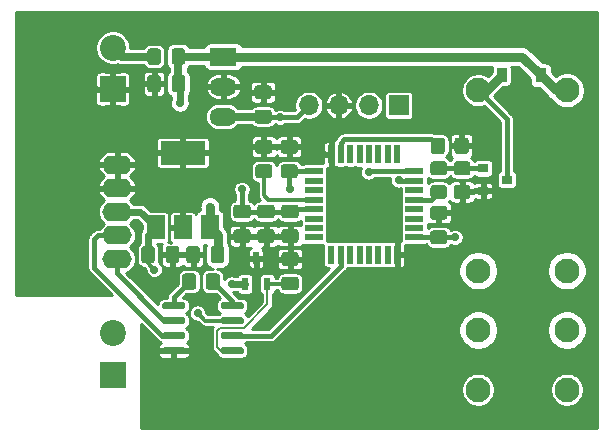
<source format=gtl>
%TF.GenerationSoftware,KiCad,Pcbnew,(5.1.10)-1*%
%TF.CreationDate,2022-04-04T21:04:04+02:00*%
%TF.ProjectId,Quickshifter3,51756963-6b73-4686-9966-746572332e6b,rev?*%
%TF.SameCoordinates,Original*%
%TF.FileFunction,Copper,L1,Top*%
%TF.FilePolarity,Positive*%
%FSLAX46Y46*%
G04 Gerber Fmt 4.6, Leading zero omitted, Abs format (unit mm)*
G04 Created by KiCad (PCBNEW (5.1.10)-1) date 2022-04-04 21:04:04*
%MOMM*%
%LPD*%
G01*
G04 APERTURE LIST*
%TA.AperFunction,SMDPad,CuDef*%
%ADD10R,1.500000X2.000000*%
%TD*%
%TA.AperFunction,SMDPad,CuDef*%
%ADD11R,3.800000X2.000000*%
%TD*%
%TA.AperFunction,SMDPad,CuDef*%
%ADD12R,0.900000X0.800000*%
%TD*%
%TA.AperFunction,ComponentPad*%
%ADD13O,1.700000X1.700000*%
%TD*%
%TA.AperFunction,ComponentPad*%
%ADD14R,1.700000X1.700000*%
%TD*%
%TA.AperFunction,SMDPad,CuDef*%
%ADD15R,0.600000X1.100000*%
%TD*%
%TA.AperFunction,SMDPad,CuDef*%
%ADD16R,0.600000X1.500000*%
%TD*%
%TA.AperFunction,SMDPad,CuDef*%
%ADD17R,1.500000X0.600000*%
%TD*%
%TA.AperFunction,SMDPad,CuDef*%
%ADD18R,0.900000X1.200000*%
%TD*%
%TA.AperFunction,ComponentPad*%
%ADD19O,2.300000X1.500000*%
%TD*%
%TA.AperFunction,ComponentPad*%
%ADD20R,2.300000X1.500000*%
%TD*%
%TA.AperFunction,ComponentPad*%
%ADD21C,2.200000*%
%TD*%
%TA.AperFunction,ComponentPad*%
%ADD22R,2.200000X2.200000*%
%TD*%
%TA.AperFunction,ComponentPad*%
%ADD23C,2.100000*%
%TD*%
%TA.AperFunction,ComponentPad*%
%ADD24O,2.500000X1.600000*%
%TD*%
%TA.AperFunction,ViaPad*%
%ADD25C,0.700000*%
%TD*%
%TA.AperFunction,Conductor*%
%ADD26C,0.300000*%
%TD*%
%TA.AperFunction,Conductor*%
%ADD27C,0.400000*%
%TD*%
%TA.AperFunction,Conductor*%
%ADD28C,0.700000*%
%TD*%
%TA.AperFunction,Conductor*%
%ADD29C,0.600000*%
%TD*%
%TA.AperFunction,Conductor*%
%ADD30C,0.800000*%
%TD*%
%TA.AperFunction,Conductor*%
%ADD31C,0.200000*%
%TD*%
%TA.AperFunction,Conductor*%
%ADD32C,0.254000*%
%TD*%
G04 APERTURE END LIST*
%TA.AperFunction,SMDPad,CuDef*%
G36*
G01*
X118658200Y-56960100D02*
X117708200Y-56960100D01*
G75*
G02*
X117458200Y-56710100I0J250000D01*
G01*
X117458200Y-56035100D01*
G75*
G02*
X117708200Y-55785100I250000J0D01*
G01*
X118658200Y-55785100D01*
G75*
G02*
X118908200Y-56035100I0J-250000D01*
G01*
X118908200Y-56710100D01*
G75*
G02*
X118658200Y-56960100I-250000J0D01*
G01*
G37*
%TD.AperFunction*%
%TA.AperFunction,SMDPad,CuDef*%
G36*
G01*
X118658200Y-59035100D02*
X117708200Y-59035100D01*
G75*
G02*
X117458200Y-58785100I0J250000D01*
G01*
X117458200Y-58110100D01*
G75*
G02*
X117708200Y-57860100I250000J0D01*
G01*
X118658200Y-57860100D01*
G75*
G02*
X118908200Y-58110100I0J-250000D01*
G01*
X118908200Y-58785100D01*
G75*
G02*
X118658200Y-59035100I-250000J0D01*
G01*
G37*
%TD.AperFunction*%
%TA.AperFunction,SMDPad,CuDef*%
G36*
G01*
X94783000Y-64380000D02*
X94783000Y-64080000D01*
G75*
G02*
X94933000Y-63930000I150000J0D01*
G01*
X96583000Y-63930000D01*
G75*
G02*
X96733000Y-64080000I0J-150000D01*
G01*
X96733000Y-64380000D01*
G75*
G02*
X96583000Y-64530000I-150000J0D01*
G01*
X94933000Y-64530000D01*
G75*
G02*
X94783000Y-64380000I0J150000D01*
G01*
G37*
%TD.AperFunction*%
%TA.AperFunction,SMDPad,CuDef*%
G36*
G01*
X94783000Y-65650000D02*
X94783000Y-65350000D01*
G75*
G02*
X94933000Y-65200000I150000J0D01*
G01*
X96583000Y-65200000D01*
G75*
G02*
X96733000Y-65350000I0J-150000D01*
G01*
X96733000Y-65650000D01*
G75*
G02*
X96583000Y-65800000I-150000J0D01*
G01*
X94933000Y-65800000D01*
G75*
G02*
X94783000Y-65650000I0J150000D01*
G01*
G37*
%TD.AperFunction*%
%TA.AperFunction,SMDPad,CuDef*%
G36*
G01*
X94783000Y-66920000D02*
X94783000Y-66620000D01*
G75*
G02*
X94933000Y-66470000I150000J0D01*
G01*
X96583000Y-66470000D01*
G75*
G02*
X96733000Y-66620000I0J-150000D01*
G01*
X96733000Y-66920000D01*
G75*
G02*
X96583000Y-67070000I-150000J0D01*
G01*
X94933000Y-67070000D01*
G75*
G02*
X94783000Y-66920000I0J150000D01*
G01*
G37*
%TD.AperFunction*%
%TA.AperFunction,SMDPad,CuDef*%
G36*
G01*
X94783000Y-68190000D02*
X94783000Y-67890000D01*
G75*
G02*
X94933000Y-67740000I150000J0D01*
G01*
X96583000Y-67740000D01*
G75*
G02*
X96733000Y-67890000I0J-150000D01*
G01*
X96733000Y-68190000D01*
G75*
G02*
X96583000Y-68340000I-150000J0D01*
G01*
X94933000Y-68340000D01*
G75*
G02*
X94783000Y-68190000I0J150000D01*
G01*
G37*
%TD.AperFunction*%
%TA.AperFunction,SMDPad,CuDef*%
G36*
G01*
X99733000Y-68190000D02*
X99733000Y-67890000D01*
G75*
G02*
X99883000Y-67740000I150000J0D01*
G01*
X101533000Y-67740000D01*
G75*
G02*
X101683000Y-67890000I0J-150000D01*
G01*
X101683000Y-68190000D01*
G75*
G02*
X101533000Y-68340000I-150000J0D01*
G01*
X99883000Y-68340000D01*
G75*
G02*
X99733000Y-68190000I0J150000D01*
G01*
G37*
%TD.AperFunction*%
%TA.AperFunction,SMDPad,CuDef*%
G36*
G01*
X99733000Y-66920000D02*
X99733000Y-66620000D01*
G75*
G02*
X99883000Y-66470000I150000J0D01*
G01*
X101533000Y-66470000D01*
G75*
G02*
X101683000Y-66620000I0J-150000D01*
G01*
X101683000Y-66920000D01*
G75*
G02*
X101533000Y-67070000I-150000J0D01*
G01*
X99883000Y-67070000D01*
G75*
G02*
X99733000Y-66920000I0J150000D01*
G01*
G37*
%TD.AperFunction*%
%TA.AperFunction,SMDPad,CuDef*%
G36*
G01*
X99733000Y-65650000D02*
X99733000Y-65350000D01*
G75*
G02*
X99883000Y-65200000I150000J0D01*
G01*
X101533000Y-65200000D01*
G75*
G02*
X101683000Y-65350000I0J-150000D01*
G01*
X101683000Y-65650000D01*
G75*
G02*
X101533000Y-65800000I-150000J0D01*
G01*
X99883000Y-65800000D01*
G75*
G02*
X99733000Y-65650000I0J150000D01*
G01*
G37*
%TD.AperFunction*%
%TA.AperFunction,SMDPad,CuDef*%
G36*
G01*
X99733000Y-64380000D02*
X99733000Y-64080000D01*
G75*
G02*
X99883000Y-63930000I150000J0D01*
G01*
X101533000Y-63930000D01*
G75*
G02*
X101683000Y-64080000I0J-150000D01*
G01*
X101683000Y-64380000D01*
G75*
G02*
X101533000Y-64530000I-150000J0D01*
G01*
X99883000Y-64530000D01*
G75*
G02*
X99733000Y-64380000I0J150000D01*
G01*
G37*
%TD.AperFunction*%
D10*
X94217000Y-57601000D03*
X98817000Y-57601000D03*
X96517000Y-57601000D03*
D11*
X96517000Y-51301000D03*
%TA.AperFunction,SMDPad,CuDef*%
G36*
G01*
X120614401Y-53209500D02*
X119714399Y-53209500D01*
G75*
G02*
X119464400Y-52959501I0J249999D01*
G01*
X119464400Y-52259499D01*
G75*
G02*
X119714399Y-52009500I249999J0D01*
G01*
X120614401Y-52009500D01*
G75*
G02*
X120864400Y-52259499I0J-249999D01*
G01*
X120864400Y-52959501D01*
G75*
G02*
X120614401Y-53209500I-249999J0D01*
G01*
G37*
%TD.AperFunction*%
%TA.AperFunction,SMDPad,CuDef*%
G36*
G01*
X120614401Y-55209500D02*
X119714399Y-55209500D01*
G75*
G02*
X119464400Y-54959501I0J249999D01*
G01*
X119464400Y-54259499D01*
G75*
G02*
X119714399Y-54009500I249999J0D01*
G01*
X120614401Y-54009500D01*
G75*
G02*
X120864400Y-54259499I0J-249999D01*
G01*
X120864400Y-54959501D01*
G75*
G02*
X120614401Y-55209500I-249999J0D01*
G01*
G37*
%TD.AperFunction*%
%TA.AperFunction,SMDPad,CuDef*%
G36*
G01*
X117733199Y-54009500D02*
X118633201Y-54009500D01*
G75*
G02*
X118883200Y-54259499I0J-249999D01*
G01*
X118883200Y-54959501D01*
G75*
G02*
X118633201Y-55209500I-249999J0D01*
G01*
X117733199Y-55209500D01*
G75*
G02*
X117483200Y-54959501I0J249999D01*
G01*
X117483200Y-54259499D01*
G75*
G02*
X117733199Y-54009500I249999J0D01*
G01*
G37*
%TD.AperFunction*%
%TA.AperFunction,SMDPad,CuDef*%
G36*
G01*
X117733199Y-52009500D02*
X118633201Y-52009500D01*
G75*
G02*
X118883200Y-52259499I0J-249999D01*
G01*
X118883200Y-52959501D01*
G75*
G02*
X118633201Y-53209500I-249999J0D01*
G01*
X117733199Y-53209500D01*
G75*
G02*
X117483200Y-52959501I0J249999D01*
G01*
X117483200Y-52259499D01*
G75*
G02*
X117733199Y-52009500I249999J0D01*
G01*
G37*
%TD.AperFunction*%
%TA.AperFunction,SMDPad,CuDef*%
G36*
G01*
X99657000Y-61747999D02*
X99657000Y-62648001D01*
G75*
G02*
X99407001Y-62898000I-249999J0D01*
G01*
X98706999Y-62898000D01*
G75*
G02*
X98457000Y-62648001I0J249999D01*
G01*
X98457000Y-61747999D01*
G75*
G02*
X98706999Y-61498000I249999J0D01*
G01*
X99407001Y-61498000D01*
G75*
G02*
X99657000Y-61747999I0J-249999D01*
G01*
G37*
%TD.AperFunction*%
%TA.AperFunction,SMDPad,CuDef*%
G36*
G01*
X97657000Y-61747999D02*
X97657000Y-62648001D01*
G75*
G02*
X97407001Y-62898000I-249999J0D01*
G01*
X96706999Y-62898000D01*
G75*
G02*
X96457000Y-62648001I0J249999D01*
G01*
X96457000Y-61747999D01*
G75*
G02*
X96706999Y-61498000I249999J0D01*
G01*
X97407001Y-61498000D01*
G75*
G02*
X97657000Y-61747999I0J-249999D01*
G01*
G37*
%TD.AperFunction*%
%TA.AperFunction,SMDPad,CuDef*%
G36*
G01*
X118723000Y-50254499D02*
X118723000Y-51154501D01*
G75*
G02*
X118473001Y-51404500I-249999J0D01*
G01*
X117772999Y-51404500D01*
G75*
G02*
X117523000Y-51154501I0J249999D01*
G01*
X117523000Y-50254499D01*
G75*
G02*
X117772999Y-50004500I249999J0D01*
G01*
X118473001Y-50004500D01*
G75*
G02*
X118723000Y-50254499I0J-249999D01*
G01*
G37*
%TD.AperFunction*%
%TA.AperFunction,SMDPad,CuDef*%
G36*
G01*
X120723000Y-50254499D02*
X120723000Y-51154501D01*
G75*
G02*
X120473001Y-51404500I-249999J0D01*
G01*
X119772999Y-51404500D01*
G75*
G02*
X119523000Y-51154501I0J249999D01*
G01*
X119523000Y-50254499D01*
G75*
G02*
X119772999Y-50004500I249999J0D01*
G01*
X120473001Y-50004500D01*
G75*
G02*
X120723000Y-50254499I0J-249999D01*
G01*
G37*
%TD.AperFunction*%
D12*
X123949000Y-53562000D03*
X121949000Y-54512000D03*
X121949000Y-52612000D03*
D13*
X107185000Y-47275500D03*
X109725000Y-47275500D03*
X112265000Y-47275500D03*
D14*
X114805000Y-47275500D03*
D15*
X101787500Y-62401200D03*
X103687500Y-62401200D03*
X102737500Y-60201200D03*
D16*
X109084000Y-51407500D03*
X109884000Y-51407500D03*
X110684000Y-51407500D03*
X111484000Y-51407500D03*
X112284000Y-51407500D03*
X113084000Y-51407500D03*
X113884000Y-51407500D03*
X114684000Y-51407500D03*
D17*
X116134000Y-52857500D03*
X116134000Y-53657500D03*
X116134000Y-54457500D03*
X116134000Y-55257500D03*
X116134000Y-56057500D03*
X116134000Y-56857500D03*
X116134000Y-57657500D03*
X116134000Y-58457500D03*
D16*
X114684000Y-59907500D03*
X113884000Y-59907500D03*
X113084000Y-59907500D03*
X112284000Y-59907500D03*
X111484000Y-59907500D03*
X110684000Y-59907500D03*
X109884000Y-59907500D03*
X109084000Y-59907500D03*
D17*
X107634000Y-58457500D03*
X107634000Y-57657500D03*
X107634000Y-56857500D03*
X107634000Y-56057500D03*
X107634000Y-55257500D03*
X107634000Y-54457500D03*
X107634000Y-53657500D03*
X107634000Y-52857500D03*
D18*
X123519200Y-44722800D03*
X126819200Y-44722800D03*
%TA.AperFunction,SMDPad,CuDef*%
G36*
G01*
X106072500Y-60871700D02*
X105122500Y-60871700D01*
G75*
G02*
X104872500Y-60621700I0J250000D01*
G01*
X104872500Y-59946700D01*
G75*
G02*
X105122500Y-59696700I250000J0D01*
G01*
X106072500Y-59696700D01*
G75*
G02*
X106322500Y-59946700I0J-250000D01*
G01*
X106322500Y-60621700D01*
G75*
G02*
X106072500Y-60871700I-250000J0D01*
G01*
G37*
%TD.AperFunction*%
%TA.AperFunction,SMDPad,CuDef*%
G36*
G01*
X106072500Y-62946700D02*
X105122500Y-62946700D01*
G75*
G02*
X104872500Y-62696700I0J250000D01*
G01*
X104872500Y-62021700D01*
G75*
G02*
X105122500Y-61771700I250000J0D01*
G01*
X106072500Y-61771700D01*
G75*
G02*
X106322500Y-62021700I0J-250000D01*
G01*
X106322500Y-62696700D01*
G75*
G02*
X106072500Y-62946700I-250000J0D01*
G01*
G37*
%TD.AperFunction*%
%TA.AperFunction,SMDPad,CuDef*%
G36*
G01*
X103090500Y-57754600D02*
X104040500Y-57754600D01*
G75*
G02*
X104290500Y-58004600I0J-250000D01*
G01*
X104290500Y-58679600D01*
G75*
G02*
X104040500Y-58929600I-250000J0D01*
G01*
X103090500Y-58929600D01*
G75*
G02*
X102840500Y-58679600I0J250000D01*
G01*
X102840500Y-58004600D01*
G75*
G02*
X103090500Y-57754600I250000J0D01*
G01*
G37*
%TD.AperFunction*%
%TA.AperFunction,SMDPad,CuDef*%
G36*
G01*
X103090500Y-55679600D02*
X104040500Y-55679600D01*
G75*
G02*
X104290500Y-55929600I0J-250000D01*
G01*
X104290500Y-56604600D01*
G75*
G02*
X104040500Y-56854600I-250000J0D01*
G01*
X103090500Y-56854600D01*
G75*
G02*
X102840500Y-56604600I0J250000D01*
G01*
X102840500Y-55929600D01*
G75*
G02*
X103090500Y-55679600I250000J0D01*
G01*
G37*
%TD.AperFunction*%
%TA.AperFunction,SMDPad,CuDef*%
G36*
G01*
X103786500Y-46740500D02*
X102836500Y-46740500D01*
G75*
G02*
X102586500Y-46490500I0J250000D01*
G01*
X102586500Y-45815500D01*
G75*
G02*
X102836500Y-45565500I250000J0D01*
G01*
X103786500Y-45565500D01*
G75*
G02*
X104036500Y-45815500I0J-250000D01*
G01*
X104036500Y-46490500D01*
G75*
G02*
X103786500Y-46740500I-250000J0D01*
G01*
G37*
%TD.AperFunction*%
%TA.AperFunction,SMDPad,CuDef*%
G36*
G01*
X103786500Y-48815500D02*
X102836500Y-48815500D01*
G75*
G02*
X102586500Y-48565500I0J250000D01*
G01*
X102586500Y-47890500D01*
G75*
G02*
X102836500Y-47640500I250000J0D01*
G01*
X103786500Y-47640500D01*
G75*
G02*
X104036500Y-47890500I0J-250000D01*
G01*
X104036500Y-48565500D01*
G75*
G02*
X103786500Y-48815500I-250000J0D01*
G01*
G37*
%TD.AperFunction*%
%TA.AperFunction,SMDPad,CuDef*%
G36*
G01*
X95062000Y-60387000D02*
X95062000Y-59437000D01*
G75*
G02*
X95312000Y-59187000I250000J0D01*
G01*
X95987000Y-59187000D01*
G75*
G02*
X96237000Y-59437000I0J-250000D01*
G01*
X96237000Y-60387000D01*
G75*
G02*
X95987000Y-60637000I-250000J0D01*
G01*
X95312000Y-60637000D01*
G75*
G02*
X95062000Y-60387000I0J250000D01*
G01*
G37*
%TD.AperFunction*%
%TA.AperFunction,SMDPad,CuDef*%
G36*
G01*
X92987000Y-60387000D02*
X92987000Y-59437000D01*
G75*
G02*
X93237000Y-59187000I250000J0D01*
G01*
X93912000Y-59187000D01*
G75*
G02*
X94162000Y-59437000I0J-250000D01*
G01*
X94162000Y-60387000D01*
G75*
G02*
X93912000Y-60637000I-250000J0D01*
G01*
X93237000Y-60637000D01*
G75*
G02*
X92987000Y-60387000I0J250000D01*
G01*
G37*
%TD.AperFunction*%
%TA.AperFunction,SMDPad,CuDef*%
G36*
G01*
X105122500Y-57749700D02*
X106072500Y-57749700D01*
G75*
G02*
X106322500Y-57999700I0J-250000D01*
G01*
X106322500Y-58674700D01*
G75*
G02*
X106072500Y-58924700I-250000J0D01*
G01*
X105122500Y-58924700D01*
G75*
G02*
X104872500Y-58674700I0J250000D01*
G01*
X104872500Y-57999700D01*
G75*
G02*
X105122500Y-57749700I250000J0D01*
G01*
G37*
%TD.AperFunction*%
%TA.AperFunction,SMDPad,CuDef*%
G36*
G01*
X105122500Y-55674700D02*
X106072500Y-55674700D01*
G75*
G02*
X106322500Y-55924700I0J-250000D01*
G01*
X106322500Y-56599700D01*
G75*
G02*
X106072500Y-56849700I-250000J0D01*
G01*
X105122500Y-56849700D01*
G75*
G02*
X104872500Y-56599700I0J250000D01*
G01*
X104872500Y-55924700D01*
G75*
G02*
X105122500Y-55674700I250000J0D01*
G01*
G37*
%TD.AperFunction*%
%TA.AperFunction,SMDPad,CuDef*%
G36*
G01*
X97972000Y-59437000D02*
X97972000Y-60387000D01*
G75*
G02*
X97722000Y-60637000I-250000J0D01*
G01*
X97047000Y-60637000D01*
G75*
G02*
X96797000Y-60387000I0J250000D01*
G01*
X96797000Y-59437000D01*
G75*
G02*
X97047000Y-59187000I250000J0D01*
G01*
X97722000Y-59187000D01*
G75*
G02*
X97972000Y-59437000I0J-250000D01*
G01*
G37*
%TD.AperFunction*%
%TA.AperFunction,SMDPad,CuDef*%
G36*
G01*
X100047000Y-59437000D02*
X100047000Y-60387000D01*
G75*
G02*
X99797000Y-60637000I-250000J0D01*
G01*
X99122000Y-60637000D01*
G75*
G02*
X98872000Y-60387000I0J250000D01*
G01*
X98872000Y-59437000D01*
G75*
G02*
X99122000Y-59187000I250000J0D01*
G01*
X99797000Y-59187000D01*
G75*
G02*
X100047000Y-59437000I0J-250000D01*
G01*
G37*
%TD.AperFunction*%
%TA.AperFunction,SMDPad,CuDef*%
G36*
G01*
X94670000Y-44959000D02*
X94670000Y-45909000D01*
G75*
G02*
X94420000Y-46159000I-250000J0D01*
G01*
X93745000Y-46159000D01*
G75*
G02*
X93495000Y-45909000I0J250000D01*
G01*
X93495000Y-44959000D01*
G75*
G02*
X93745000Y-44709000I250000J0D01*
G01*
X94420000Y-44709000D01*
G75*
G02*
X94670000Y-44959000I0J-250000D01*
G01*
G37*
%TD.AperFunction*%
%TA.AperFunction,SMDPad,CuDef*%
G36*
G01*
X96745000Y-44959000D02*
X96745000Y-45909000D01*
G75*
G02*
X96495000Y-46159000I-250000J0D01*
G01*
X95820000Y-46159000D01*
G75*
G02*
X95570000Y-45909000I0J250000D01*
G01*
X95570000Y-44959000D01*
G75*
G02*
X95820000Y-44709000I250000J0D01*
G01*
X96495000Y-44709000D01*
G75*
G02*
X96745000Y-44959000I0J-250000D01*
G01*
G37*
%TD.AperFunction*%
%TA.AperFunction,SMDPad,CuDef*%
G36*
G01*
X106009000Y-51376000D02*
X105059000Y-51376000D01*
G75*
G02*
X104809000Y-51126000I0J250000D01*
G01*
X104809000Y-50451000D01*
G75*
G02*
X105059000Y-50201000I250000J0D01*
G01*
X106009000Y-50201000D01*
G75*
G02*
X106259000Y-50451000I0J-250000D01*
G01*
X106259000Y-51126000D01*
G75*
G02*
X106009000Y-51376000I-250000J0D01*
G01*
G37*
%TD.AperFunction*%
%TA.AperFunction,SMDPad,CuDef*%
G36*
G01*
X106009000Y-53451000D02*
X105059000Y-53451000D01*
G75*
G02*
X104809000Y-53201000I0J250000D01*
G01*
X104809000Y-52526000D01*
G75*
G02*
X105059000Y-52276000I250000J0D01*
G01*
X106009000Y-52276000D01*
G75*
G02*
X106259000Y-52526000I0J-250000D01*
G01*
X106259000Y-53201000D01*
G75*
G02*
X106009000Y-53451000I-250000J0D01*
G01*
G37*
%TD.AperFunction*%
%TA.AperFunction,SMDPad,CuDef*%
G36*
G01*
X103850000Y-51376000D02*
X102900000Y-51376000D01*
G75*
G02*
X102650000Y-51126000I0J250000D01*
G01*
X102650000Y-50451000D01*
G75*
G02*
X102900000Y-50201000I250000J0D01*
G01*
X103850000Y-50201000D01*
G75*
G02*
X104100000Y-50451000I0J-250000D01*
G01*
X104100000Y-51126000D01*
G75*
G02*
X103850000Y-51376000I-250000J0D01*
G01*
G37*
%TD.AperFunction*%
%TA.AperFunction,SMDPad,CuDef*%
G36*
G01*
X103850000Y-53451000D02*
X102900000Y-53451000D01*
G75*
G02*
X102650000Y-53201000I0J250000D01*
G01*
X102650000Y-52526000D01*
G75*
G02*
X102900000Y-52276000I250000J0D01*
G01*
X103850000Y-52276000D01*
G75*
G02*
X104100000Y-52526000I0J-250000D01*
G01*
X104100000Y-53201000D01*
G75*
G02*
X103850000Y-53451000I-250000J0D01*
G01*
G37*
%TD.AperFunction*%
%TA.AperFunction,SMDPad,CuDef*%
G36*
G01*
X95570000Y-43598001D02*
X95570000Y-42697999D01*
G75*
G02*
X95819999Y-42448000I249999J0D01*
G01*
X96470001Y-42448000D01*
G75*
G02*
X96720000Y-42697999I0J-249999D01*
G01*
X96720000Y-43598001D01*
G75*
G02*
X96470001Y-43848000I-249999J0D01*
G01*
X95819999Y-43848000D01*
G75*
G02*
X95570000Y-43598001I0J249999D01*
G01*
G37*
%TD.AperFunction*%
%TA.AperFunction,SMDPad,CuDef*%
G36*
G01*
X93520000Y-43598001D02*
X93520000Y-42697999D01*
G75*
G02*
X93769999Y-42448000I249999J0D01*
G01*
X94420001Y-42448000D01*
G75*
G02*
X94670000Y-42697999I0J-249999D01*
G01*
X94670000Y-43598001D01*
G75*
G02*
X94420001Y-43848000I-249999J0D01*
G01*
X93769999Y-43848000D01*
G75*
G02*
X93520000Y-43598001I0J249999D01*
G01*
G37*
%TD.AperFunction*%
%TA.AperFunction,SMDPad,CuDef*%
G36*
G01*
X101058500Y-57754600D02*
X102008500Y-57754600D01*
G75*
G02*
X102258500Y-58004600I0J-250000D01*
G01*
X102258500Y-58679600D01*
G75*
G02*
X102008500Y-58929600I-250000J0D01*
G01*
X101058500Y-58929600D01*
G75*
G02*
X100808500Y-58679600I0J250000D01*
G01*
X100808500Y-58004600D01*
G75*
G02*
X101058500Y-57754600I250000J0D01*
G01*
G37*
%TD.AperFunction*%
%TA.AperFunction,SMDPad,CuDef*%
G36*
G01*
X101058500Y-55679600D02*
X102008500Y-55679600D01*
G75*
G02*
X102258500Y-55929600I0J-250000D01*
G01*
X102258500Y-56604600D01*
G75*
G02*
X102008500Y-56854600I-250000J0D01*
G01*
X101058500Y-56854600D01*
G75*
G02*
X100808500Y-56604600I0J250000D01*
G01*
X100808500Y-55929600D01*
G75*
G02*
X101058500Y-55679600I250000J0D01*
G01*
G37*
%TD.AperFunction*%
D19*
X99946000Y-48228000D03*
X99946000Y-45688000D03*
D20*
X99946000Y-43148000D03*
D21*
X90598800Y-42391200D03*
D22*
X90598800Y-45891200D03*
D23*
X129032500Y-46002000D03*
X129032500Y-61262000D03*
X129032500Y-66302000D03*
X129032500Y-71342000D03*
X121532500Y-71342000D03*
X121532500Y-66302000D03*
X121532500Y-61262000D03*
X121532500Y-46002000D03*
D22*
X90598800Y-70072000D03*
D21*
X90598800Y-66572000D03*
D24*
X90954400Y-52293000D03*
X90954400Y-54293000D03*
X90954400Y-56293000D03*
X90954400Y-58293000D03*
X90954400Y-60293000D03*
D25*
X106931000Y-50768000D03*
X107820000Y-50514000D03*
X108328000Y-51339500D03*
X95755000Y-69183000D03*
X94104000Y-68040000D03*
X97406000Y-68040000D03*
X95628000Y-61309000D03*
X95755000Y-55975000D03*
X97025000Y-55975000D03*
X94993000Y-52927000D03*
X98168000Y-52927000D03*
X94993000Y-49625000D03*
X98168000Y-49625000D03*
X92834000Y-45434000D03*
X94104000Y-46831000D03*
X103298800Y-44926000D03*
X104721200Y-46145200D03*
X103349600Y-49548800D03*
X101978000Y-50768000D03*
X105534000Y-49548800D03*
X101520800Y-59607200D03*
X103603600Y-59556400D03*
X104213200Y-60318400D03*
X107058000Y-60064400D03*
X115643200Y-59912000D03*
X114678000Y-61334400D03*
X120164400Y-55848000D03*
X119554800Y-56356000D03*
X121942400Y-55848000D03*
X120113600Y-49345600D03*
X119554800Y-58438800D03*
X104721200Y-48278800D03*
X105584800Y-54374800D03*
X100657200Y-62401200D03*
X101520800Y-54374800D03*
X98803000Y-55848000D03*
X96263000Y-47085000D03*
X97787000Y-64865000D03*
X94104000Y-61182000D03*
X112265000Y-52927000D03*
X114805000Y-53607500D03*
D26*
X107634000Y-55257500D02*
X103775100Y-55257500D01*
X103375000Y-54857400D02*
X103375000Y-52863500D01*
X103775100Y-55257500D02*
X103375000Y-54857400D01*
D27*
X101539900Y-56260700D02*
X101533500Y-56267100D01*
X107628000Y-52863500D02*
X107634000Y-52857500D01*
X105534000Y-52863500D02*
X107628000Y-52863500D01*
D28*
X99946000Y-48228000D02*
X103311500Y-48228000D01*
D27*
X105592600Y-56267100D02*
X105597500Y-56262200D01*
X101533500Y-56267100D02*
X105592600Y-56267100D01*
X105802200Y-56057500D02*
X105597500Y-56262200D01*
X107634000Y-56057500D02*
X105802200Y-56057500D01*
X101533500Y-54387500D02*
X101520800Y-54374800D01*
X101533500Y-56267100D02*
X101533500Y-54387500D01*
X105534000Y-54324000D02*
X105584800Y-54374800D01*
X105534000Y-52863500D02*
X105534000Y-54324000D01*
X103362300Y-48278800D02*
X103311500Y-48228000D01*
X104721200Y-48278800D02*
X103362300Y-48278800D01*
X116143900Y-58447600D02*
X116134000Y-58457500D01*
X118183200Y-58447600D02*
X116143900Y-58447600D01*
X119546000Y-58447600D02*
X119554800Y-58438800D01*
X118183200Y-58447600D02*
X119546000Y-58447600D01*
X106181700Y-48278800D02*
X107185000Y-47275500D01*
X104721200Y-48278800D02*
X106181700Y-48278800D01*
D29*
X100657200Y-62401200D02*
X101787500Y-62401200D01*
D30*
X99459500Y-58243500D02*
X98817000Y-57601000D01*
X99459500Y-59912000D02*
X99459500Y-58243500D01*
D28*
X96145000Y-45421500D02*
X96157500Y-45434000D01*
X96145000Y-43148000D02*
X96145000Y-45421500D01*
X96145000Y-43148000D02*
X99946000Y-43148000D01*
D30*
X125244400Y-43148000D02*
X99946000Y-43148000D01*
X126819200Y-44722800D02*
X125244400Y-43148000D01*
X128098400Y-46002000D02*
X126819200Y-44722800D01*
X129032500Y-46002000D02*
X128098400Y-46002000D01*
X98817000Y-55862000D02*
X98803000Y-55848000D01*
X98817000Y-57601000D02*
X98817000Y-55862000D01*
D29*
X96263000Y-45539500D02*
X96157500Y-45434000D01*
X96263000Y-47085000D02*
X96263000Y-45539500D01*
X92909000Y-56293000D02*
X94217000Y-57601000D01*
X90954400Y-56293000D02*
X92909000Y-56293000D01*
X93574500Y-58243500D02*
X94217000Y-57601000D01*
X93574500Y-59912000D02*
X93574500Y-58243500D01*
X93650256Y-59912000D02*
X93574500Y-59912000D01*
D26*
X98422000Y-65500000D02*
X97787000Y-64865000D01*
X100708000Y-65500000D02*
X98422000Y-65500000D01*
X93574500Y-60652500D02*
X94104000Y-61182000D01*
X93574500Y-59912000D02*
X93574500Y-60652500D01*
D27*
X109884000Y-50437498D02*
X110188498Y-50133000D01*
X109884000Y-51407500D02*
X109884000Y-50437498D01*
X117551500Y-50133000D02*
X118123000Y-50704500D01*
X110188498Y-50133000D02*
X117551500Y-50133000D01*
X112334500Y-52857500D02*
X112265000Y-52927000D01*
X116134000Y-52857500D02*
X112334500Y-52857500D01*
X114855000Y-53657500D02*
X114805000Y-53607500D01*
X116134000Y-53657500D02*
X114855000Y-53657500D01*
X117535200Y-55257500D02*
X118183200Y-54609500D01*
X116134000Y-55257500D02*
X117535200Y-55257500D01*
X109884000Y-60877502D02*
X109884000Y-59907500D01*
X103991502Y-66770000D02*
X109884000Y-60877502D01*
X100708000Y-66770000D02*
X103991502Y-66770000D01*
X94961400Y-65500000D02*
X95758000Y-65500000D01*
X90954400Y-60293000D02*
X90954400Y-61493000D01*
X90954400Y-61493000D02*
X94961400Y-65500000D01*
X95758000Y-66770000D02*
X94783000Y-66770000D01*
X89304400Y-58293000D02*
X90954400Y-58293000D01*
X89024000Y-58573400D02*
X89304400Y-58293000D01*
X89024000Y-61011000D02*
X89024000Y-58573400D01*
X94783000Y-66770000D02*
X89024000Y-61011000D01*
X118185700Y-52612000D02*
X118183200Y-52609500D01*
X121949000Y-52612000D02*
X118185700Y-52612000D01*
D31*
X99696598Y-66135000D02*
X101719402Y-66135000D01*
X99432990Y-67739990D02*
X99432990Y-66363618D01*
X99733000Y-68040000D02*
X99432990Y-67739990D01*
X99432990Y-66363618D02*
X99696598Y-66135000D01*
X100708000Y-68040000D02*
X99733000Y-68040000D01*
D26*
X105555500Y-62401200D02*
X105597500Y-62359200D01*
X103687500Y-62401200D02*
X105555500Y-62401200D01*
D31*
X101719402Y-66135000D02*
X103687500Y-64131912D01*
X103687500Y-64131912D02*
X103687500Y-62198000D01*
D27*
X95758000Y-63497000D02*
X97057000Y-62198000D01*
X95758000Y-64230000D02*
X95758000Y-63497000D01*
X100708000Y-63849000D02*
X99057000Y-62198000D01*
X100708000Y-64230000D02*
X100708000Y-63849000D01*
D28*
X91355600Y-43148000D02*
X90598800Y-42391200D01*
X94095000Y-43148000D02*
X91355600Y-43148000D01*
D30*
X122240000Y-46002000D02*
X123519200Y-44722800D01*
D27*
X121532500Y-46002000D02*
X122240000Y-46002000D01*
X123949000Y-48418500D02*
X121532500Y-46002000D01*
X123949000Y-53562000D02*
X123949000Y-48418500D01*
D32*
X131594001Y-74594000D02*
X92961000Y-74594000D01*
X92961000Y-71201059D01*
X120101500Y-71201059D01*
X120101500Y-71482941D01*
X120156493Y-71759407D01*
X120264364Y-72019833D01*
X120420970Y-72254209D01*
X120620291Y-72453530D01*
X120854667Y-72610136D01*
X121115093Y-72718007D01*
X121391559Y-72773000D01*
X121673441Y-72773000D01*
X121949907Y-72718007D01*
X122210333Y-72610136D01*
X122444709Y-72453530D01*
X122644030Y-72254209D01*
X122800636Y-72019833D01*
X122908507Y-71759407D01*
X122963500Y-71482941D01*
X122963500Y-71201059D01*
X127601500Y-71201059D01*
X127601500Y-71482941D01*
X127656493Y-71759407D01*
X127764364Y-72019833D01*
X127920970Y-72254209D01*
X128120291Y-72453530D01*
X128354667Y-72610136D01*
X128615093Y-72718007D01*
X128891559Y-72773000D01*
X129173441Y-72773000D01*
X129449907Y-72718007D01*
X129710333Y-72610136D01*
X129944709Y-72453530D01*
X130144030Y-72254209D01*
X130300636Y-72019833D01*
X130408507Y-71759407D01*
X130463500Y-71482941D01*
X130463500Y-71201059D01*
X130408507Y-70924593D01*
X130300636Y-70664167D01*
X130144030Y-70429791D01*
X129944709Y-70230470D01*
X129710333Y-70073864D01*
X129449907Y-69965993D01*
X129173441Y-69911000D01*
X128891559Y-69911000D01*
X128615093Y-69965993D01*
X128354667Y-70073864D01*
X128120291Y-70230470D01*
X127920970Y-70429791D01*
X127764364Y-70664167D01*
X127656493Y-70924593D01*
X127601500Y-71201059D01*
X122963500Y-71201059D01*
X122908507Y-70924593D01*
X122800636Y-70664167D01*
X122644030Y-70429791D01*
X122444709Y-70230470D01*
X122210333Y-70073864D01*
X121949907Y-69965993D01*
X121673441Y-69911000D01*
X121391559Y-69911000D01*
X121115093Y-69965993D01*
X120854667Y-70073864D01*
X120620291Y-70230470D01*
X120420970Y-70429791D01*
X120264364Y-70664167D01*
X120156493Y-70924593D01*
X120101500Y-71201059D01*
X92961000Y-71201059D01*
X92961000Y-68340000D01*
X94400157Y-68340000D01*
X94407513Y-68414689D01*
X94429299Y-68486508D01*
X94464678Y-68552696D01*
X94512289Y-68610711D01*
X94570304Y-68658322D01*
X94636492Y-68693701D01*
X94708311Y-68715487D01*
X94783000Y-68722843D01*
X95535750Y-68721000D01*
X95631000Y-68625750D01*
X95631000Y-68167000D01*
X95885000Y-68167000D01*
X95885000Y-68625750D01*
X95980250Y-68721000D01*
X96733000Y-68722843D01*
X96807689Y-68715487D01*
X96879508Y-68693701D01*
X96945696Y-68658322D01*
X97003711Y-68610711D01*
X97051322Y-68552696D01*
X97086701Y-68486508D01*
X97108487Y-68414689D01*
X97115843Y-68340000D01*
X97114000Y-68262250D01*
X97018750Y-68167000D01*
X95885000Y-68167000D01*
X95631000Y-68167000D01*
X94497250Y-68167000D01*
X94402000Y-68262250D01*
X94400157Y-68340000D01*
X92961000Y-68340000D01*
X92961000Y-65769658D01*
X94351987Y-67160645D01*
X94370183Y-67182817D01*
X94458652Y-67255421D01*
X94559585Y-67309371D01*
X94578596Y-67315138D01*
X94636968Y-67363043D01*
X94664552Y-67377787D01*
X94636492Y-67386299D01*
X94570304Y-67421678D01*
X94512289Y-67469289D01*
X94464678Y-67527304D01*
X94429299Y-67593492D01*
X94407513Y-67665311D01*
X94400157Y-67740000D01*
X94402000Y-67817750D01*
X94497250Y-67913000D01*
X95631000Y-67913000D01*
X95631000Y-67893000D01*
X95885000Y-67893000D01*
X95885000Y-67913000D01*
X97018750Y-67913000D01*
X97114000Y-67817750D01*
X97115843Y-67740000D01*
X97108487Y-67665311D01*
X97086701Y-67593492D01*
X97051322Y-67527304D01*
X97003711Y-67469289D01*
X96945696Y-67421678D01*
X96879508Y-67386299D01*
X96851448Y-67377787D01*
X96879032Y-67363043D01*
X96959777Y-67296777D01*
X97026043Y-67216032D01*
X97075283Y-67123910D01*
X97105605Y-67023953D01*
X97115843Y-66920000D01*
X97115843Y-66620000D01*
X97105605Y-66516047D01*
X97075283Y-66416090D01*
X97026043Y-66323968D01*
X96959777Y-66243223D01*
X96879032Y-66176957D01*
X96800536Y-66135000D01*
X96879032Y-66093043D01*
X96959777Y-66026777D01*
X97026043Y-65946032D01*
X97075283Y-65853910D01*
X97105605Y-65753953D01*
X97115843Y-65650000D01*
X97115843Y-65350000D01*
X97105605Y-65246047D01*
X97075283Y-65146090D01*
X97026043Y-65053968D01*
X96959777Y-64973223D01*
X96879032Y-64906957D01*
X96800536Y-64865000D01*
X96879032Y-64823043D01*
X96959777Y-64756777D01*
X97026043Y-64676032D01*
X97075283Y-64583910D01*
X97105605Y-64483953D01*
X97115843Y-64380000D01*
X97115843Y-64080000D01*
X97105605Y-63976047D01*
X97075283Y-63876090D01*
X97026043Y-63783968D01*
X96959777Y-63703223D01*
X96879032Y-63636957D01*
X96786910Y-63587717D01*
X96686953Y-63557395D01*
X96583000Y-63547157D01*
X96529500Y-63547157D01*
X96795814Y-63280843D01*
X97407001Y-63280843D01*
X97530462Y-63268683D01*
X97649179Y-63232671D01*
X97758589Y-63174190D01*
X97854488Y-63095488D01*
X97933190Y-62999589D01*
X97991671Y-62890179D01*
X98027683Y-62771462D01*
X98039843Y-62648001D01*
X98039843Y-61747999D01*
X98027683Y-61624538D01*
X97991671Y-61505821D01*
X97933190Y-61396411D01*
X97854488Y-61300512D01*
X97758589Y-61221810D01*
X97649179Y-61163329D01*
X97530462Y-61127317D01*
X97407001Y-61115157D01*
X96706999Y-61115157D01*
X96583538Y-61127317D01*
X96464821Y-61163329D01*
X96355411Y-61221810D01*
X96259512Y-61300512D01*
X96180810Y-61396411D01*
X96122329Y-61505821D01*
X96086317Y-61624538D01*
X96074157Y-61747999D01*
X96074157Y-62359185D01*
X95367355Y-63065988D01*
X95345184Y-63084183D01*
X95326991Y-63106352D01*
X95272579Y-63172653D01*
X95218629Y-63273586D01*
X95185407Y-63383105D01*
X95174189Y-63497000D01*
X95177000Y-63525540D01*
X95177000Y-63547157D01*
X94933000Y-63547157D01*
X94829047Y-63557395D01*
X94729090Y-63587717D01*
X94636968Y-63636957D01*
X94556223Y-63703223D01*
X94489957Y-63783968D01*
X94440717Y-63876090D01*
X94410395Y-63976047D01*
X94400157Y-64080000D01*
X94400157Y-64117098D01*
X91715751Y-61432694D01*
X91858536Y-61389381D01*
X92063703Y-61279717D01*
X92243534Y-61132134D01*
X92391117Y-60952303D01*
X92500781Y-60747136D01*
X92568312Y-60524516D01*
X92591114Y-60293000D01*
X92568312Y-60061484D01*
X92500781Y-59838864D01*
X92391117Y-59633697D01*
X92243534Y-59453866D01*
X92063703Y-59306283D01*
X92038852Y-59293000D01*
X92063703Y-59279717D01*
X92243534Y-59132134D01*
X92391117Y-58952303D01*
X92500781Y-58747136D01*
X92568312Y-58524516D01*
X92591114Y-58293000D01*
X92568312Y-58061484D01*
X92500781Y-57838864D01*
X92391117Y-57633697D01*
X92243534Y-57453866D01*
X92063703Y-57306283D01*
X92038852Y-57293000D01*
X92063703Y-57279717D01*
X92243534Y-57132134D01*
X92373311Y-56974000D01*
X92626922Y-56974000D01*
X93084157Y-57431236D01*
X93084157Y-57767519D01*
X93005531Y-57863326D01*
X92982581Y-57906263D01*
X92942295Y-57981632D01*
X92903354Y-58110002D01*
X92890205Y-58243500D01*
X92893501Y-58276963D01*
X92893501Y-58906486D01*
X92885411Y-58910810D01*
X92789512Y-58989512D01*
X92710810Y-59085411D01*
X92652329Y-59194821D01*
X92616317Y-59313538D01*
X92604157Y-59437000D01*
X92604157Y-60387000D01*
X92616317Y-60510462D01*
X92652329Y-60629179D01*
X92710810Y-60738589D01*
X92789512Y-60834488D01*
X92885411Y-60913190D01*
X92994821Y-60971671D01*
X93113538Y-61007683D01*
X93184831Y-61014705D01*
X93197211Y-61029790D01*
X93217470Y-61046416D01*
X93373000Y-61201946D01*
X93373000Y-61253997D01*
X93401092Y-61395225D01*
X93456196Y-61528258D01*
X93536195Y-61647985D01*
X93638015Y-61749805D01*
X93757742Y-61829804D01*
X93890775Y-61884908D01*
X94032003Y-61913000D01*
X94175997Y-61913000D01*
X94317225Y-61884908D01*
X94450258Y-61829804D01*
X94569985Y-61749805D01*
X94671805Y-61647985D01*
X94751804Y-61528258D01*
X94806908Y-61395225D01*
X94835000Y-61253997D01*
X94835000Y-61110003D01*
X94806908Y-60968775D01*
X94771755Y-60883909D01*
X94791289Y-60907711D01*
X94849304Y-60955322D01*
X94915492Y-60990701D01*
X94987311Y-61012487D01*
X95062000Y-61019843D01*
X95427250Y-61018000D01*
X95522500Y-60922750D01*
X95522500Y-60039000D01*
X95776500Y-60039000D01*
X95776500Y-60922750D01*
X95871750Y-61018000D01*
X96237000Y-61019843D01*
X96311689Y-61012487D01*
X96383508Y-60990701D01*
X96449696Y-60955322D01*
X96507711Y-60907711D01*
X96517000Y-60896392D01*
X96526289Y-60907711D01*
X96584304Y-60955322D01*
X96650492Y-60990701D01*
X96722311Y-61012487D01*
X96797000Y-61019843D01*
X97162250Y-61018000D01*
X97257500Y-60922750D01*
X97257500Y-60039000D01*
X97511500Y-60039000D01*
X97511500Y-60922750D01*
X97606750Y-61018000D01*
X97972000Y-61019843D01*
X98046689Y-61012487D01*
X98118508Y-60990701D01*
X98184696Y-60955322D01*
X98242711Y-60907711D01*
X98290322Y-60849696D01*
X98325701Y-60783508D01*
X98347487Y-60711689D01*
X98354843Y-60637000D01*
X98353000Y-60134250D01*
X98257750Y-60039000D01*
X97511500Y-60039000D01*
X97257500Y-60039000D01*
X95776500Y-60039000D01*
X95522500Y-60039000D01*
X94776250Y-60039000D01*
X94681000Y-60134250D01*
X94679157Y-60637000D01*
X94686513Y-60711689D01*
X94701146Y-60759926D01*
X94671805Y-60716015D01*
X94569985Y-60614195D01*
X94512806Y-60575989D01*
X94532683Y-60510462D01*
X94544843Y-60387000D01*
X94544843Y-59437000D01*
X94532683Y-59313538D01*
X94496671Y-59194821D01*
X94438190Y-59085411D01*
X94359488Y-58989512D01*
X94352580Y-58983843D01*
X94738579Y-58983843D01*
X94708299Y-59040492D01*
X94686513Y-59112311D01*
X94679157Y-59187000D01*
X94681000Y-59689750D01*
X94776250Y-59785000D01*
X95522500Y-59785000D01*
X95522500Y-59765000D01*
X95776500Y-59765000D01*
X95776500Y-59785000D01*
X97257500Y-59785000D01*
X97257500Y-59765000D01*
X97511500Y-59765000D01*
X97511500Y-59785000D01*
X98257750Y-59785000D01*
X98353000Y-59689750D01*
X98354843Y-59187000D01*
X98347487Y-59112311D01*
X98337779Y-59080307D01*
X98489686Y-59080307D01*
X98448208Y-59157906D01*
X98406706Y-59294719D01*
X98392693Y-59437000D01*
X98392693Y-60387000D01*
X98406706Y-60529281D01*
X98448208Y-60666094D01*
X98515603Y-60792181D01*
X98606302Y-60902698D01*
X98716819Y-60993397D01*
X98842906Y-61060792D01*
X98979719Y-61102294D01*
X99110323Y-61115157D01*
X98706999Y-61115157D01*
X98583538Y-61127317D01*
X98464821Y-61163329D01*
X98355411Y-61221810D01*
X98259512Y-61300512D01*
X98180810Y-61396411D01*
X98122329Y-61505821D01*
X98086317Y-61624538D01*
X98074157Y-61747999D01*
X98074157Y-62648001D01*
X98086317Y-62771462D01*
X98122329Y-62890179D01*
X98180810Y-62999589D01*
X98259512Y-63095488D01*
X98355411Y-63174190D01*
X98464821Y-63232671D01*
X98583538Y-63268683D01*
X98706999Y-63280843D01*
X99318186Y-63280843D01*
X99643880Y-63606537D01*
X99586968Y-63636957D01*
X99506223Y-63703223D01*
X99439957Y-63783968D01*
X99390717Y-63876090D01*
X99360395Y-63976047D01*
X99350157Y-64080000D01*
X99350157Y-64380000D01*
X99360395Y-64483953D01*
X99390717Y-64583910D01*
X99439957Y-64676032D01*
X99506223Y-64756777D01*
X99586968Y-64823043D01*
X99665464Y-64865000D01*
X99586968Y-64906957D01*
X99511369Y-64969000D01*
X98641947Y-64969000D01*
X98518000Y-64845053D01*
X98518000Y-64793003D01*
X98489908Y-64651775D01*
X98434804Y-64518742D01*
X98354805Y-64399015D01*
X98252985Y-64297195D01*
X98133258Y-64217196D01*
X98000225Y-64162092D01*
X97858997Y-64134000D01*
X97715003Y-64134000D01*
X97573775Y-64162092D01*
X97440742Y-64217196D01*
X97321015Y-64297195D01*
X97219195Y-64399015D01*
X97139196Y-64518742D01*
X97084092Y-64651775D01*
X97056000Y-64793003D01*
X97056000Y-64936997D01*
X97084092Y-65078225D01*
X97139196Y-65211258D01*
X97219195Y-65330985D01*
X97321015Y-65432805D01*
X97440742Y-65512804D01*
X97573775Y-65567908D01*
X97715003Y-65596000D01*
X97767053Y-65596000D01*
X98028087Y-65857035D01*
X98044710Y-65877290D01*
X98064964Y-65893912D01*
X98064970Y-65893918D01*
X98125564Y-65943646D01*
X98217812Y-65992953D01*
X98317906Y-66023317D01*
X98395916Y-66031000D01*
X98395926Y-66031000D01*
X98422000Y-66033568D01*
X98448074Y-66031000D01*
X99083721Y-66031000D01*
X99072001Y-66045281D01*
X99051171Y-66067277D01*
X99042021Y-66081812D01*
X99031119Y-66095096D01*
X99016834Y-66121821D01*
X99000694Y-66147460D01*
X98994553Y-66163506D01*
X98986455Y-66178657D01*
X98977662Y-66207644D01*
X98966829Y-66235951D01*
X98963936Y-66252893D01*
X98958951Y-66269326D01*
X98955982Y-66299471D01*
X98950880Y-66329348D01*
X98951991Y-66370164D01*
X98951990Y-67716363D01*
X98949663Y-67739990D01*
X98958950Y-67834282D01*
X98965247Y-67855039D01*
X98986454Y-67924950D01*
X99031118Y-68008512D01*
X99091226Y-68081754D01*
X99109584Y-68096820D01*
X99376170Y-68363406D01*
X99384568Y-68373639D01*
X99390717Y-68393910D01*
X99439957Y-68486032D01*
X99506223Y-68566777D01*
X99586968Y-68633043D01*
X99679090Y-68682283D01*
X99779047Y-68712605D01*
X99883000Y-68722843D01*
X101533000Y-68722843D01*
X101636953Y-68712605D01*
X101736910Y-68682283D01*
X101829032Y-68633043D01*
X101909777Y-68566777D01*
X101976043Y-68486032D01*
X102025283Y-68393910D01*
X102055605Y-68293953D01*
X102065843Y-68190000D01*
X102065843Y-67890000D01*
X102055605Y-67786047D01*
X102025283Y-67686090D01*
X101976043Y-67593968D01*
X101909777Y-67513223D01*
X101829032Y-67446957D01*
X101750536Y-67405000D01*
X101829032Y-67363043D01*
X101843706Y-67351000D01*
X103962962Y-67351000D01*
X103991502Y-67353811D01*
X104020042Y-67351000D01*
X104105398Y-67342593D01*
X104214917Y-67309371D01*
X104315850Y-67255421D01*
X104404319Y-67182817D01*
X104422519Y-67160640D01*
X105446329Y-66136830D01*
X119855500Y-66136830D01*
X119855500Y-66467170D01*
X119919946Y-66791163D01*
X120046362Y-67096357D01*
X120229889Y-67371025D01*
X120463475Y-67604611D01*
X120738143Y-67788138D01*
X121043337Y-67914554D01*
X121367330Y-67979000D01*
X121697670Y-67979000D01*
X122021663Y-67914554D01*
X122326857Y-67788138D01*
X122601525Y-67604611D01*
X122835111Y-67371025D01*
X123018638Y-67096357D01*
X123145054Y-66791163D01*
X123209500Y-66467170D01*
X123209500Y-66136830D01*
X127355500Y-66136830D01*
X127355500Y-66467170D01*
X127419946Y-66791163D01*
X127546362Y-67096357D01*
X127729889Y-67371025D01*
X127963475Y-67604611D01*
X128238143Y-67788138D01*
X128543337Y-67914554D01*
X128867330Y-67979000D01*
X129197670Y-67979000D01*
X129521663Y-67914554D01*
X129826857Y-67788138D01*
X130101525Y-67604611D01*
X130335111Y-67371025D01*
X130518638Y-67096357D01*
X130645054Y-66791163D01*
X130709500Y-66467170D01*
X130709500Y-66136830D01*
X130645054Y-65812837D01*
X130518638Y-65507643D01*
X130335111Y-65232975D01*
X130101525Y-64999389D01*
X129826857Y-64815862D01*
X129521663Y-64689446D01*
X129197670Y-64625000D01*
X128867330Y-64625000D01*
X128543337Y-64689446D01*
X128238143Y-64815862D01*
X127963475Y-64999389D01*
X127729889Y-65232975D01*
X127546362Y-65507643D01*
X127419946Y-65812837D01*
X127355500Y-66136830D01*
X123209500Y-66136830D01*
X123145054Y-65812837D01*
X123018638Y-65507643D01*
X122835111Y-65232975D01*
X122601525Y-64999389D01*
X122326857Y-64815862D01*
X122021663Y-64689446D01*
X121697670Y-64625000D01*
X121367330Y-64625000D01*
X121043337Y-64689446D01*
X120738143Y-64815862D01*
X120463475Y-64999389D01*
X120229889Y-65232975D01*
X120046362Y-65507643D01*
X119919946Y-65812837D01*
X119855500Y-66136830D01*
X105446329Y-66136830D01*
X110274646Y-61308514D01*
X110296817Y-61290319D01*
X110369421Y-61201850D01*
X110423371Y-61100917D01*
X110424610Y-61096830D01*
X119855500Y-61096830D01*
X119855500Y-61427170D01*
X119919946Y-61751163D01*
X120046362Y-62056357D01*
X120229889Y-62331025D01*
X120463475Y-62564611D01*
X120738143Y-62748138D01*
X121043337Y-62874554D01*
X121367330Y-62939000D01*
X121697670Y-62939000D01*
X122021663Y-62874554D01*
X122326857Y-62748138D01*
X122601525Y-62564611D01*
X122835111Y-62331025D01*
X123018638Y-62056357D01*
X123145054Y-61751163D01*
X123209500Y-61427170D01*
X123209500Y-61096830D01*
X127355500Y-61096830D01*
X127355500Y-61427170D01*
X127419946Y-61751163D01*
X127546362Y-62056357D01*
X127729889Y-62331025D01*
X127963475Y-62564611D01*
X128238143Y-62748138D01*
X128543337Y-62874554D01*
X128867330Y-62939000D01*
X129197670Y-62939000D01*
X129521663Y-62874554D01*
X129826857Y-62748138D01*
X130101525Y-62564611D01*
X130335111Y-62331025D01*
X130518638Y-62056357D01*
X130645054Y-61751163D01*
X130709500Y-61427170D01*
X130709500Y-61096830D01*
X130645054Y-60772837D01*
X130518638Y-60467643D01*
X130335111Y-60192975D01*
X130101525Y-59959389D01*
X129826857Y-59775862D01*
X129521663Y-59649446D01*
X129197670Y-59585000D01*
X128867330Y-59585000D01*
X128543337Y-59649446D01*
X128238143Y-59775862D01*
X127963475Y-59959389D01*
X127729889Y-60192975D01*
X127546362Y-60467643D01*
X127419946Y-60772837D01*
X127355500Y-61096830D01*
X123209500Y-61096830D01*
X123145054Y-60772837D01*
X123018638Y-60467643D01*
X122835111Y-60192975D01*
X122601525Y-59959389D01*
X122326857Y-59775862D01*
X122021663Y-59649446D01*
X121697670Y-59585000D01*
X121367330Y-59585000D01*
X121043337Y-59649446D01*
X120738143Y-59775862D01*
X120463475Y-59959389D01*
X120229889Y-60192975D01*
X120046362Y-60467643D01*
X119919946Y-60772837D01*
X119855500Y-61096830D01*
X110424610Y-61096830D01*
X110441746Y-61040343D01*
X110984000Y-61040343D01*
X111058689Y-61032987D01*
X111084000Y-61025309D01*
X111109311Y-61032987D01*
X111184000Y-61040343D01*
X111784000Y-61040343D01*
X111858689Y-61032987D01*
X111884000Y-61025309D01*
X111909311Y-61032987D01*
X111984000Y-61040343D01*
X112584000Y-61040343D01*
X112658689Y-61032987D01*
X112684000Y-61025309D01*
X112709311Y-61032987D01*
X112784000Y-61040343D01*
X113384000Y-61040343D01*
X113458689Y-61032987D01*
X113484000Y-61025309D01*
X113509311Y-61032987D01*
X113584000Y-61040343D01*
X114184000Y-61040343D01*
X114258689Y-61032987D01*
X114284000Y-61025309D01*
X114309311Y-61032987D01*
X114384000Y-61040343D01*
X114461750Y-61038500D01*
X114557000Y-60943250D01*
X114557000Y-60740388D01*
X114559487Y-60732189D01*
X114566843Y-60657500D01*
X114566843Y-60034500D01*
X114811000Y-60034500D01*
X114811000Y-60943250D01*
X114906250Y-61038500D01*
X114984000Y-61040343D01*
X115058689Y-61032987D01*
X115130508Y-61011201D01*
X115196696Y-60975822D01*
X115254711Y-60928211D01*
X115302322Y-60870196D01*
X115337701Y-60804008D01*
X115359487Y-60732189D01*
X115366843Y-60657500D01*
X115365000Y-60129750D01*
X115269750Y-60034500D01*
X114811000Y-60034500D01*
X114566843Y-60034500D01*
X114566843Y-59157500D01*
X114559487Y-59082811D01*
X114557000Y-59074612D01*
X114557000Y-58871750D01*
X114461750Y-58776500D01*
X114384000Y-58774657D01*
X114309311Y-58782013D01*
X114284000Y-58789691D01*
X114258689Y-58782013D01*
X114184000Y-58774657D01*
X113584000Y-58774657D01*
X113509311Y-58782013D01*
X113484000Y-58789691D01*
X113458689Y-58782013D01*
X113384000Y-58774657D01*
X112784000Y-58774657D01*
X112709311Y-58782013D01*
X112684000Y-58789691D01*
X112658689Y-58782013D01*
X112584000Y-58774657D01*
X111984000Y-58774657D01*
X111909311Y-58782013D01*
X111884000Y-58789691D01*
X111858689Y-58782013D01*
X111784000Y-58774657D01*
X111184000Y-58774657D01*
X111109311Y-58782013D01*
X111084000Y-58789691D01*
X111058689Y-58782013D01*
X110984000Y-58774657D01*
X110384000Y-58774657D01*
X110309311Y-58782013D01*
X110284000Y-58789691D01*
X110258689Y-58782013D01*
X110184000Y-58774657D01*
X109584000Y-58774657D01*
X109509311Y-58782013D01*
X109484000Y-58789691D01*
X109458689Y-58782013D01*
X109384000Y-58774657D01*
X108784000Y-58774657D01*
X108764969Y-58776531D01*
X108766843Y-58757500D01*
X108766843Y-58157500D01*
X108759487Y-58082811D01*
X108751809Y-58057500D01*
X108759487Y-58032189D01*
X108766843Y-57957500D01*
X108766843Y-57357500D01*
X108759487Y-57282811D01*
X108751809Y-57257500D01*
X108759487Y-57232189D01*
X108766843Y-57157500D01*
X108766843Y-56557500D01*
X108759487Y-56482811D01*
X108751809Y-56457500D01*
X108759487Y-56432189D01*
X108766843Y-56357500D01*
X108766843Y-55757500D01*
X108759487Y-55682811D01*
X108751809Y-55657500D01*
X108759487Y-55632189D01*
X108766843Y-55557500D01*
X108766843Y-54957500D01*
X108759487Y-54882811D01*
X108751809Y-54857500D01*
X108759487Y-54832189D01*
X108766843Y-54757500D01*
X108766843Y-54157500D01*
X108759487Y-54082811D01*
X108751809Y-54057500D01*
X108759487Y-54032189D01*
X108766843Y-53957500D01*
X108766843Y-53357500D01*
X108759487Y-53282811D01*
X108751809Y-53257500D01*
X108759487Y-53232189D01*
X108766843Y-53157500D01*
X108766843Y-52557500D01*
X108764969Y-52538469D01*
X108784000Y-52540343D01*
X108861750Y-52538500D01*
X108957000Y-52443250D01*
X108957000Y-51534500D01*
X108498250Y-51534500D01*
X108403000Y-51629750D01*
X108401157Y-52157500D01*
X108403031Y-52176531D01*
X108384000Y-52174657D01*
X106884000Y-52174657D01*
X106809311Y-52182013D01*
X106737492Y-52203799D01*
X106671304Y-52239178D01*
X106618515Y-52282500D01*
X106592965Y-52282500D01*
X106535190Y-52174411D01*
X106456488Y-52078512D01*
X106360589Y-51999810D01*
X106251179Y-51941329D01*
X106132462Y-51905317D01*
X106009000Y-51893157D01*
X105059000Y-51893157D01*
X104935538Y-51905317D01*
X104816821Y-51941329D01*
X104707411Y-51999810D01*
X104611512Y-52078512D01*
X104532810Y-52174411D01*
X104474329Y-52283821D01*
X104454500Y-52349189D01*
X104434671Y-52283821D01*
X104376190Y-52174411D01*
X104297488Y-52078512D01*
X104201589Y-51999810D01*
X104092179Y-51941329D01*
X103973462Y-51905317D01*
X103850000Y-51893157D01*
X102900000Y-51893157D01*
X102776538Y-51905317D01*
X102657821Y-51941329D01*
X102548411Y-51999810D01*
X102452512Y-52078512D01*
X102373810Y-52174411D01*
X102315329Y-52283821D01*
X102279317Y-52402538D01*
X102267157Y-52526000D01*
X102267157Y-53201000D01*
X102279317Y-53324462D01*
X102315329Y-53443179D01*
X102373810Y-53552589D01*
X102452512Y-53648488D01*
X102548411Y-53727190D01*
X102657821Y-53785671D01*
X102776538Y-53821683D01*
X102844001Y-53828328D01*
X102844000Y-54831326D01*
X102841432Y-54857400D01*
X102844000Y-54883474D01*
X102844000Y-54883483D01*
X102851683Y-54961493D01*
X102882047Y-55061587D01*
X102931354Y-55153835D01*
X102997710Y-55234690D01*
X103017975Y-55251321D01*
X103065840Y-55299186D01*
X102967038Y-55308917D01*
X102848321Y-55344929D01*
X102738911Y-55403410D01*
X102643012Y-55482112D01*
X102564310Y-55578011D01*
X102549500Y-55605718D01*
X102534690Y-55578011D01*
X102455988Y-55482112D01*
X102360089Y-55403410D01*
X102250679Y-55344929D01*
X102131962Y-55308917D01*
X102114500Y-55307197D01*
X102114500Y-54802030D01*
X102168604Y-54721058D01*
X102223708Y-54588025D01*
X102251800Y-54446797D01*
X102251800Y-54302803D01*
X102223708Y-54161575D01*
X102168604Y-54028542D01*
X102088605Y-53908815D01*
X101986785Y-53806995D01*
X101867058Y-53726996D01*
X101734025Y-53671892D01*
X101592797Y-53643800D01*
X101448803Y-53643800D01*
X101307575Y-53671892D01*
X101174542Y-53726996D01*
X101054815Y-53806995D01*
X100952995Y-53908815D01*
X100872996Y-54028542D01*
X100817892Y-54161575D01*
X100789800Y-54302803D01*
X100789800Y-54446797D01*
X100817892Y-54588025D01*
X100872996Y-54721058D01*
X100952501Y-54840045D01*
X100952501Y-55307197D01*
X100935038Y-55308917D01*
X100816321Y-55344929D01*
X100706911Y-55403410D01*
X100611012Y-55482112D01*
X100532310Y-55578011D01*
X100473829Y-55687421D01*
X100437817Y-55806138D01*
X100425657Y-55929600D01*
X100425657Y-56604600D01*
X100437817Y-56728062D01*
X100473829Y-56846779D01*
X100532310Y-56956189D01*
X100611012Y-57052088D01*
X100706911Y-57130790D01*
X100816321Y-57189271D01*
X100935038Y-57225283D01*
X101058500Y-57237443D01*
X102008500Y-57237443D01*
X102131962Y-57225283D01*
X102250679Y-57189271D01*
X102360089Y-57130790D01*
X102455988Y-57052088D01*
X102534690Y-56956189D01*
X102549500Y-56928482D01*
X102564310Y-56956189D01*
X102643012Y-57052088D01*
X102738911Y-57130790D01*
X102848321Y-57189271D01*
X102967038Y-57225283D01*
X103090500Y-57237443D01*
X104040500Y-57237443D01*
X104163962Y-57225283D01*
X104282679Y-57189271D01*
X104392089Y-57130790D01*
X104487988Y-57052088D01*
X104566690Y-56956189D01*
X104582810Y-56926032D01*
X104596310Y-56951289D01*
X104675012Y-57047188D01*
X104770911Y-57125890D01*
X104880321Y-57184371D01*
X104999038Y-57220383D01*
X105122500Y-57232543D01*
X106072500Y-57232543D01*
X106195962Y-57220383D01*
X106314679Y-57184371D01*
X106424089Y-57125890D01*
X106501157Y-57062642D01*
X106501157Y-57157500D01*
X106508513Y-57232189D01*
X106516191Y-57257500D01*
X106508513Y-57282811D01*
X106501157Y-57357500D01*
X106501157Y-57413183D01*
X106469008Y-57395999D01*
X106397189Y-57374213D01*
X106322500Y-57366857D01*
X105819750Y-57368700D01*
X105724500Y-57463950D01*
X105724500Y-58210200D01*
X105744500Y-58210200D01*
X105744500Y-58464200D01*
X105724500Y-58464200D01*
X105724500Y-59210450D01*
X105819750Y-59305700D01*
X106322500Y-59307543D01*
X106397189Y-59300187D01*
X106469008Y-59278401D01*
X106535196Y-59243022D01*
X106593211Y-59195411D01*
X106640822Y-59137396D01*
X106673195Y-59076833D01*
X106737492Y-59111201D01*
X106809311Y-59132987D01*
X106884000Y-59140343D01*
X108384000Y-59140343D01*
X108403031Y-59138469D01*
X108401157Y-59157500D01*
X108401157Y-60657500D01*
X108408513Y-60732189D01*
X108430299Y-60804008D01*
X108465678Y-60870196D01*
X108513289Y-60928211D01*
X108571304Y-60975822D01*
X108637492Y-61011201D01*
X108709311Y-61032987D01*
X108784000Y-61040343D01*
X108899501Y-61040343D01*
X103750845Y-66189000D01*
X102340666Y-66189000D01*
X104012553Y-64487391D01*
X104029264Y-64473676D01*
X104045673Y-64453681D01*
X104047160Y-64452168D01*
X104060630Y-64435456D01*
X104089372Y-64400434D01*
X104090382Y-64398544D01*
X104091721Y-64396883D01*
X104112673Y-64356840D01*
X104134036Y-64316873D01*
X104134657Y-64314826D01*
X104135648Y-64312932D01*
X104148400Y-64269519D01*
X104161540Y-64226204D01*
X104161750Y-64224076D01*
X104162352Y-64222025D01*
X104166389Y-64176974D01*
X104168500Y-64155538D01*
X104168500Y-64153412D01*
X104170808Y-64127654D01*
X104168500Y-64106162D01*
X104168500Y-63286464D01*
X104200196Y-63269522D01*
X104258211Y-63221911D01*
X104305822Y-63163896D01*
X104341201Y-63097708D01*
X104362987Y-63025889D01*
X104370343Y-62951200D01*
X104370343Y-62932200D01*
X104535803Y-62932200D01*
X104537829Y-62938879D01*
X104596310Y-63048289D01*
X104675012Y-63144188D01*
X104770911Y-63222890D01*
X104880321Y-63281371D01*
X104999038Y-63317383D01*
X105122500Y-63329543D01*
X106072500Y-63329543D01*
X106195962Y-63317383D01*
X106314679Y-63281371D01*
X106424089Y-63222890D01*
X106519988Y-63144188D01*
X106598690Y-63048289D01*
X106657171Y-62938879D01*
X106693183Y-62820162D01*
X106705343Y-62696700D01*
X106705343Y-62021700D01*
X106693183Y-61898238D01*
X106657171Y-61779521D01*
X106598690Y-61670111D01*
X106519988Y-61574212D01*
X106424089Y-61495510D01*
X106314679Y-61437029D01*
X106195962Y-61401017D01*
X106072500Y-61388857D01*
X105122500Y-61388857D01*
X104999038Y-61401017D01*
X104880321Y-61437029D01*
X104770911Y-61495510D01*
X104675012Y-61574212D01*
X104596310Y-61670111D01*
X104537829Y-61779521D01*
X104510322Y-61870200D01*
X104370343Y-61870200D01*
X104370343Y-61851200D01*
X104362987Y-61776511D01*
X104341201Y-61704692D01*
X104305822Y-61638504D01*
X104258211Y-61580489D01*
X104200196Y-61532878D01*
X104134008Y-61497499D01*
X104062189Y-61475713D01*
X103987500Y-61468357D01*
X103387500Y-61468357D01*
X103312811Y-61475713D01*
X103240992Y-61497499D01*
X103174804Y-61532878D01*
X103116789Y-61580489D01*
X103069178Y-61638504D01*
X103033799Y-61704692D01*
X103012013Y-61776511D01*
X103004657Y-61851200D01*
X103004657Y-62951200D01*
X103012013Y-63025889D01*
X103033799Y-63097708D01*
X103069178Y-63163896D01*
X103116789Y-63221911D01*
X103174804Y-63269522D01*
X103206500Y-63286464D01*
X103206500Y-63935153D01*
X102022265Y-65140443D01*
X101976043Y-65053968D01*
X101909777Y-64973223D01*
X101829032Y-64906957D01*
X101750536Y-64865000D01*
X101829032Y-64823043D01*
X101909777Y-64756777D01*
X101976043Y-64676032D01*
X102025283Y-64583910D01*
X102055605Y-64483953D01*
X102065843Y-64380000D01*
X102065843Y-64080000D01*
X102055605Y-63976047D01*
X102025283Y-63876090D01*
X101976043Y-63783968D01*
X101909777Y-63703223D01*
X101829032Y-63636957D01*
X101736910Y-63587717D01*
X101636953Y-63557395D01*
X101533000Y-63547157D01*
X101205450Y-63547157D01*
X101193421Y-63524652D01*
X101170728Y-63497000D01*
X101120817Y-63436183D01*
X101098645Y-63417987D01*
X100798978Y-63118320D01*
X100870425Y-63104108D01*
X100923316Y-63082200D01*
X101129095Y-63082200D01*
X101133799Y-63097708D01*
X101169178Y-63163896D01*
X101216789Y-63221911D01*
X101274804Y-63269522D01*
X101340992Y-63304901D01*
X101412811Y-63326687D01*
X101487500Y-63334043D01*
X102087500Y-63334043D01*
X102162189Y-63326687D01*
X102234008Y-63304901D01*
X102300196Y-63269522D01*
X102358211Y-63221911D01*
X102405822Y-63163896D01*
X102441201Y-63097708D01*
X102462987Y-63025889D01*
X102470343Y-62951200D01*
X102470343Y-62415942D01*
X102471795Y-62401200D01*
X102470343Y-62386458D01*
X102470343Y-61851200D01*
X102462987Y-61776511D01*
X102441201Y-61704692D01*
X102405822Y-61638504D01*
X102358211Y-61580489D01*
X102300196Y-61532878D01*
X102234008Y-61497499D01*
X102162189Y-61475713D01*
X102087500Y-61468357D01*
X101487500Y-61468357D01*
X101412811Y-61475713D01*
X101340992Y-61497499D01*
X101274804Y-61532878D01*
X101216789Y-61580489D01*
X101169178Y-61638504D01*
X101133799Y-61704692D01*
X101129095Y-61720200D01*
X100923316Y-61720200D01*
X100870425Y-61698292D01*
X100729197Y-61670200D01*
X100585203Y-61670200D01*
X100443975Y-61698292D01*
X100310942Y-61753396D01*
X100191215Y-61833395D01*
X100089395Y-61935215D01*
X100039843Y-62009375D01*
X100039843Y-61747999D01*
X100027683Y-61624538D01*
X99991671Y-61505821D01*
X99933190Y-61396411D01*
X99854488Y-61300512D01*
X99758589Y-61221810D01*
X99649179Y-61163329D01*
X99530462Y-61127317D01*
X99418677Y-61116307D01*
X99797000Y-61116307D01*
X99939281Y-61102294D01*
X100076094Y-61060792D01*
X100202181Y-60993397D01*
X100312698Y-60902698D01*
X100403397Y-60792181D01*
X100425301Y-60751200D01*
X102054657Y-60751200D01*
X102062013Y-60825889D01*
X102083799Y-60897708D01*
X102119178Y-60963896D01*
X102166789Y-61021911D01*
X102224804Y-61069522D01*
X102290992Y-61104901D01*
X102362811Y-61126687D01*
X102437500Y-61134043D01*
X102515250Y-61132200D01*
X102610500Y-61036950D01*
X102610500Y-60328200D01*
X102864500Y-60328200D01*
X102864500Y-61036950D01*
X102959750Y-61132200D01*
X103037500Y-61134043D01*
X103112189Y-61126687D01*
X103184008Y-61104901D01*
X103250196Y-61069522D01*
X103308211Y-61021911D01*
X103355822Y-60963896D01*
X103391201Y-60897708D01*
X103399090Y-60871700D01*
X104489657Y-60871700D01*
X104497013Y-60946389D01*
X104518799Y-61018208D01*
X104554178Y-61084396D01*
X104601789Y-61142411D01*
X104659804Y-61190022D01*
X104725992Y-61225401D01*
X104797811Y-61247187D01*
X104872500Y-61254543D01*
X105375250Y-61252700D01*
X105470500Y-61157450D01*
X105470500Y-60411200D01*
X105724500Y-60411200D01*
X105724500Y-61157450D01*
X105819750Y-61252700D01*
X106322500Y-61254543D01*
X106397189Y-61247187D01*
X106469008Y-61225401D01*
X106535196Y-61190022D01*
X106593211Y-61142411D01*
X106640822Y-61084396D01*
X106676201Y-61018208D01*
X106697987Y-60946389D01*
X106705343Y-60871700D01*
X106703500Y-60506450D01*
X106608250Y-60411200D01*
X105724500Y-60411200D01*
X105470500Y-60411200D01*
X104586750Y-60411200D01*
X104491500Y-60506450D01*
X104489657Y-60871700D01*
X103399090Y-60871700D01*
X103412987Y-60825889D01*
X103420343Y-60751200D01*
X103418500Y-60423450D01*
X103323250Y-60328200D01*
X102864500Y-60328200D01*
X102610500Y-60328200D01*
X102151750Y-60328200D01*
X102056500Y-60423450D01*
X102054657Y-60751200D01*
X100425301Y-60751200D01*
X100470792Y-60666094D01*
X100512294Y-60529281D01*
X100526307Y-60387000D01*
X100526307Y-59437000D01*
X100512294Y-59294719D01*
X100470792Y-59157906D01*
X100403397Y-59031819D01*
X100336500Y-58950305D01*
X100336500Y-58929600D01*
X100425657Y-58929600D01*
X100433013Y-59004289D01*
X100454799Y-59076108D01*
X100490178Y-59142296D01*
X100537789Y-59200311D01*
X100595804Y-59247922D01*
X100661992Y-59283301D01*
X100733811Y-59305087D01*
X100808500Y-59312443D01*
X101311250Y-59310600D01*
X101406500Y-59215350D01*
X101406500Y-58469100D01*
X101660500Y-58469100D01*
X101660500Y-59215350D01*
X101755750Y-59310600D01*
X102258500Y-59312443D01*
X102264059Y-59311896D01*
X102224804Y-59332878D01*
X102166789Y-59380489D01*
X102119178Y-59438504D01*
X102083799Y-59504692D01*
X102062013Y-59576511D01*
X102054657Y-59651200D01*
X102056500Y-59978950D01*
X102151750Y-60074200D01*
X102610500Y-60074200D01*
X102610500Y-60054200D01*
X102864500Y-60054200D01*
X102864500Y-60074200D01*
X103323250Y-60074200D01*
X103418500Y-59978950D01*
X103420087Y-59696700D01*
X104489657Y-59696700D01*
X104491500Y-60061950D01*
X104586750Y-60157200D01*
X105470500Y-60157200D01*
X105470500Y-59410950D01*
X105724500Y-59410950D01*
X105724500Y-60157200D01*
X106608250Y-60157200D01*
X106703500Y-60061950D01*
X106705343Y-59696700D01*
X106697987Y-59622011D01*
X106676201Y-59550192D01*
X106640822Y-59484004D01*
X106593211Y-59425989D01*
X106535196Y-59378378D01*
X106469008Y-59342999D01*
X106397189Y-59321213D01*
X106322500Y-59313857D01*
X105819750Y-59315700D01*
X105724500Y-59410950D01*
X105470500Y-59410950D01*
X105375250Y-59315700D01*
X104872500Y-59313857D01*
X104797811Y-59321213D01*
X104725992Y-59342999D01*
X104659804Y-59378378D01*
X104601789Y-59425989D01*
X104554178Y-59484004D01*
X104518799Y-59550192D01*
X104497013Y-59622011D01*
X104489657Y-59696700D01*
X103420087Y-59696700D01*
X103420343Y-59651200D01*
X103412987Y-59576511D01*
X103391201Y-59504692D01*
X103355822Y-59438504D01*
X103308211Y-59380489D01*
X103250196Y-59332878D01*
X103209435Y-59311091D01*
X103343250Y-59310600D01*
X103438500Y-59215350D01*
X103438500Y-58469100D01*
X103692500Y-58469100D01*
X103692500Y-59215350D01*
X103787750Y-59310600D01*
X104290500Y-59312443D01*
X104365189Y-59305087D01*
X104437008Y-59283301D01*
X104503196Y-59247922D01*
X104561211Y-59200311D01*
X104583511Y-59173138D01*
X104601789Y-59195411D01*
X104659804Y-59243022D01*
X104725992Y-59278401D01*
X104797811Y-59300187D01*
X104872500Y-59307543D01*
X105375250Y-59305700D01*
X105470500Y-59210450D01*
X105470500Y-58464200D01*
X104586750Y-58464200D01*
X104579050Y-58471900D01*
X104576250Y-58469100D01*
X103692500Y-58469100D01*
X103438500Y-58469100D01*
X102554750Y-58469100D01*
X102549500Y-58474350D01*
X102544250Y-58469100D01*
X101660500Y-58469100D01*
X101406500Y-58469100D01*
X100522750Y-58469100D01*
X100427500Y-58564350D01*
X100425657Y-58929600D01*
X100336500Y-58929600D01*
X100336500Y-58286569D01*
X100340742Y-58243499D01*
X100336500Y-58200430D01*
X100336500Y-58200421D01*
X100323810Y-58071578D01*
X100273662Y-57906263D01*
X100192597Y-57754600D01*
X100425657Y-57754600D01*
X100427500Y-58119850D01*
X100522750Y-58215100D01*
X101406500Y-58215100D01*
X101406500Y-57468850D01*
X101660500Y-57468850D01*
X101660500Y-58215100D01*
X102544250Y-58215100D01*
X102549500Y-58209850D01*
X102554750Y-58215100D01*
X103438500Y-58215100D01*
X103438500Y-57468850D01*
X103692500Y-57468850D01*
X103692500Y-58215100D01*
X104576250Y-58215100D01*
X104583950Y-58207400D01*
X104586750Y-58210200D01*
X105470500Y-58210200D01*
X105470500Y-57463950D01*
X105375250Y-57368700D01*
X104872500Y-57366857D01*
X104797811Y-57374213D01*
X104725992Y-57395999D01*
X104659804Y-57431378D01*
X104601789Y-57478989D01*
X104579489Y-57506162D01*
X104561211Y-57483889D01*
X104503196Y-57436278D01*
X104437008Y-57400899D01*
X104365189Y-57379113D01*
X104290500Y-57371757D01*
X103787750Y-57373600D01*
X103692500Y-57468850D01*
X103438500Y-57468850D01*
X103343250Y-57373600D01*
X102840500Y-57371757D01*
X102765811Y-57379113D01*
X102693992Y-57400899D01*
X102627804Y-57436278D01*
X102569789Y-57483889D01*
X102549500Y-57508612D01*
X102529211Y-57483889D01*
X102471196Y-57436278D01*
X102405008Y-57400899D01*
X102333189Y-57379113D01*
X102258500Y-57371757D01*
X101755750Y-57373600D01*
X101660500Y-57468850D01*
X101406500Y-57468850D01*
X101311250Y-57373600D01*
X100808500Y-57371757D01*
X100733811Y-57379113D01*
X100661992Y-57400899D01*
X100595804Y-57436278D01*
X100537789Y-57483889D01*
X100490178Y-57541904D01*
X100454799Y-57608092D01*
X100433013Y-57679911D01*
X100425657Y-57754600D01*
X100192597Y-57754600D01*
X100192227Y-57753908D01*
X100082633Y-57620367D01*
X100049168Y-57592903D01*
X100046307Y-57590042D01*
X100046307Y-56601000D01*
X100037097Y-56507492D01*
X100009822Y-56417577D01*
X99965529Y-56334711D01*
X99905921Y-56262079D01*
X99833289Y-56202471D01*
X99750423Y-56158178D01*
X99694000Y-56141063D01*
X99694000Y-55905079D01*
X99698243Y-55862000D01*
X99681310Y-55690078D01*
X99669582Y-55651417D01*
X99631162Y-55524763D01*
X99549727Y-55372408D01*
X99440133Y-55238867D01*
X99406668Y-55211403D01*
X99392671Y-55197406D01*
X99292592Y-55115274D01*
X99140236Y-55033838D01*
X98974922Y-54983690D01*
X98803000Y-54966757D01*
X98631078Y-54983690D01*
X98465764Y-55033838D01*
X98313408Y-55115274D01*
X98179868Y-55224868D01*
X98070274Y-55358408D01*
X97988838Y-55510764D01*
X97938690Y-55676078D01*
X97921757Y-55848000D01*
X97938690Y-56019922D01*
X97940001Y-56024243D01*
X97940001Y-56141062D01*
X97883577Y-56158178D01*
X97800711Y-56202471D01*
X97728079Y-56262079D01*
X97668471Y-56334711D01*
X97624178Y-56417577D01*
X97615775Y-56445277D01*
X97585322Y-56388304D01*
X97537711Y-56330289D01*
X97479696Y-56282678D01*
X97413508Y-56247299D01*
X97341689Y-56225513D01*
X97267000Y-56218157D01*
X96739250Y-56220000D01*
X96644000Y-56315250D01*
X96644000Y-57474000D01*
X96664000Y-57474000D01*
X96664000Y-57728000D01*
X96644000Y-57728000D01*
X96644000Y-57748000D01*
X96390000Y-57748000D01*
X96390000Y-57728000D01*
X95481250Y-57728000D01*
X95386000Y-57823250D01*
X95384157Y-58601000D01*
X95391513Y-58675689D01*
X95413299Y-58747508D01*
X95448678Y-58813696D01*
X95496289Y-58871711D01*
X95522498Y-58893220D01*
X95522498Y-58901248D01*
X95427250Y-58806000D01*
X95289806Y-58805306D01*
X95320701Y-58747508D01*
X95342487Y-58675689D01*
X95349843Y-58601000D01*
X95349843Y-56601000D01*
X95384157Y-56601000D01*
X95386000Y-57378750D01*
X95481250Y-57474000D01*
X96390000Y-57474000D01*
X96390000Y-56315250D01*
X96294750Y-56220000D01*
X95767000Y-56218157D01*
X95692311Y-56225513D01*
X95620492Y-56247299D01*
X95554304Y-56282678D01*
X95496289Y-56330289D01*
X95448678Y-56388304D01*
X95413299Y-56454492D01*
X95391513Y-56526311D01*
X95384157Y-56601000D01*
X95349843Y-56601000D01*
X95342487Y-56526311D01*
X95320701Y-56454492D01*
X95285322Y-56388304D01*
X95237711Y-56330289D01*
X95179696Y-56282678D01*
X95113508Y-56247299D01*
X95041689Y-56225513D01*
X94967000Y-56218157D01*
X93797236Y-56218157D01*
X93414204Y-55835126D01*
X93392870Y-55809130D01*
X93289174Y-55724030D01*
X93170868Y-55660794D01*
X93042499Y-55621854D01*
X92942453Y-55612000D01*
X92909000Y-55608705D01*
X92875547Y-55612000D01*
X92373311Y-55612000D01*
X92243534Y-55453866D01*
X92063703Y-55306283D01*
X92037294Y-55292167D01*
X92166124Y-55204408D01*
X92329295Y-55038291D01*
X92456922Y-54843532D01*
X92544102Y-54627617D01*
X92544229Y-54602114D01*
X92482697Y-54420000D01*
X91081400Y-54420000D01*
X91081400Y-54440000D01*
X90827400Y-54440000D01*
X90827400Y-54420000D01*
X89426103Y-54420000D01*
X89364571Y-54602114D01*
X89364698Y-54627617D01*
X89451878Y-54843532D01*
X89579505Y-55038291D01*
X89742676Y-55204408D01*
X89871506Y-55292167D01*
X89845097Y-55306283D01*
X89665266Y-55453866D01*
X89517683Y-55633697D01*
X89408019Y-55838864D01*
X89340488Y-56061484D01*
X89317686Y-56293000D01*
X89340488Y-56524516D01*
X89408019Y-56747136D01*
X89517683Y-56952303D01*
X89665266Y-57132134D01*
X89845097Y-57279717D01*
X89869948Y-57293000D01*
X89845097Y-57306283D01*
X89665266Y-57453866D01*
X89517683Y-57633697D01*
X89475829Y-57712000D01*
X89332936Y-57712000D01*
X89304399Y-57709189D01*
X89275862Y-57712000D01*
X89275860Y-57712000D01*
X89190504Y-57720407D01*
X89080985Y-57753629D01*
X88980052Y-57807579D01*
X88891583Y-57880183D01*
X88873383Y-57902360D01*
X88633356Y-58142387D01*
X88611184Y-58160583D01*
X88566209Y-58215386D01*
X88538579Y-58249053D01*
X88484629Y-58349986D01*
X88451407Y-58459505D01*
X88440189Y-58573400D01*
X88443001Y-58601950D01*
X88443000Y-60982460D01*
X88440189Y-61011000D01*
X88443000Y-61039539D01*
X88451407Y-61124895D01*
X88484629Y-61234414D01*
X88538579Y-61335347D01*
X88611183Y-61423817D01*
X88633360Y-61442017D01*
X90532343Y-63341000D01*
X82420000Y-63341000D01*
X82406000Y-63342379D01*
X82406000Y-52602114D01*
X89364571Y-52602114D01*
X89364698Y-52627617D01*
X89451878Y-52843532D01*
X89579505Y-53038291D01*
X89742676Y-53204408D01*
X89872728Y-53293000D01*
X89742676Y-53381592D01*
X89579505Y-53547709D01*
X89451878Y-53742468D01*
X89364698Y-53958383D01*
X89364571Y-53983886D01*
X89426103Y-54166000D01*
X90827400Y-54166000D01*
X90827400Y-52420000D01*
X91081400Y-52420000D01*
X91081400Y-54166000D01*
X92482697Y-54166000D01*
X92544229Y-53983886D01*
X92544102Y-53958383D01*
X92456922Y-53742468D01*
X92329295Y-53547709D01*
X92166124Y-53381592D01*
X92036072Y-53293000D01*
X92166124Y-53204408D01*
X92329295Y-53038291D01*
X92456922Y-52843532D01*
X92544102Y-52627617D01*
X92544229Y-52602114D01*
X92482697Y-52420000D01*
X91081400Y-52420000D01*
X90827400Y-52420000D01*
X89426103Y-52420000D01*
X89364571Y-52602114D01*
X82406000Y-52602114D01*
X82406000Y-52301000D01*
X94234157Y-52301000D01*
X94241513Y-52375689D01*
X94263299Y-52447508D01*
X94298678Y-52513696D01*
X94346289Y-52571711D01*
X94404304Y-52619322D01*
X94470492Y-52654701D01*
X94542311Y-52676487D01*
X94617000Y-52683843D01*
X96294750Y-52682000D01*
X96390000Y-52586750D01*
X96390000Y-51428000D01*
X96644000Y-51428000D01*
X96644000Y-52586750D01*
X96739250Y-52682000D01*
X98417000Y-52683843D01*
X98491689Y-52676487D01*
X98563508Y-52654701D01*
X98629696Y-52619322D01*
X98687711Y-52571711D01*
X98735322Y-52513696D01*
X98770701Y-52447508D01*
X98792487Y-52375689D01*
X98799843Y-52301000D01*
X98798000Y-51523250D01*
X98702750Y-51428000D01*
X96644000Y-51428000D01*
X96390000Y-51428000D01*
X94331250Y-51428000D01*
X94236000Y-51523250D01*
X94234157Y-52301000D01*
X82406000Y-52301000D01*
X82406000Y-51983886D01*
X89364571Y-51983886D01*
X89426103Y-52166000D01*
X90827400Y-52166000D01*
X90827400Y-51112000D01*
X91081400Y-51112000D01*
X91081400Y-52166000D01*
X92482697Y-52166000D01*
X92544229Y-51983886D01*
X92544102Y-51958383D01*
X92456922Y-51742468D01*
X92329295Y-51547709D01*
X92166124Y-51381592D01*
X92157916Y-51376000D01*
X102267157Y-51376000D01*
X102274513Y-51450689D01*
X102296299Y-51522508D01*
X102331678Y-51588696D01*
X102379289Y-51646711D01*
X102437304Y-51694322D01*
X102503492Y-51729701D01*
X102575311Y-51751487D01*
X102650000Y-51758843D01*
X103152750Y-51757000D01*
X103248000Y-51661750D01*
X103248000Y-50915500D01*
X103502000Y-50915500D01*
X103502000Y-51661750D01*
X103597250Y-51757000D01*
X104100000Y-51758843D01*
X104174689Y-51751487D01*
X104246508Y-51729701D01*
X104312696Y-51694322D01*
X104370711Y-51646711D01*
X104418322Y-51588696D01*
X104453701Y-51522508D01*
X104454500Y-51519874D01*
X104455299Y-51522508D01*
X104490678Y-51588696D01*
X104538289Y-51646711D01*
X104596304Y-51694322D01*
X104662492Y-51729701D01*
X104734311Y-51751487D01*
X104809000Y-51758843D01*
X105311750Y-51757000D01*
X105407000Y-51661750D01*
X105407000Y-50915500D01*
X105661000Y-50915500D01*
X105661000Y-51661750D01*
X105756250Y-51757000D01*
X106259000Y-51758843D01*
X106333689Y-51751487D01*
X106405508Y-51729701D01*
X106471696Y-51694322D01*
X106529711Y-51646711D01*
X106577322Y-51588696D01*
X106612701Y-51522508D01*
X106634487Y-51450689D01*
X106641843Y-51376000D01*
X106640000Y-51010750D01*
X106544750Y-50915500D01*
X105661000Y-50915500D01*
X105407000Y-50915500D01*
X104523250Y-50915500D01*
X104454500Y-50984250D01*
X104385750Y-50915500D01*
X103502000Y-50915500D01*
X103248000Y-50915500D01*
X102364250Y-50915500D01*
X102269000Y-51010750D01*
X102267157Y-51376000D01*
X92157916Y-51376000D01*
X91973681Y-51250499D01*
X91759361Y-51159469D01*
X91531400Y-51112000D01*
X91081400Y-51112000D01*
X90827400Y-51112000D01*
X90377400Y-51112000D01*
X90149439Y-51159469D01*
X89935119Y-51250499D01*
X89742676Y-51381592D01*
X89579505Y-51547709D01*
X89451878Y-51742468D01*
X89364698Y-51958383D01*
X89364571Y-51983886D01*
X82406000Y-51983886D01*
X82406000Y-50301000D01*
X94234157Y-50301000D01*
X94236000Y-51078750D01*
X94331250Y-51174000D01*
X96390000Y-51174000D01*
X96390000Y-50015250D01*
X96644000Y-50015250D01*
X96644000Y-51174000D01*
X98702750Y-51174000D01*
X98798000Y-51078750D01*
X98799843Y-50301000D01*
X98792487Y-50226311D01*
X98784810Y-50201000D01*
X102267157Y-50201000D01*
X102269000Y-50566250D01*
X102364250Y-50661500D01*
X103248000Y-50661500D01*
X103248000Y-49915250D01*
X103502000Y-49915250D01*
X103502000Y-50661500D01*
X104385750Y-50661500D01*
X104454500Y-50592750D01*
X104523250Y-50661500D01*
X105407000Y-50661500D01*
X105407000Y-49915250D01*
X105661000Y-49915250D01*
X105661000Y-50661500D01*
X106544750Y-50661500D01*
X106548750Y-50657500D01*
X108401157Y-50657500D01*
X108403000Y-51185250D01*
X108498250Y-51280500D01*
X108957000Y-51280500D01*
X108957000Y-50657500D01*
X109201157Y-50657500D01*
X109201157Y-52157500D01*
X109208513Y-52232189D01*
X109211000Y-52240388D01*
X109211000Y-52443250D01*
X109306250Y-52538500D01*
X109384000Y-52540343D01*
X109458689Y-52532987D01*
X109484000Y-52525309D01*
X109509311Y-52532987D01*
X109584000Y-52540343D01*
X110184000Y-52540343D01*
X110258689Y-52532987D01*
X110284000Y-52525309D01*
X110309311Y-52532987D01*
X110384000Y-52540343D01*
X110984000Y-52540343D01*
X111058689Y-52532987D01*
X111084000Y-52525309D01*
X111109311Y-52532987D01*
X111184000Y-52540343D01*
X111644190Y-52540343D01*
X111617196Y-52580742D01*
X111562092Y-52713775D01*
X111534000Y-52855003D01*
X111534000Y-52998997D01*
X111562092Y-53140225D01*
X111617196Y-53273258D01*
X111697195Y-53392985D01*
X111799015Y-53494805D01*
X111918742Y-53574804D01*
X112051775Y-53629908D01*
X112193003Y-53658000D01*
X112336997Y-53658000D01*
X112478225Y-53629908D01*
X112611258Y-53574804D01*
X112730985Y-53494805D01*
X112787290Y-53438500D01*
X114093295Y-53438500D01*
X114074000Y-53535503D01*
X114074000Y-53679497D01*
X114102092Y-53820725D01*
X114157196Y-53953758D01*
X114237195Y-54073485D01*
X114339015Y-54175305D01*
X114458742Y-54255304D01*
X114591775Y-54310408D01*
X114733003Y-54338500D01*
X114876997Y-54338500D01*
X115001157Y-54313803D01*
X115001157Y-54757500D01*
X115008513Y-54832189D01*
X115016191Y-54857500D01*
X115008513Y-54882811D01*
X115001157Y-54957500D01*
X115001157Y-55557500D01*
X115008513Y-55632189D01*
X115016191Y-55657500D01*
X115008513Y-55682811D01*
X115001157Y-55757500D01*
X115001157Y-56357500D01*
X115008513Y-56432189D01*
X115016191Y-56457500D01*
X115008513Y-56482811D01*
X115001157Y-56557500D01*
X115001157Y-57157500D01*
X115008513Y-57232189D01*
X115016191Y-57257500D01*
X115008513Y-57282811D01*
X115001157Y-57357500D01*
X115001157Y-57957500D01*
X115008513Y-58032189D01*
X115016191Y-58057500D01*
X115008513Y-58082811D01*
X115001157Y-58157500D01*
X115001157Y-58757500D01*
X115003031Y-58776531D01*
X114984000Y-58774657D01*
X114906250Y-58776500D01*
X114811000Y-58871750D01*
X114811000Y-59780500D01*
X115269750Y-59780500D01*
X115365000Y-59685250D01*
X115366843Y-59157500D01*
X115364969Y-59138469D01*
X115384000Y-59140343D01*
X116884000Y-59140343D01*
X116958689Y-59132987D01*
X117030508Y-59111201D01*
X117096696Y-59075822D01*
X117133383Y-59045714D01*
X117182010Y-59136689D01*
X117260712Y-59232588D01*
X117356611Y-59311290D01*
X117466021Y-59369771D01*
X117584738Y-59405783D01*
X117708200Y-59417943D01*
X118658200Y-59417943D01*
X118781662Y-59405783D01*
X118900379Y-59369771D01*
X119009789Y-59311290D01*
X119105688Y-59232588D01*
X119184390Y-59136689D01*
X119210686Y-59087492D01*
X119341575Y-59141708D01*
X119482803Y-59169800D01*
X119626797Y-59169800D01*
X119768025Y-59141708D01*
X119901058Y-59086604D01*
X120020785Y-59006605D01*
X120122605Y-58904785D01*
X120202604Y-58785058D01*
X120257708Y-58652025D01*
X120285800Y-58510797D01*
X120285800Y-58366803D01*
X120257708Y-58225575D01*
X120202604Y-58092542D01*
X120122605Y-57972815D01*
X120020785Y-57870995D01*
X119901058Y-57790996D01*
X119768025Y-57735892D01*
X119626797Y-57707800D01*
X119482803Y-57707800D01*
X119341575Y-57735892D01*
X119208542Y-57790996D01*
X119203540Y-57794338D01*
X119184390Y-57758511D01*
X119105688Y-57662612D01*
X119009789Y-57583910D01*
X118900379Y-57525429D01*
X118781662Y-57489417D01*
X118658200Y-57477257D01*
X117708200Y-57477257D01*
X117584738Y-57489417D01*
X117466021Y-57525429D01*
X117356611Y-57583910D01*
X117266843Y-57657580D01*
X117266843Y-57357500D01*
X117259808Y-57286068D01*
X117311692Y-57313801D01*
X117383511Y-57335587D01*
X117458200Y-57342943D01*
X117960950Y-57341100D01*
X118056200Y-57245850D01*
X118056200Y-56499600D01*
X118310200Y-56499600D01*
X118310200Y-57245850D01*
X118405450Y-57341100D01*
X118908200Y-57342943D01*
X118982889Y-57335587D01*
X119054708Y-57313801D01*
X119120896Y-57278422D01*
X119178911Y-57230811D01*
X119226522Y-57172796D01*
X119261901Y-57106608D01*
X119283687Y-57034789D01*
X119291043Y-56960100D01*
X119289200Y-56594850D01*
X119193950Y-56499600D01*
X118310200Y-56499600D01*
X118056200Y-56499600D01*
X118036200Y-56499600D01*
X118036200Y-56245600D01*
X118056200Y-56245600D01*
X118056200Y-56225600D01*
X118310200Y-56225600D01*
X118310200Y-56245600D01*
X119193950Y-56245600D01*
X119289200Y-56150350D01*
X119291043Y-55785100D01*
X119283687Y-55710411D01*
X119261901Y-55638592D01*
X119226522Y-55572404D01*
X119178911Y-55514389D01*
X119120896Y-55466778D01*
X119054708Y-55431399D01*
X119051959Y-55430565D01*
X119080688Y-55406988D01*
X119115364Y-55364735D01*
X119146078Y-55422196D01*
X119193689Y-55480211D01*
X119251704Y-55527822D01*
X119317892Y-55563201D01*
X119389711Y-55584987D01*
X119464400Y-55592343D01*
X119942150Y-55590500D01*
X120037400Y-55495250D01*
X120037400Y-54736500D01*
X120291400Y-54736500D01*
X120291400Y-55495250D01*
X120386650Y-55590500D01*
X120864400Y-55592343D01*
X120939089Y-55584987D01*
X121010908Y-55563201D01*
X121077096Y-55527822D01*
X121135111Y-55480211D01*
X121182722Y-55422196D01*
X121218101Y-55356008D01*
X121239887Y-55284189D01*
X121247243Y-55209500D01*
X121247188Y-55198221D01*
X121286304Y-55230322D01*
X121352492Y-55265701D01*
X121424311Y-55287487D01*
X121499000Y-55294843D01*
X121726750Y-55293000D01*
X121822000Y-55197750D01*
X121822000Y-54639000D01*
X122076000Y-54639000D01*
X122076000Y-55197750D01*
X122171250Y-55293000D01*
X122399000Y-55294843D01*
X122473689Y-55287487D01*
X122545508Y-55265701D01*
X122611696Y-55230322D01*
X122669711Y-55182711D01*
X122717322Y-55124696D01*
X122752701Y-55058508D01*
X122774487Y-54986689D01*
X122781843Y-54912000D01*
X122780000Y-54734250D01*
X122684750Y-54639000D01*
X122076000Y-54639000D01*
X121822000Y-54639000D01*
X121213250Y-54639000D01*
X121118000Y-54734250D01*
X121117977Y-54736500D01*
X120291400Y-54736500D01*
X120037400Y-54736500D01*
X120017400Y-54736500D01*
X120017400Y-54482500D01*
X120037400Y-54482500D01*
X120037400Y-53723750D01*
X120291400Y-53723750D01*
X120291400Y-54482500D01*
X121150150Y-54482500D01*
X121245400Y-54387250D01*
X121245411Y-54385000D01*
X121822000Y-54385000D01*
X121822000Y-53826250D01*
X122076000Y-53826250D01*
X122076000Y-54385000D01*
X122684750Y-54385000D01*
X122780000Y-54289750D01*
X122781843Y-54112000D01*
X122774487Y-54037311D01*
X122752701Y-53965492D01*
X122717322Y-53899304D01*
X122669711Y-53841289D01*
X122611696Y-53793678D01*
X122545508Y-53758299D01*
X122473689Y-53736513D01*
X122399000Y-53729157D01*
X122171250Y-53731000D01*
X122076000Y-53826250D01*
X121822000Y-53826250D01*
X121726750Y-53731000D01*
X121499000Y-53729157D01*
X121424311Y-53736513D01*
X121352492Y-53758299D01*
X121286304Y-53793678D01*
X121228289Y-53841289D01*
X121215094Y-53857367D01*
X121182722Y-53796804D01*
X121135111Y-53738789D01*
X121077096Y-53691178D01*
X121010908Y-53655799D01*
X120939089Y-53634013D01*
X120864400Y-53626657D01*
X120386650Y-53628500D01*
X120291400Y-53723750D01*
X120037400Y-53723750D01*
X119942150Y-53628500D01*
X119464400Y-53626657D01*
X119389711Y-53634013D01*
X119317892Y-53655799D01*
X119251704Y-53691178D01*
X119193689Y-53738789D01*
X119146078Y-53796804D01*
X119115364Y-53854265D01*
X119080688Y-53812012D01*
X118984789Y-53733310D01*
X118875379Y-53674829D01*
X118756662Y-53638817D01*
X118633201Y-53626657D01*
X117733199Y-53626657D01*
X117609738Y-53638817D01*
X117491021Y-53674829D01*
X117381611Y-53733310D01*
X117285712Y-53812012D01*
X117266843Y-53835004D01*
X117266843Y-53383996D01*
X117285712Y-53406988D01*
X117381611Y-53485690D01*
X117491021Y-53544171D01*
X117609738Y-53580183D01*
X117733199Y-53592343D01*
X118633201Y-53592343D01*
X118756662Y-53580183D01*
X118875379Y-53544171D01*
X118984789Y-53485690D01*
X119080688Y-53406988D01*
X119159390Y-53311089D01*
X119173800Y-53284130D01*
X119188210Y-53311089D01*
X119266912Y-53406988D01*
X119362811Y-53485690D01*
X119472221Y-53544171D01*
X119590938Y-53580183D01*
X119714399Y-53592343D01*
X120614401Y-53592343D01*
X120737862Y-53580183D01*
X120856579Y-53544171D01*
X120965989Y-53485690D01*
X121061888Y-53406988D01*
X121140590Y-53311089D01*
X121184366Y-53229190D01*
X121228289Y-53282711D01*
X121286304Y-53330322D01*
X121352492Y-53365701D01*
X121424311Y-53387487D01*
X121499000Y-53394843D01*
X122399000Y-53394843D01*
X122473689Y-53387487D01*
X122545508Y-53365701D01*
X122611696Y-53330322D01*
X122669711Y-53282711D01*
X122717322Y-53224696D01*
X122752701Y-53158508D01*
X122774487Y-53086689D01*
X122781843Y-53012000D01*
X122781843Y-52212000D01*
X122774487Y-52137311D01*
X122752701Y-52065492D01*
X122717322Y-51999304D01*
X122669711Y-51941289D01*
X122611696Y-51893678D01*
X122545508Y-51858299D01*
X122473689Y-51836513D01*
X122399000Y-51829157D01*
X121499000Y-51829157D01*
X121424311Y-51836513D01*
X121352492Y-51858299D01*
X121286304Y-51893678D01*
X121228289Y-51941289D01*
X121185984Y-51992838D01*
X121140590Y-51907911D01*
X121061888Y-51812012D01*
X120965989Y-51733310D01*
X120939905Y-51719368D01*
X120993711Y-51675211D01*
X121041322Y-51617196D01*
X121076701Y-51551008D01*
X121098487Y-51479189D01*
X121105843Y-51404500D01*
X121104000Y-50926750D01*
X121008750Y-50831500D01*
X120250000Y-50831500D01*
X120250000Y-50851500D01*
X119996000Y-50851500D01*
X119996000Y-50831500D01*
X119237250Y-50831500D01*
X119142000Y-50926750D01*
X119140157Y-51404500D01*
X119147513Y-51479189D01*
X119169299Y-51551008D01*
X119204678Y-51617196D01*
X119252289Y-51675211D01*
X119310304Y-51722822D01*
X119349840Y-51743955D01*
X119266912Y-51812012D01*
X119188210Y-51907911D01*
X119173800Y-51934870D01*
X119159390Y-51907911D01*
X119080688Y-51812012D01*
X118984789Y-51733310D01*
X118875379Y-51674829D01*
X118843510Y-51665162D01*
X118920488Y-51601988D01*
X118999190Y-51506089D01*
X119057671Y-51396679D01*
X119093683Y-51277962D01*
X119105843Y-51154501D01*
X119105843Y-50254499D01*
X119093683Y-50131038D01*
X119057671Y-50012321D01*
X119053491Y-50004500D01*
X119140157Y-50004500D01*
X119142000Y-50482250D01*
X119237250Y-50577500D01*
X119996000Y-50577500D01*
X119996000Y-49718750D01*
X120250000Y-49718750D01*
X120250000Y-50577500D01*
X121008750Y-50577500D01*
X121104000Y-50482250D01*
X121105843Y-50004500D01*
X121098487Y-49929811D01*
X121076701Y-49857992D01*
X121041322Y-49791804D01*
X120993711Y-49733789D01*
X120935696Y-49686178D01*
X120869508Y-49650799D01*
X120797689Y-49629013D01*
X120723000Y-49621657D01*
X120345250Y-49623500D01*
X120250000Y-49718750D01*
X119996000Y-49718750D01*
X119900750Y-49623500D01*
X119523000Y-49621657D01*
X119448311Y-49629013D01*
X119376492Y-49650799D01*
X119310304Y-49686178D01*
X119252289Y-49733789D01*
X119204678Y-49791804D01*
X119169299Y-49857992D01*
X119147513Y-49929811D01*
X119140157Y-50004500D01*
X119053491Y-50004500D01*
X118999190Y-49902911D01*
X118920488Y-49807012D01*
X118824589Y-49728310D01*
X118715179Y-49669829D01*
X118596462Y-49633817D01*
X118473001Y-49621657D01*
X117827352Y-49621657D01*
X117774915Y-49593629D01*
X117665396Y-49560407D01*
X117580040Y-49552000D01*
X117551500Y-49549189D01*
X117522960Y-49552000D01*
X110217037Y-49552000D01*
X110188497Y-49549189D01*
X110074602Y-49560407D01*
X109965083Y-49593629D01*
X109864150Y-49647579D01*
X109775681Y-49720183D01*
X109757481Y-49742360D01*
X109493356Y-50006485D01*
X109471184Y-50024681D01*
X109452991Y-50046850D01*
X109398579Y-50113151D01*
X109344629Y-50214084D01*
X109325836Y-50276036D01*
X109306250Y-50276500D01*
X109211000Y-50371750D01*
X109211000Y-50574612D01*
X109208513Y-50582811D01*
X109201157Y-50657500D01*
X108957000Y-50657500D01*
X108957000Y-50371750D01*
X108861750Y-50276500D01*
X108784000Y-50274657D01*
X108709311Y-50282013D01*
X108637492Y-50303799D01*
X108571304Y-50339178D01*
X108513289Y-50386789D01*
X108465678Y-50444804D01*
X108430299Y-50510992D01*
X108408513Y-50582811D01*
X108401157Y-50657500D01*
X106548750Y-50657500D01*
X106640000Y-50566250D01*
X106641843Y-50201000D01*
X106634487Y-50126311D01*
X106612701Y-50054492D01*
X106577322Y-49988304D01*
X106529711Y-49930289D01*
X106471696Y-49882678D01*
X106405508Y-49847299D01*
X106333689Y-49825513D01*
X106259000Y-49818157D01*
X105756250Y-49820000D01*
X105661000Y-49915250D01*
X105407000Y-49915250D01*
X105311750Y-49820000D01*
X104809000Y-49818157D01*
X104734311Y-49825513D01*
X104662492Y-49847299D01*
X104596304Y-49882678D01*
X104538289Y-49930289D01*
X104490678Y-49988304D01*
X104455299Y-50054492D01*
X104454500Y-50057126D01*
X104453701Y-50054492D01*
X104418322Y-49988304D01*
X104370711Y-49930289D01*
X104312696Y-49882678D01*
X104246508Y-49847299D01*
X104174689Y-49825513D01*
X104100000Y-49818157D01*
X103597250Y-49820000D01*
X103502000Y-49915250D01*
X103248000Y-49915250D01*
X103152750Y-49820000D01*
X102650000Y-49818157D01*
X102575311Y-49825513D01*
X102503492Y-49847299D01*
X102437304Y-49882678D01*
X102379289Y-49930289D01*
X102331678Y-49988304D01*
X102296299Y-50054492D01*
X102274513Y-50126311D01*
X102267157Y-50201000D01*
X98784810Y-50201000D01*
X98770701Y-50154492D01*
X98735322Y-50088304D01*
X98687711Y-50030289D01*
X98629696Y-49982678D01*
X98563508Y-49947299D01*
X98491689Y-49925513D01*
X98417000Y-49918157D01*
X96739250Y-49920000D01*
X96644000Y-50015250D01*
X96390000Y-50015250D01*
X96294750Y-49920000D01*
X94617000Y-49918157D01*
X94542311Y-49925513D01*
X94470492Y-49947299D01*
X94404304Y-49982678D01*
X94346289Y-50030289D01*
X94298678Y-50088304D01*
X94263299Y-50154492D01*
X94241513Y-50226311D01*
X94234157Y-50301000D01*
X82406000Y-50301000D01*
X82406000Y-48228000D01*
X98409528Y-48228000D01*
X98431365Y-48449715D01*
X98496037Y-48662909D01*
X98601058Y-48859390D01*
X98742393Y-49031607D01*
X98914610Y-49172942D01*
X99111091Y-49277963D01*
X99324285Y-49342635D01*
X99490442Y-49359000D01*
X100401558Y-49359000D01*
X100567715Y-49342635D01*
X100780909Y-49277963D01*
X100977390Y-49172942D01*
X101149607Y-49031607D01*
X101209194Y-48959000D01*
X102344705Y-48959000D01*
X102389012Y-49012988D01*
X102484911Y-49091690D01*
X102594321Y-49150171D01*
X102713038Y-49186183D01*
X102836500Y-49198343D01*
X103786500Y-49198343D01*
X103909962Y-49186183D01*
X104028679Y-49150171D01*
X104138089Y-49091690D01*
X104233988Y-49012988D01*
X104312690Y-48917089D01*
X104325325Y-48893451D01*
X104374942Y-48926604D01*
X104507975Y-48981708D01*
X104649203Y-49009800D01*
X104793197Y-49009800D01*
X104934425Y-48981708D01*
X105067458Y-48926604D01*
X105167437Y-48859800D01*
X106153160Y-48859800D01*
X106181700Y-48862611D01*
X106210240Y-48859800D01*
X106295596Y-48851393D01*
X106405115Y-48818171D01*
X106506048Y-48764221D01*
X106594517Y-48691617D01*
X106612717Y-48669440D01*
X106823833Y-48458324D01*
X106825931Y-48459193D01*
X107063757Y-48506500D01*
X107306243Y-48506500D01*
X107544069Y-48459193D01*
X107768097Y-48366398D01*
X107969717Y-48231680D01*
X108141180Y-48060217D01*
X108275898Y-47858597D01*
X108368693Y-47634569D01*
X108377064Y-47592481D01*
X108535505Y-47592481D01*
X108620201Y-47818449D01*
X108747353Y-48023552D01*
X108912076Y-48199908D01*
X109108039Y-48340739D01*
X109327712Y-48440634D01*
X109408020Y-48464989D01*
X109598000Y-48404127D01*
X109598000Y-47402500D01*
X109852000Y-47402500D01*
X109852000Y-48404127D01*
X110041980Y-48464989D01*
X110122288Y-48440634D01*
X110341961Y-48340739D01*
X110537924Y-48199908D01*
X110702647Y-48023552D01*
X110829799Y-47818449D01*
X110914495Y-47592481D01*
X110854187Y-47402500D01*
X109852000Y-47402500D01*
X109598000Y-47402500D01*
X108595813Y-47402500D01*
X108535505Y-47592481D01*
X108377064Y-47592481D01*
X108416000Y-47396743D01*
X108416000Y-47154257D01*
X111034000Y-47154257D01*
X111034000Y-47396743D01*
X111081307Y-47634569D01*
X111174102Y-47858597D01*
X111308820Y-48060217D01*
X111480283Y-48231680D01*
X111681903Y-48366398D01*
X111905931Y-48459193D01*
X112143757Y-48506500D01*
X112386243Y-48506500D01*
X112624069Y-48459193D01*
X112848097Y-48366398D01*
X113049717Y-48231680D01*
X113221180Y-48060217D01*
X113355898Y-47858597D01*
X113448693Y-47634569D01*
X113496000Y-47396743D01*
X113496000Y-47154257D01*
X113448693Y-46916431D01*
X113355898Y-46692403D01*
X113221180Y-46490783D01*
X113155897Y-46425500D01*
X113572157Y-46425500D01*
X113572157Y-48125500D01*
X113579513Y-48200189D01*
X113601299Y-48272008D01*
X113636678Y-48338196D01*
X113684289Y-48396211D01*
X113742304Y-48443822D01*
X113808492Y-48479201D01*
X113880311Y-48500987D01*
X113955000Y-48508343D01*
X115655000Y-48508343D01*
X115729689Y-48500987D01*
X115801508Y-48479201D01*
X115867696Y-48443822D01*
X115925711Y-48396211D01*
X115973322Y-48338196D01*
X116008701Y-48272008D01*
X116030487Y-48200189D01*
X116037843Y-48125500D01*
X116037843Y-46425500D01*
X116030487Y-46350811D01*
X116008701Y-46278992D01*
X115973322Y-46212804D01*
X115925711Y-46154789D01*
X115867696Y-46107178D01*
X115801508Y-46071799D01*
X115729689Y-46050013D01*
X115655000Y-46042657D01*
X113955000Y-46042657D01*
X113880311Y-46050013D01*
X113808492Y-46071799D01*
X113742304Y-46107178D01*
X113684289Y-46154789D01*
X113636678Y-46212804D01*
X113601299Y-46278992D01*
X113579513Y-46350811D01*
X113572157Y-46425500D01*
X113155897Y-46425500D01*
X113049717Y-46319320D01*
X112848097Y-46184602D01*
X112624069Y-46091807D01*
X112386243Y-46044500D01*
X112143757Y-46044500D01*
X111905931Y-46091807D01*
X111681903Y-46184602D01*
X111480283Y-46319320D01*
X111308820Y-46490783D01*
X111174102Y-46692403D01*
X111081307Y-46916431D01*
X111034000Y-47154257D01*
X108416000Y-47154257D01*
X108377065Y-46958519D01*
X108535505Y-46958519D01*
X108595813Y-47148500D01*
X109598000Y-47148500D01*
X109598000Y-46146873D01*
X109852000Y-46146873D01*
X109852000Y-47148500D01*
X110854187Y-47148500D01*
X110914495Y-46958519D01*
X110829799Y-46732551D01*
X110702647Y-46527448D01*
X110537924Y-46351092D01*
X110341961Y-46210261D01*
X110122288Y-46110366D01*
X110041980Y-46086011D01*
X109852000Y-46146873D01*
X109598000Y-46146873D01*
X109408020Y-46086011D01*
X109327712Y-46110366D01*
X109108039Y-46210261D01*
X108912076Y-46351092D01*
X108747353Y-46527448D01*
X108620201Y-46732551D01*
X108535505Y-46958519D01*
X108377065Y-46958519D01*
X108368693Y-46916431D01*
X108275898Y-46692403D01*
X108141180Y-46490783D01*
X107969717Y-46319320D01*
X107768097Y-46184602D01*
X107544069Y-46091807D01*
X107306243Y-46044500D01*
X107063757Y-46044500D01*
X106825931Y-46091807D01*
X106601903Y-46184602D01*
X106400283Y-46319320D01*
X106228820Y-46490783D01*
X106094102Y-46692403D01*
X106001307Y-46916431D01*
X105954000Y-47154257D01*
X105954000Y-47396743D01*
X106001307Y-47634569D01*
X106002176Y-47636667D01*
X105941043Y-47697800D01*
X105167437Y-47697800D01*
X105067458Y-47630996D01*
X104934425Y-47575892D01*
X104793197Y-47547800D01*
X104649203Y-47547800D01*
X104507975Y-47575892D01*
X104374942Y-47630996D01*
X104365340Y-47637412D01*
X104312690Y-47538911D01*
X104233988Y-47443012D01*
X104138089Y-47364310D01*
X104028679Y-47305829D01*
X103909962Y-47269817D01*
X103786500Y-47257657D01*
X102836500Y-47257657D01*
X102713038Y-47269817D01*
X102594321Y-47305829D01*
X102484911Y-47364310D01*
X102389012Y-47443012D01*
X102344705Y-47497000D01*
X101209194Y-47497000D01*
X101149607Y-47424393D01*
X100977390Y-47283058D01*
X100780909Y-47178037D01*
X100567715Y-47113365D01*
X100401558Y-47097000D01*
X99490442Y-47097000D01*
X99324285Y-47113365D01*
X99111091Y-47178037D01*
X98914610Y-47283058D01*
X98742393Y-47424393D01*
X98601058Y-47596610D01*
X98496037Y-47793091D01*
X98431365Y-48006285D01*
X98409528Y-48228000D01*
X82406000Y-48228000D01*
X82406000Y-46991200D01*
X89115957Y-46991200D01*
X89123313Y-47065889D01*
X89145099Y-47137708D01*
X89180478Y-47203896D01*
X89228089Y-47261911D01*
X89286104Y-47309522D01*
X89352292Y-47344901D01*
X89424111Y-47366687D01*
X89498800Y-47374043D01*
X90376550Y-47372200D01*
X90471800Y-47276950D01*
X90471800Y-46018200D01*
X90725800Y-46018200D01*
X90725800Y-47276950D01*
X90821050Y-47372200D01*
X91698800Y-47374043D01*
X91773489Y-47366687D01*
X91845308Y-47344901D01*
X91911496Y-47309522D01*
X91969511Y-47261911D01*
X92017122Y-47203896D01*
X92052501Y-47137708D01*
X92074287Y-47065889D01*
X92081643Y-46991200D01*
X92079896Y-46159000D01*
X93112157Y-46159000D01*
X93119513Y-46233689D01*
X93141299Y-46305508D01*
X93176678Y-46371696D01*
X93224289Y-46429711D01*
X93282304Y-46477322D01*
X93348492Y-46512701D01*
X93420311Y-46534487D01*
X93495000Y-46541843D01*
X93860250Y-46540000D01*
X93955500Y-46444750D01*
X93955500Y-45561000D01*
X94209500Y-45561000D01*
X94209500Y-46444750D01*
X94304750Y-46540000D01*
X94670000Y-46541843D01*
X94744689Y-46534487D01*
X94816508Y-46512701D01*
X94882696Y-46477322D01*
X94940711Y-46429711D01*
X94988322Y-46371696D01*
X95023701Y-46305508D01*
X95045487Y-46233689D01*
X95052843Y-46159000D01*
X95051000Y-45656250D01*
X94955750Y-45561000D01*
X94209500Y-45561000D01*
X93955500Y-45561000D01*
X93209250Y-45561000D01*
X93114000Y-45656250D01*
X93112157Y-46159000D01*
X92079896Y-46159000D01*
X92079800Y-46113450D01*
X91984550Y-46018200D01*
X90725800Y-46018200D01*
X90471800Y-46018200D01*
X89213050Y-46018200D01*
X89117800Y-46113450D01*
X89115957Y-46991200D01*
X82406000Y-46991200D01*
X82406000Y-44791200D01*
X89115957Y-44791200D01*
X89117800Y-45668950D01*
X89213050Y-45764200D01*
X90471800Y-45764200D01*
X90471800Y-44505450D01*
X90725800Y-44505450D01*
X90725800Y-45764200D01*
X91984550Y-45764200D01*
X92079800Y-45668950D01*
X92081643Y-44791200D01*
X92074287Y-44716511D01*
X92072009Y-44709000D01*
X93112157Y-44709000D01*
X93114000Y-45211750D01*
X93209250Y-45307000D01*
X93955500Y-45307000D01*
X93955500Y-44423250D01*
X94209500Y-44423250D01*
X94209500Y-45307000D01*
X94955750Y-45307000D01*
X95051000Y-45211750D01*
X95052843Y-44709000D01*
X95045487Y-44634311D01*
X95023701Y-44562492D01*
X94988322Y-44496304D01*
X94940711Y-44438289D01*
X94882696Y-44390678D01*
X94816508Y-44355299D01*
X94744689Y-44333513D01*
X94670000Y-44326157D01*
X94304750Y-44328000D01*
X94209500Y-44423250D01*
X93955500Y-44423250D01*
X93860250Y-44328000D01*
X93495000Y-44326157D01*
X93420311Y-44333513D01*
X93348492Y-44355299D01*
X93282304Y-44390678D01*
X93224289Y-44438289D01*
X93176678Y-44496304D01*
X93141299Y-44562492D01*
X93119513Y-44634311D01*
X93112157Y-44709000D01*
X92072009Y-44709000D01*
X92052501Y-44644692D01*
X92017122Y-44578504D01*
X91969511Y-44520489D01*
X91911496Y-44472878D01*
X91845308Y-44437499D01*
X91773489Y-44415713D01*
X91698800Y-44408357D01*
X90821050Y-44410200D01*
X90725800Y-44505450D01*
X90471800Y-44505450D01*
X90376550Y-44410200D01*
X89498800Y-44408357D01*
X89424111Y-44415713D01*
X89352292Y-44437499D01*
X89286104Y-44472878D01*
X89228089Y-44520489D01*
X89180478Y-44578504D01*
X89145099Y-44644692D01*
X89123313Y-44716511D01*
X89115957Y-44791200D01*
X82406000Y-44791200D01*
X82406000Y-42245334D01*
X89117800Y-42245334D01*
X89117800Y-42537066D01*
X89174714Y-42823192D01*
X89286355Y-43092717D01*
X89448432Y-43335283D01*
X89654717Y-43541568D01*
X89897283Y-43703645D01*
X90166808Y-43815286D01*
X90452934Y-43872200D01*
X90744666Y-43872200D01*
X91030792Y-43815286D01*
X91043470Y-43810034D01*
X91074505Y-43826623D01*
X91212299Y-43868422D01*
X91319699Y-43879000D01*
X91319709Y-43879000D01*
X91355600Y-43882535D01*
X91391491Y-43879000D01*
X93206079Y-43879000D01*
X93243810Y-43949589D01*
X93322512Y-44045488D01*
X93418411Y-44124190D01*
X93527821Y-44182671D01*
X93646538Y-44218683D01*
X93769999Y-44230843D01*
X94420001Y-44230843D01*
X94543462Y-44218683D01*
X94662179Y-44182671D01*
X94771589Y-44124190D01*
X94867488Y-44045488D01*
X94946190Y-43949589D01*
X95004671Y-43840179D01*
X95040683Y-43721462D01*
X95052843Y-43598001D01*
X95052843Y-42697999D01*
X95090693Y-42697999D01*
X95090693Y-43598001D01*
X95104706Y-43740282D01*
X95146208Y-43877094D01*
X95213603Y-44003182D01*
X95304302Y-44113698D01*
X95318000Y-44124940D01*
X95318001Y-44432060D01*
X95304302Y-44443302D01*
X95213603Y-44553819D01*
X95146208Y-44679906D01*
X95104706Y-44816719D01*
X95090693Y-44959000D01*
X95090693Y-45909000D01*
X95104706Y-46051281D01*
X95146208Y-46188094D01*
X95213603Y-46314181D01*
X95304302Y-46424698D01*
X95414819Y-46515397D01*
X95486000Y-46553444D01*
X95486000Y-46799791D01*
X95467782Y-46843773D01*
X95436000Y-47003548D01*
X95436000Y-47166452D01*
X95467782Y-47326227D01*
X95530123Y-47476731D01*
X95620628Y-47612181D01*
X95735819Y-47727372D01*
X95871269Y-47817877D01*
X96021773Y-47880218D01*
X96181548Y-47912000D01*
X96344452Y-47912000D01*
X96504227Y-47880218D01*
X96654731Y-47817877D01*
X96790181Y-47727372D01*
X96905372Y-47612181D01*
X96995877Y-47476731D01*
X97058218Y-47326227D01*
X97090000Y-47166452D01*
X97090000Y-47003548D01*
X97058218Y-46843773D01*
X97040000Y-46799791D01*
X97040000Y-46388993D01*
X97101397Y-46314181D01*
X97168792Y-46188094D01*
X97210294Y-46051281D01*
X97216403Y-45989245D01*
X98455857Y-45989245D01*
X98535050Y-46210753D01*
X98656459Y-46397935D01*
X98812053Y-46557835D01*
X98995852Y-46684307D01*
X99200793Y-46772492D01*
X99419000Y-46819000D01*
X99819000Y-46819000D01*
X99819000Y-45815000D01*
X100073000Y-45815000D01*
X100073000Y-46819000D01*
X100473000Y-46819000D01*
X100691207Y-46772492D01*
X100765556Y-46740500D01*
X102203657Y-46740500D01*
X102211013Y-46815189D01*
X102232799Y-46887008D01*
X102268178Y-46953196D01*
X102315789Y-47011211D01*
X102373804Y-47058822D01*
X102439992Y-47094201D01*
X102511811Y-47115987D01*
X102586500Y-47123343D01*
X103089250Y-47121500D01*
X103184500Y-47026250D01*
X103184500Y-46280000D01*
X103438500Y-46280000D01*
X103438500Y-47026250D01*
X103533750Y-47121500D01*
X104036500Y-47123343D01*
X104111189Y-47115987D01*
X104183008Y-47094201D01*
X104249196Y-47058822D01*
X104307211Y-47011211D01*
X104354822Y-46953196D01*
X104390201Y-46887008D01*
X104411987Y-46815189D01*
X104419343Y-46740500D01*
X104417500Y-46375250D01*
X104322250Y-46280000D01*
X103438500Y-46280000D01*
X103184500Y-46280000D01*
X102300750Y-46280000D01*
X102205500Y-46375250D01*
X102203657Y-46740500D01*
X100765556Y-46740500D01*
X100896148Y-46684307D01*
X101079947Y-46557835D01*
X101235541Y-46397935D01*
X101356950Y-46210753D01*
X101436143Y-45989245D01*
X101373934Y-45815000D01*
X100073000Y-45815000D01*
X99819000Y-45815000D01*
X98518066Y-45815000D01*
X98455857Y-45989245D01*
X97216403Y-45989245D01*
X97224307Y-45909000D01*
X97224307Y-45565500D01*
X102203657Y-45565500D01*
X102205500Y-45930750D01*
X102300750Y-46026000D01*
X103184500Y-46026000D01*
X103184500Y-45279750D01*
X103438500Y-45279750D01*
X103438500Y-46026000D01*
X104322250Y-46026000D01*
X104417500Y-45930750D01*
X104419343Y-45565500D01*
X104411987Y-45490811D01*
X104390201Y-45418992D01*
X104354822Y-45352804D01*
X104307211Y-45294789D01*
X104249196Y-45247178D01*
X104183008Y-45211799D01*
X104111189Y-45190013D01*
X104036500Y-45182657D01*
X103533750Y-45184500D01*
X103438500Y-45279750D01*
X103184500Y-45279750D01*
X103089250Y-45184500D01*
X102586500Y-45182657D01*
X102511811Y-45190013D01*
X102439992Y-45211799D01*
X102373804Y-45247178D01*
X102315789Y-45294789D01*
X102268178Y-45352804D01*
X102232799Y-45418992D01*
X102211013Y-45490811D01*
X102203657Y-45565500D01*
X97224307Y-45565500D01*
X97224307Y-45386755D01*
X98455857Y-45386755D01*
X98518066Y-45561000D01*
X99819000Y-45561000D01*
X99819000Y-44557000D01*
X100073000Y-44557000D01*
X100073000Y-45561000D01*
X101373934Y-45561000D01*
X101436143Y-45386755D01*
X101356950Y-45165247D01*
X101235541Y-44978065D01*
X101079947Y-44818165D01*
X100896148Y-44691693D01*
X100691207Y-44603508D01*
X100473000Y-44557000D01*
X100073000Y-44557000D01*
X99819000Y-44557000D01*
X99419000Y-44557000D01*
X99200793Y-44603508D01*
X98995852Y-44691693D01*
X98812053Y-44818165D01*
X98656459Y-44978065D01*
X98535050Y-45165247D01*
X98455857Y-45386755D01*
X97224307Y-45386755D01*
X97224307Y-44959000D01*
X97210294Y-44816719D01*
X97168792Y-44679906D01*
X97101397Y-44553819D01*
X97010698Y-44443302D01*
X96972000Y-44411543D01*
X96972000Y-44124940D01*
X96985698Y-44113698D01*
X97076397Y-44003182D01*
X97091460Y-43975000D01*
X98324277Y-43975000D01*
X98325903Y-43991508D01*
X98353178Y-44081423D01*
X98397471Y-44164289D01*
X98457079Y-44236921D01*
X98529711Y-44296529D01*
X98612577Y-44340822D01*
X98702492Y-44368097D01*
X98796000Y-44377307D01*
X101096000Y-44377307D01*
X101189508Y-44368097D01*
X101279423Y-44340822D01*
X101362289Y-44296529D01*
X101434921Y-44236921D01*
X101494529Y-44164289D01*
X101538822Y-44081423D01*
X101555937Y-44025000D01*
X122700724Y-44025000D01*
X122693713Y-44048111D01*
X122686357Y-44122800D01*
X122686357Y-44451142D01*
X122326209Y-44811290D01*
X122210333Y-44733864D01*
X121949907Y-44625993D01*
X121673441Y-44571000D01*
X121391559Y-44571000D01*
X121115093Y-44625993D01*
X120854667Y-44733864D01*
X120620291Y-44890470D01*
X120420970Y-45089791D01*
X120264364Y-45324167D01*
X120156493Y-45584593D01*
X120101500Y-45861059D01*
X120101500Y-46142941D01*
X120156493Y-46419407D01*
X120264364Y-46679833D01*
X120420970Y-46914209D01*
X120620291Y-47113530D01*
X120854667Y-47270136D01*
X121115093Y-47378007D01*
X121391559Y-47433000D01*
X121673441Y-47433000D01*
X121949907Y-47378007D01*
X122046740Y-47337898D01*
X123368001Y-48659159D01*
X123368000Y-52803595D01*
X123352492Y-52808299D01*
X123286304Y-52843678D01*
X123228289Y-52891289D01*
X123180678Y-52949304D01*
X123145299Y-53015492D01*
X123123513Y-53087311D01*
X123116157Y-53162000D01*
X123116157Y-53962000D01*
X123123513Y-54036689D01*
X123145299Y-54108508D01*
X123180678Y-54174696D01*
X123228289Y-54232711D01*
X123286304Y-54280322D01*
X123352492Y-54315701D01*
X123424311Y-54337487D01*
X123499000Y-54344843D01*
X124399000Y-54344843D01*
X124473689Y-54337487D01*
X124545508Y-54315701D01*
X124611696Y-54280322D01*
X124669711Y-54232711D01*
X124717322Y-54174696D01*
X124752701Y-54108508D01*
X124774487Y-54036689D01*
X124781843Y-53962000D01*
X124781843Y-53162000D01*
X124774487Y-53087311D01*
X124752701Y-53015492D01*
X124717322Y-52949304D01*
X124669711Y-52891289D01*
X124611696Y-52843678D01*
X124545508Y-52808299D01*
X124530000Y-52803595D01*
X124530000Y-48447039D01*
X124532811Y-48418499D01*
X124521593Y-48304604D01*
X124488371Y-48195085D01*
X124472239Y-48164904D01*
X124434421Y-48094152D01*
X124361817Y-48005683D01*
X124339645Y-47987487D01*
X122868398Y-46516240D01*
X122895365Y-46451135D01*
X123640858Y-45705643D01*
X123969200Y-45705643D01*
X124043889Y-45698287D01*
X124115708Y-45676501D01*
X124181896Y-45641122D01*
X124239911Y-45593511D01*
X124287522Y-45535496D01*
X124322901Y-45469308D01*
X124344687Y-45397489D01*
X124352043Y-45322800D01*
X124352043Y-44122800D01*
X124344687Y-44048111D01*
X124337676Y-44025000D01*
X124881135Y-44025000D01*
X125889893Y-45033758D01*
X125889893Y-45322800D01*
X125899103Y-45416308D01*
X125926378Y-45506223D01*
X125970671Y-45589089D01*
X126030279Y-45661721D01*
X126102911Y-45721329D01*
X126185777Y-45765622D01*
X126275692Y-45792897D01*
X126369200Y-45802107D01*
X126658242Y-45802107D01*
X127447808Y-46591674D01*
X127475267Y-46625133D01*
X127608808Y-46734727D01*
X127679462Y-46772492D01*
X127728239Y-46798564D01*
X127846401Y-46975406D01*
X128059094Y-47188099D01*
X128309194Y-47355210D01*
X128587090Y-47470319D01*
X128882104Y-47529000D01*
X129182896Y-47529000D01*
X129477910Y-47470319D01*
X129755806Y-47355210D01*
X130005906Y-47188099D01*
X130218599Y-46975406D01*
X130385710Y-46725306D01*
X130500819Y-46447410D01*
X130559500Y-46152396D01*
X130559500Y-45851604D01*
X130500819Y-45556590D01*
X130385710Y-45278694D01*
X130218599Y-45028594D01*
X130005906Y-44815901D01*
X129755806Y-44648790D01*
X129477910Y-44533681D01*
X129182896Y-44475000D01*
X128882104Y-44475000D01*
X128587090Y-44533681D01*
X128309194Y-44648790D01*
X128115127Y-44778461D01*
X127748507Y-44411842D01*
X127748507Y-44122800D01*
X127739297Y-44029292D01*
X127712022Y-43939377D01*
X127667729Y-43856511D01*
X127608121Y-43783879D01*
X127535489Y-43724271D01*
X127452623Y-43679978D01*
X127362708Y-43652703D01*
X127269200Y-43643493D01*
X126980158Y-43643493D01*
X125894997Y-42558332D01*
X125867533Y-42524867D01*
X125733992Y-42415273D01*
X125581637Y-42333838D01*
X125416322Y-42283690D01*
X125287479Y-42271000D01*
X125244400Y-42266757D01*
X125201321Y-42271000D01*
X101555937Y-42271000D01*
X101538822Y-42214577D01*
X101494529Y-42131711D01*
X101434921Y-42059079D01*
X101362289Y-41999471D01*
X101279423Y-41955178D01*
X101189508Y-41927903D01*
X101096000Y-41918693D01*
X98796000Y-41918693D01*
X98702492Y-41927903D01*
X98612577Y-41955178D01*
X98529711Y-41999471D01*
X98457079Y-42059079D01*
X98397471Y-42131711D01*
X98353178Y-42214577D01*
X98325903Y-42304492D01*
X98324277Y-42321000D01*
X97091460Y-42321000D01*
X97076397Y-42292818D01*
X96985698Y-42182302D01*
X96875182Y-42091603D01*
X96749094Y-42024208D01*
X96612282Y-41982706D01*
X96470001Y-41968693D01*
X95819999Y-41968693D01*
X95677718Y-41982706D01*
X95540906Y-42024208D01*
X95414818Y-42091603D01*
X95304302Y-42182302D01*
X95213603Y-42292818D01*
X95146208Y-42418906D01*
X95104706Y-42555718D01*
X95090693Y-42697999D01*
X95052843Y-42697999D01*
X95040683Y-42574538D01*
X95004671Y-42455821D01*
X94946190Y-42346411D01*
X94867488Y-42250512D01*
X94771589Y-42171810D01*
X94662179Y-42113329D01*
X94543462Y-42077317D01*
X94420001Y-42065157D01*
X93769999Y-42065157D01*
X93646538Y-42077317D01*
X93527821Y-42113329D01*
X93418411Y-42171810D01*
X93322512Y-42250512D01*
X93243810Y-42346411D01*
X93206079Y-42417000D01*
X92079800Y-42417000D01*
X92079800Y-42245334D01*
X92022886Y-41959208D01*
X91911245Y-41689683D01*
X91749168Y-41447117D01*
X91542883Y-41240832D01*
X91300317Y-41078755D01*
X91030792Y-40967114D01*
X90744666Y-40910200D01*
X90452934Y-40910200D01*
X90166808Y-40967114D01*
X89897283Y-41078755D01*
X89654717Y-41240832D01*
X89448432Y-41447117D01*
X89286355Y-41689683D01*
X89174714Y-41959208D01*
X89117800Y-42245334D01*
X82406000Y-42245334D01*
X82406000Y-39405650D01*
X131594000Y-39363349D01*
X131594001Y-74594000D01*
%TA.AperFunction,Conductor*%
D31*
G36*
X131594001Y-74594000D02*
G01*
X92961000Y-74594000D01*
X92961000Y-71201059D01*
X120101500Y-71201059D01*
X120101500Y-71482941D01*
X120156493Y-71759407D01*
X120264364Y-72019833D01*
X120420970Y-72254209D01*
X120620291Y-72453530D01*
X120854667Y-72610136D01*
X121115093Y-72718007D01*
X121391559Y-72773000D01*
X121673441Y-72773000D01*
X121949907Y-72718007D01*
X122210333Y-72610136D01*
X122444709Y-72453530D01*
X122644030Y-72254209D01*
X122800636Y-72019833D01*
X122908507Y-71759407D01*
X122963500Y-71482941D01*
X122963500Y-71201059D01*
X127601500Y-71201059D01*
X127601500Y-71482941D01*
X127656493Y-71759407D01*
X127764364Y-72019833D01*
X127920970Y-72254209D01*
X128120291Y-72453530D01*
X128354667Y-72610136D01*
X128615093Y-72718007D01*
X128891559Y-72773000D01*
X129173441Y-72773000D01*
X129449907Y-72718007D01*
X129710333Y-72610136D01*
X129944709Y-72453530D01*
X130144030Y-72254209D01*
X130300636Y-72019833D01*
X130408507Y-71759407D01*
X130463500Y-71482941D01*
X130463500Y-71201059D01*
X130408507Y-70924593D01*
X130300636Y-70664167D01*
X130144030Y-70429791D01*
X129944709Y-70230470D01*
X129710333Y-70073864D01*
X129449907Y-69965993D01*
X129173441Y-69911000D01*
X128891559Y-69911000D01*
X128615093Y-69965993D01*
X128354667Y-70073864D01*
X128120291Y-70230470D01*
X127920970Y-70429791D01*
X127764364Y-70664167D01*
X127656493Y-70924593D01*
X127601500Y-71201059D01*
X122963500Y-71201059D01*
X122908507Y-70924593D01*
X122800636Y-70664167D01*
X122644030Y-70429791D01*
X122444709Y-70230470D01*
X122210333Y-70073864D01*
X121949907Y-69965993D01*
X121673441Y-69911000D01*
X121391559Y-69911000D01*
X121115093Y-69965993D01*
X120854667Y-70073864D01*
X120620291Y-70230470D01*
X120420970Y-70429791D01*
X120264364Y-70664167D01*
X120156493Y-70924593D01*
X120101500Y-71201059D01*
X92961000Y-71201059D01*
X92961000Y-68340000D01*
X94400157Y-68340000D01*
X94407513Y-68414689D01*
X94429299Y-68486508D01*
X94464678Y-68552696D01*
X94512289Y-68610711D01*
X94570304Y-68658322D01*
X94636492Y-68693701D01*
X94708311Y-68715487D01*
X94783000Y-68722843D01*
X95535750Y-68721000D01*
X95631000Y-68625750D01*
X95631000Y-68167000D01*
X95885000Y-68167000D01*
X95885000Y-68625750D01*
X95980250Y-68721000D01*
X96733000Y-68722843D01*
X96807689Y-68715487D01*
X96879508Y-68693701D01*
X96945696Y-68658322D01*
X97003711Y-68610711D01*
X97051322Y-68552696D01*
X97086701Y-68486508D01*
X97108487Y-68414689D01*
X97115843Y-68340000D01*
X97114000Y-68262250D01*
X97018750Y-68167000D01*
X95885000Y-68167000D01*
X95631000Y-68167000D01*
X94497250Y-68167000D01*
X94402000Y-68262250D01*
X94400157Y-68340000D01*
X92961000Y-68340000D01*
X92961000Y-65769658D01*
X94351987Y-67160645D01*
X94370183Y-67182817D01*
X94458652Y-67255421D01*
X94559585Y-67309371D01*
X94578596Y-67315138D01*
X94636968Y-67363043D01*
X94664552Y-67377787D01*
X94636492Y-67386299D01*
X94570304Y-67421678D01*
X94512289Y-67469289D01*
X94464678Y-67527304D01*
X94429299Y-67593492D01*
X94407513Y-67665311D01*
X94400157Y-67740000D01*
X94402000Y-67817750D01*
X94497250Y-67913000D01*
X95631000Y-67913000D01*
X95631000Y-67893000D01*
X95885000Y-67893000D01*
X95885000Y-67913000D01*
X97018750Y-67913000D01*
X97114000Y-67817750D01*
X97115843Y-67740000D01*
X97108487Y-67665311D01*
X97086701Y-67593492D01*
X97051322Y-67527304D01*
X97003711Y-67469289D01*
X96945696Y-67421678D01*
X96879508Y-67386299D01*
X96851448Y-67377787D01*
X96879032Y-67363043D01*
X96959777Y-67296777D01*
X97026043Y-67216032D01*
X97075283Y-67123910D01*
X97105605Y-67023953D01*
X97115843Y-66920000D01*
X97115843Y-66620000D01*
X97105605Y-66516047D01*
X97075283Y-66416090D01*
X97026043Y-66323968D01*
X96959777Y-66243223D01*
X96879032Y-66176957D01*
X96800536Y-66135000D01*
X96879032Y-66093043D01*
X96959777Y-66026777D01*
X97026043Y-65946032D01*
X97075283Y-65853910D01*
X97105605Y-65753953D01*
X97115843Y-65650000D01*
X97115843Y-65350000D01*
X97105605Y-65246047D01*
X97075283Y-65146090D01*
X97026043Y-65053968D01*
X96959777Y-64973223D01*
X96879032Y-64906957D01*
X96800536Y-64865000D01*
X96879032Y-64823043D01*
X96959777Y-64756777D01*
X97026043Y-64676032D01*
X97075283Y-64583910D01*
X97105605Y-64483953D01*
X97115843Y-64380000D01*
X97115843Y-64080000D01*
X97105605Y-63976047D01*
X97075283Y-63876090D01*
X97026043Y-63783968D01*
X96959777Y-63703223D01*
X96879032Y-63636957D01*
X96786910Y-63587717D01*
X96686953Y-63557395D01*
X96583000Y-63547157D01*
X96529500Y-63547157D01*
X96795814Y-63280843D01*
X97407001Y-63280843D01*
X97530462Y-63268683D01*
X97649179Y-63232671D01*
X97758589Y-63174190D01*
X97854488Y-63095488D01*
X97933190Y-62999589D01*
X97991671Y-62890179D01*
X98027683Y-62771462D01*
X98039843Y-62648001D01*
X98039843Y-61747999D01*
X98027683Y-61624538D01*
X97991671Y-61505821D01*
X97933190Y-61396411D01*
X97854488Y-61300512D01*
X97758589Y-61221810D01*
X97649179Y-61163329D01*
X97530462Y-61127317D01*
X97407001Y-61115157D01*
X96706999Y-61115157D01*
X96583538Y-61127317D01*
X96464821Y-61163329D01*
X96355411Y-61221810D01*
X96259512Y-61300512D01*
X96180810Y-61396411D01*
X96122329Y-61505821D01*
X96086317Y-61624538D01*
X96074157Y-61747999D01*
X96074157Y-62359185D01*
X95367355Y-63065988D01*
X95345184Y-63084183D01*
X95326991Y-63106352D01*
X95272579Y-63172653D01*
X95218629Y-63273586D01*
X95185407Y-63383105D01*
X95174189Y-63497000D01*
X95177000Y-63525540D01*
X95177000Y-63547157D01*
X94933000Y-63547157D01*
X94829047Y-63557395D01*
X94729090Y-63587717D01*
X94636968Y-63636957D01*
X94556223Y-63703223D01*
X94489957Y-63783968D01*
X94440717Y-63876090D01*
X94410395Y-63976047D01*
X94400157Y-64080000D01*
X94400157Y-64117098D01*
X91715751Y-61432694D01*
X91858536Y-61389381D01*
X92063703Y-61279717D01*
X92243534Y-61132134D01*
X92391117Y-60952303D01*
X92500781Y-60747136D01*
X92568312Y-60524516D01*
X92591114Y-60293000D01*
X92568312Y-60061484D01*
X92500781Y-59838864D01*
X92391117Y-59633697D01*
X92243534Y-59453866D01*
X92063703Y-59306283D01*
X92038852Y-59293000D01*
X92063703Y-59279717D01*
X92243534Y-59132134D01*
X92391117Y-58952303D01*
X92500781Y-58747136D01*
X92568312Y-58524516D01*
X92591114Y-58293000D01*
X92568312Y-58061484D01*
X92500781Y-57838864D01*
X92391117Y-57633697D01*
X92243534Y-57453866D01*
X92063703Y-57306283D01*
X92038852Y-57293000D01*
X92063703Y-57279717D01*
X92243534Y-57132134D01*
X92373311Y-56974000D01*
X92626922Y-56974000D01*
X93084157Y-57431236D01*
X93084157Y-57767519D01*
X93005531Y-57863326D01*
X92982581Y-57906263D01*
X92942295Y-57981632D01*
X92903354Y-58110002D01*
X92890205Y-58243500D01*
X92893501Y-58276963D01*
X92893501Y-58906486D01*
X92885411Y-58910810D01*
X92789512Y-58989512D01*
X92710810Y-59085411D01*
X92652329Y-59194821D01*
X92616317Y-59313538D01*
X92604157Y-59437000D01*
X92604157Y-60387000D01*
X92616317Y-60510462D01*
X92652329Y-60629179D01*
X92710810Y-60738589D01*
X92789512Y-60834488D01*
X92885411Y-60913190D01*
X92994821Y-60971671D01*
X93113538Y-61007683D01*
X93184831Y-61014705D01*
X93197211Y-61029790D01*
X93217470Y-61046416D01*
X93373000Y-61201946D01*
X93373000Y-61253997D01*
X93401092Y-61395225D01*
X93456196Y-61528258D01*
X93536195Y-61647985D01*
X93638015Y-61749805D01*
X93757742Y-61829804D01*
X93890775Y-61884908D01*
X94032003Y-61913000D01*
X94175997Y-61913000D01*
X94317225Y-61884908D01*
X94450258Y-61829804D01*
X94569985Y-61749805D01*
X94671805Y-61647985D01*
X94751804Y-61528258D01*
X94806908Y-61395225D01*
X94835000Y-61253997D01*
X94835000Y-61110003D01*
X94806908Y-60968775D01*
X94771755Y-60883909D01*
X94791289Y-60907711D01*
X94849304Y-60955322D01*
X94915492Y-60990701D01*
X94987311Y-61012487D01*
X95062000Y-61019843D01*
X95427250Y-61018000D01*
X95522500Y-60922750D01*
X95522500Y-60039000D01*
X95776500Y-60039000D01*
X95776500Y-60922750D01*
X95871750Y-61018000D01*
X96237000Y-61019843D01*
X96311689Y-61012487D01*
X96383508Y-60990701D01*
X96449696Y-60955322D01*
X96507711Y-60907711D01*
X96517000Y-60896392D01*
X96526289Y-60907711D01*
X96584304Y-60955322D01*
X96650492Y-60990701D01*
X96722311Y-61012487D01*
X96797000Y-61019843D01*
X97162250Y-61018000D01*
X97257500Y-60922750D01*
X97257500Y-60039000D01*
X97511500Y-60039000D01*
X97511500Y-60922750D01*
X97606750Y-61018000D01*
X97972000Y-61019843D01*
X98046689Y-61012487D01*
X98118508Y-60990701D01*
X98184696Y-60955322D01*
X98242711Y-60907711D01*
X98290322Y-60849696D01*
X98325701Y-60783508D01*
X98347487Y-60711689D01*
X98354843Y-60637000D01*
X98353000Y-60134250D01*
X98257750Y-60039000D01*
X97511500Y-60039000D01*
X97257500Y-60039000D01*
X95776500Y-60039000D01*
X95522500Y-60039000D01*
X94776250Y-60039000D01*
X94681000Y-60134250D01*
X94679157Y-60637000D01*
X94686513Y-60711689D01*
X94701146Y-60759926D01*
X94671805Y-60716015D01*
X94569985Y-60614195D01*
X94512806Y-60575989D01*
X94532683Y-60510462D01*
X94544843Y-60387000D01*
X94544843Y-59437000D01*
X94532683Y-59313538D01*
X94496671Y-59194821D01*
X94438190Y-59085411D01*
X94359488Y-58989512D01*
X94352580Y-58983843D01*
X94738579Y-58983843D01*
X94708299Y-59040492D01*
X94686513Y-59112311D01*
X94679157Y-59187000D01*
X94681000Y-59689750D01*
X94776250Y-59785000D01*
X95522500Y-59785000D01*
X95522500Y-59765000D01*
X95776500Y-59765000D01*
X95776500Y-59785000D01*
X97257500Y-59785000D01*
X97257500Y-59765000D01*
X97511500Y-59765000D01*
X97511500Y-59785000D01*
X98257750Y-59785000D01*
X98353000Y-59689750D01*
X98354843Y-59187000D01*
X98347487Y-59112311D01*
X98337779Y-59080307D01*
X98489686Y-59080307D01*
X98448208Y-59157906D01*
X98406706Y-59294719D01*
X98392693Y-59437000D01*
X98392693Y-60387000D01*
X98406706Y-60529281D01*
X98448208Y-60666094D01*
X98515603Y-60792181D01*
X98606302Y-60902698D01*
X98716819Y-60993397D01*
X98842906Y-61060792D01*
X98979719Y-61102294D01*
X99110323Y-61115157D01*
X98706999Y-61115157D01*
X98583538Y-61127317D01*
X98464821Y-61163329D01*
X98355411Y-61221810D01*
X98259512Y-61300512D01*
X98180810Y-61396411D01*
X98122329Y-61505821D01*
X98086317Y-61624538D01*
X98074157Y-61747999D01*
X98074157Y-62648001D01*
X98086317Y-62771462D01*
X98122329Y-62890179D01*
X98180810Y-62999589D01*
X98259512Y-63095488D01*
X98355411Y-63174190D01*
X98464821Y-63232671D01*
X98583538Y-63268683D01*
X98706999Y-63280843D01*
X99318186Y-63280843D01*
X99643880Y-63606537D01*
X99586968Y-63636957D01*
X99506223Y-63703223D01*
X99439957Y-63783968D01*
X99390717Y-63876090D01*
X99360395Y-63976047D01*
X99350157Y-64080000D01*
X99350157Y-64380000D01*
X99360395Y-64483953D01*
X99390717Y-64583910D01*
X99439957Y-64676032D01*
X99506223Y-64756777D01*
X99586968Y-64823043D01*
X99665464Y-64865000D01*
X99586968Y-64906957D01*
X99511369Y-64969000D01*
X98641947Y-64969000D01*
X98518000Y-64845053D01*
X98518000Y-64793003D01*
X98489908Y-64651775D01*
X98434804Y-64518742D01*
X98354805Y-64399015D01*
X98252985Y-64297195D01*
X98133258Y-64217196D01*
X98000225Y-64162092D01*
X97858997Y-64134000D01*
X97715003Y-64134000D01*
X97573775Y-64162092D01*
X97440742Y-64217196D01*
X97321015Y-64297195D01*
X97219195Y-64399015D01*
X97139196Y-64518742D01*
X97084092Y-64651775D01*
X97056000Y-64793003D01*
X97056000Y-64936997D01*
X97084092Y-65078225D01*
X97139196Y-65211258D01*
X97219195Y-65330985D01*
X97321015Y-65432805D01*
X97440742Y-65512804D01*
X97573775Y-65567908D01*
X97715003Y-65596000D01*
X97767053Y-65596000D01*
X98028087Y-65857035D01*
X98044710Y-65877290D01*
X98064964Y-65893912D01*
X98064970Y-65893918D01*
X98125564Y-65943646D01*
X98217812Y-65992953D01*
X98317906Y-66023317D01*
X98395916Y-66031000D01*
X98395926Y-66031000D01*
X98422000Y-66033568D01*
X98448074Y-66031000D01*
X99083721Y-66031000D01*
X99072001Y-66045281D01*
X99051171Y-66067277D01*
X99042021Y-66081812D01*
X99031119Y-66095096D01*
X99016834Y-66121821D01*
X99000694Y-66147460D01*
X98994553Y-66163506D01*
X98986455Y-66178657D01*
X98977662Y-66207644D01*
X98966829Y-66235951D01*
X98963936Y-66252893D01*
X98958951Y-66269326D01*
X98955982Y-66299471D01*
X98950880Y-66329348D01*
X98951991Y-66370164D01*
X98951990Y-67716363D01*
X98949663Y-67739990D01*
X98958950Y-67834282D01*
X98965247Y-67855039D01*
X98986454Y-67924950D01*
X99031118Y-68008512D01*
X99091226Y-68081754D01*
X99109584Y-68096820D01*
X99376170Y-68363406D01*
X99384568Y-68373639D01*
X99390717Y-68393910D01*
X99439957Y-68486032D01*
X99506223Y-68566777D01*
X99586968Y-68633043D01*
X99679090Y-68682283D01*
X99779047Y-68712605D01*
X99883000Y-68722843D01*
X101533000Y-68722843D01*
X101636953Y-68712605D01*
X101736910Y-68682283D01*
X101829032Y-68633043D01*
X101909777Y-68566777D01*
X101976043Y-68486032D01*
X102025283Y-68393910D01*
X102055605Y-68293953D01*
X102065843Y-68190000D01*
X102065843Y-67890000D01*
X102055605Y-67786047D01*
X102025283Y-67686090D01*
X101976043Y-67593968D01*
X101909777Y-67513223D01*
X101829032Y-67446957D01*
X101750536Y-67405000D01*
X101829032Y-67363043D01*
X101843706Y-67351000D01*
X103962962Y-67351000D01*
X103991502Y-67353811D01*
X104020042Y-67351000D01*
X104105398Y-67342593D01*
X104214917Y-67309371D01*
X104315850Y-67255421D01*
X104404319Y-67182817D01*
X104422519Y-67160640D01*
X105446329Y-66136830D01*
X119855500Y-66136830D01*
X119855500Y-66467170D01*
X119919946Y-66791163D01*
X120046362Y-67096357D01*
X120229889Y-67371025D01*
X120463475Y-67604611D01*
X120738143Y-67788138D01*
X121043337Y-67914554D01*
X121367330Y-67979000D01*
X121697670Y-67979000D01*
X122021663Y-67914554D01*
X122326857Y-67788138D01*
X122601525Y-67604611D01*
X122835111Y-67371025D01*
X123018638Y-67096357D01*
X123145054Y-66791163D01*
X123209500Y-66467170D01*
X123209500Y-66136830D01*
X127355500Y-66136830D01*
X127355500Y-66467170D01*
X127419946Y-66791163D01*
X127546362Y-67096357D01*
X127729889Y-67371025D01*
X127963475Y-67604611D01*
X128238143Y-67788138D01*
X128543337Y-67914554D01*
X128867330Y-67979000D01*
X129197670Y-67979000D01*
X129521663Y-67914554D01*
X129826857Y-67788138D01*
X130101525Y-67604611D01*
X130335111Y-67371025D01*
X130518638Y-67096357D01*
X130645054Y-66791163D01*
X130709500Y-66467170D01*
X130709500Y-66136830D01*
X130645054Y-65812837D01*
X130518638Y-65507643D01*
X130335111Y-65232975D01*
X130101525Y-64999389D01*
X129826857Y-64815862D01*
X129521663Y-64689446D01*
X129197670Y-64625000D01*
X128867330Y-64625000D01*
X128543337Y-64689446D01*
X128238143Y-64815862D01*
X127963475Y-64999389D01*
X127729889Y-65232975D01*
X127546362Y-65507643D01*
X127419946Y-65812837D01*
X127355500Y-66136830D01*
X123209500Y-66136830D01*
X123145054Y-65812837D01*
X123018638Y-65507643D01*
X122835111Y-65232975D01*
X122601525Y-64999389D01*
X122326857Y-64815862D01*
X122021663Y-64689446D01*
X121697670Y-64625000D01*
X121367330Y-64625000D01*
X121043337Y-64689446D01*
X120738143Y-64815862D01*
X120463475Y-64999389D01*
X120229889Y-65232975D01*
X120046362Y-65507643D01*
X119919946Y-65812837D01*
X119855500Y-66136830D01*
X105446329Y-66136830D01*
X110274646Y-61308514D01*
X110296817Y-61290319D01*
X110369421Y-61201850D01*
X110423371Y-61100917D01*
X110424610Y-61096830D01*
X119855500Y-61096830D01*
X119855500Y-61427170D01*
X119919946Y-61751163D01*
X120046362Y-62056357D01*
X120229889Y-62331025D01*
X120463475Y-62564611D01*
X120738143Y-62748138D01*
X121043337Y-62874554D01*
X121367330Y-62939000D01*
X121697670Y-62939000D01*
X122021663Y-62874554D01*
X122326857Y-62748138D01*
X122601525Y-62564611D01*
X122835111Y-62331025D01*
X123018638Y-62056357D01*
X123145054Y-61751163D01*
X123209500Y-61427170D01*
X123209500Y-61096830D01*
X127355500Y-61096830D01*
X127355500Y-61427170D01*
X127419946Y-61751163D01*
X127546362Y-62056357D01*
X127729889Y-62331025D01*
X127963475Y-62564611D01*
X128238143Y-62748138D01*
X128543337Y-62874554D01*
X128867330Y-62939000D01*
X129197670Y-62939000D01*
X129521663Y-62874554D01*
X129826857Y-62748138D01*
X130101525Y-62564611D01*
X130335111Y-62331025D01*
X130518638Y-62056357D01*
X130645054Y-61751163D01*
X130709500Y-61427170D01*
X130709500Y-61096830D01*
X130645054Y-60772837D01*
X130518638Y-60467643D01*
X130335111Y-60192975D01*
X130101525Y-59959389D01*
X129826857Y-59775862D01*
X129521663Y-59649446D01*
X129197670Y-59585000D01*
X128867330Y-59585000D01*
X128543337Y-59649446D01*
X128238143Y-59775862D01*
X127963475Y-59959389D01*
X127729889Y-60192975D01*
X127546362Y-60467643D01*
X127419946Y-60772837D01*
X127355500Y-61096830D01*
X123209500Y-61096830D01*
X123145054Y-60772837D01*
X123018638Y-60467643D01*
X122835111Y-60192975D01*
X122601525Y-59959389D01*
X122326857Y-59775862D01*
X122021663Y-59649446D01*
X121697670Y-59585000D01*
X121367330Y-59585000D01*
X121043337Y-59649446D01*
X120738143Y-59775862D01*
X120463475Y-59959389D01*
X120229889Y-60192975D01*
X120046362Y-60467643D01*
X119919946Y-60772837D01*
X119855500Y-61096830D01*
X110424610Y-61096830D01*
X110441746Y-61040343D01*
X110984000Y-61040343D01*
X111058689Y-61032987D01*
X111084000Y-61025309D01*
X111109311Y-61032987D01*
X111184000Y-61040343D01*
X111784000Y-61040343D01*
X111858689Y-61032987D01*
X111884000Y-61025309D01*
X111909311Y-61032987D01*
X111984000Y-61040343D01*
X112584000Y-61040343D01*
X112658689Y-61032987D01*
X112684000Y-61025309D01*
X112709311Y-61032987D01*
X112784000Y-61040343D01*
X113384000Y-61040343D01*
X113458689Y-61032987D01*
X113484000Y-61025309D01*
X113509311Y-61032987D01*
X113584000Y-61040343D01*
X114184000Y-61040343D01*
X114258689Y-61032987D01*
X114284000Y-61025309D01*
X114309311Y-61032987D01*
X114384000Y-61040343D01*
X114461750Y-61038500D01*
X114557000Y-60943250D01*
X114557000Y-60740388D01*
X114559487Y-60732189D01*
X114566843Y-60657500D01*
X114566843Y-60034500D01*
X114811000Y-60034500D01*
X114811000Y-60943250D01*
X114906250Y-61038500D01*
X114984000Y-61040343D01*
X115058689Y-61032987D01*
X115130508Y-61011201D01*
X115196696Y-60975822D01*
X115254711Y-60928211D01*
X115302322Y-60870196D01*
X115337701Y-60804008D01*
X115359487Y-60732189D01*
X115366843Y-60657500D01*
X115365000Y-60129750D01*
X115269750Y-60034500D01*
X114811000Y-60034500D01*
X114566843Y-60034500D01*
X114566843Y-59157500D01*
X114559487Y-59082811D01*
X114557000Y-59074612D01*
X114557000Y-58871750D01*
X114461750Y-58776500D01*
X114384000Y-58774657D01*
X114309311Y-58782013D01*
X114284000Y-58789691D01*
X114258689Y-58782013D01*
X114184000Y-58774657D01*
X113584000Y-58774657D01*
X113509311Y-58782013D01*
X113484000Y-58789691D01*
X113458689Y-58782013D01*
X113384000Y-58774657D01*
X112784000Y-58774657D01*
X112709311Y-58782013D01*
X112684000Y-58789691D01*
X112658689Y-58782013D01*
X112584000Y-58774657D01*
X111984000Y-58774657D01*
X111909311Y-58782013D01*
X111884000Y-58789691D01*
X111858689Y-58782013D01*
X111784000Y-58774657D01*
X111184000Y-58774657D01*
X111109311Y-58782013D01*
X111084000Y-58789691D01*
X111058689Y-58782013D01*
X110984000Y-58774657D01*
X110384000Y-58774657D01*
X110309311Y-58782013D01*
X110284000Y-58789691D01*
X110258689Y-58782013D01*
X110184000Y-58774657D01*
X109584000Y-58774657D01*
X109509311Y-58782013D01*
X109484000Y-58789691D01*
X109458689Y-58782013D01*
X109384000Y-58774657D01*
X108784000Y-58774657D01*
X108764969Y-58776531D01*
X108766843Y-58757500D01*
X108766843Y-58157500D01*
X108759487Y-58082811D01*
X108751809Y-58057500D01*
X108759487Y-58032189D01*
X108766843Y-57957500D01*
X108766843Y-57357500D01*
X108759487Y-57282811D01*
X108751809Y-57257500D01*
X108759487Y-57232189D01*
X108766843Y-57157500D01*
X108766843Y-56557500D01*
X108759487Y-56482811D01*
X108751809Y-56457500D01*
X108759487Y-56432189D01*
X108766843Y-56357500D01*
X108766843Y-55757500D01*
X108759487Y-55682811D01*
X108751809Y-55657500D01*
X108759487Y-55632189D01*
X108766843Y-55557500D01*
X108766843Y-54957500D01*
X108759487Y-54882811D01*
X108751809Y-54857500D01*
X108759487Y-54832189D01*
X108766843Y-54757500D01*
X108766843Y-54157500D01*
X108759487Y-54082811D01*
X108751809Y-54057500D01*
X108759487Y-54032189D01*
X108766843Y-53957500D01*
X108766843Y-53357500D01*
X108759487Y-53282811D01*
X108751809Y-53257500D01*
X108759487Y-53232189D01*
X108766843Y-53157500D01*
X108766843Y-52557500D01*
X108764969Y-52538469D01*
X108784000Y-52540343D01*
X108861750Y-52538500D01*
X108957000Y-52443250D01*
X108957000Y-51534500D01*
X108498250Y-51534500D01*
X108403000Y-51629750D01*
X108401157Y-52157500D01*
X108403031Y-52176531D01*
X108384000Y-52174657D01*
X106884000Y-52174657D01*
X106809311Y-52182013D01*
X106737492Y-52203799D01*
X106671304Y-52239178D01*
X106618515Y-52282500D01*
X106592965Y-52282500D01*
X106535190Y-52174411D01*
X106456488Y-52078512D01*
X106360589Y-51999810D01*
X106251179Y-51941329D01*
X106132462Y-51905317D01*
X106009000Y-51893157D01*
X105059000Y-51893157D01*
X104935538Y-51905317D01*
X104816821Y-51941329D01*
X104707411Y-51999810D01*
X104611512Y-52078512D01*
X104532810Y-52174411D01*
X104474329Y-52283821D01*
X104454500Y-52349189D01*
X104434671Y-52283821D01*
X104376190Y-52174411D01*
X104297488Y-52078512D01*
X104201589Y-51999810D01*
X104092179Y-51941329D01*
X103973462Y-51905317D01*
X103850000Y-51893157D01*
X102900000Y-51893157D01*
X102776538Y-51905317D01*
X102657821Y-51941329D01*
X102548411Y-51999810D01*
X102452512Y-52078512D01*
X102373810Y-52174411D01*
X102315329Y-52283821D01*
X102279317Y-52402538D01*
X102267157Y-52526000D01*
X102267157Y-53201000D01*
X102279317Y-53324462D01*
X102315329Y-53443179D01*
X102373810Y-53552589D01*
X102452512Y-53648488D01*
X102548411Y-53727190D01*
X102657821Y-53785671D01*
X102776538Y-53821683D01*
X102844001Y-53828328D01*
X102844000Y-54831326D01*
X102841432Y-54857400D01*
X102844000Y-54883474D01*
X102844000Y-54883483D01*
X102851683Y-54961493D01*
X102882047Y-55061587D01*
X102931354Y-55153835D01*
X102997710Y-55234690D01*
X103017975Y-55251321D01*
X103065840Y-55299186D01*
X102967038Y-55308917D01*
X102848321Y-55344929D01*
X102738911Y-55403410D01*
X102643012Y-55482112D01*
X102564310Y-55578011D01*
X102549500Y-55605718D01*
X102534690Y-55578011D01*
X102455988Y-55482112D01*
X102360089Y-55403410D01*
X102250679Y-55344929D01*
X102131962Y-55308917D01*
X102114500Y-55307197D01*
X102114500Y-54802030D01*
X102168604Y-54721058D01*
X102223708Y-54588025D01*
X102251800Y-54446797D01*
X102251800Y-54302803D01*
X102223708Y-54161575D01*
X102168604Y-54028542D01*
X102088605Y-53908815D01*
X101986785Y-53806995D01*
X101867058Y-53726996D01*
X101734025Y-53671892D01*
X101592797Y-53643800D01*
X101448803Y-53643800D01*
X101307575Y-53671892D01*
X101174542Y-53726996D01*
X101054815Y-53806995D01*
X100952995Y-53908815D01*
X100872996Y-54028542D01*
X100817892Y-54161575D01*
X100789800Y-54302803D01*
X100789800Y-54446797D01*
X100817892Y-54588025D01*
X100872996Y-54721058D01*
X100952501Y-54840045D01*
X100952501Y-55307197D01*
X100935038Y-55308917D01*
X100816321Y-55344929D01*
X100706911Y-55403410D01*
X100611012Y-55482112D01*
X100532310Y-55578011D01*
X100473829Y-55687421D01*
X100437817Y-55806138D01*
X100425657Y-55929600D01*
X100425657Y-56604600D01*
X100437817Y-56728062D01*
X100473829Y-56846779D01*
X100532310Y-56956189D01*
X100611012Y-57052088D01*
X100706911Y-57130790D01*
X100816321Y-57189271D01*
X100935038Y-57225283D01*
X101058500Y-57237443D01*
X102008500Y-57237443D01*
X102131962Y-57225283D01*
X102250679Y-57189271D01*
X102360089Y-57130790D01*
X102455988Y-57052088D01*
X102534690Y-56956189D01*
X102549500Y-56928482D01*
X102564310Y-56956189D01*
X102643012Y-57052088D01*
X102738911Y-57130790D01*
X102848321Y-57189271D01*
X102967038Y-57225283D01*
X103090500Y-57237443D01*
X104040500Y-57237443D01*
X104163962Y-57225283D01*
X104282679Y-57189271D01*
X104392089Y-57130790D01*
X104487988Y-57052088D01*
X104566690Y-56956189D01*
X104582810Y-56926032D01*
X104596310Y-56951289D01*
X104675012Y-57047188D01*
X104770911Y-57125890D01*
X104880321Y-57184371D01*
X104999038Y-57220383D01*
X105122500Y-57232543D01*
X106072500Y-57232543D01*
X106195962Y-57220383D01*
X106314679Y-57184371D01*
X106424089Y-57125890D01*
X106501157Y-57062642D01*
X106501157Y-57157500D01*
X106508513Y-57232189D01*
X106516191Y-57257500D01*
X106508513Y-57282811D01*
X106501157Y-57357500D01*
X106501157Y-57413183D01*
X106469008Y-57395999D01*
X106397189Y-57374213D01*
X106322500Y-57366857D01*
X105819750Y-57368700D01*
X105724500Y-57463950D01*
X105724500Y-58210200D01*
X105744500Y-58210200D01*
X105744500Y-58464200D01*
X105724500Y-58464200D01*
X105724500Y-59210450D01*
X105819750Y-59305700D01*
X106322500Y-59307543D01*
X106397189Y-59300187D01*
X106469008Y-59278401D01*
X106535196Y-59243022D01*
X106593211Y-59195411D01*
X106640822Y-59137396D01*
X106673195Y-59076833D01*
X106737492Y-59111201D01*
X106809311Y-59132987D01*
X106884000Y-59140343D01*
X108384000Y-59140343D01*
X108403031Y-59138469D01*
X108401157Y-59157500D01*
X108401157Y-60657500D01*
X108408513Y-60732189D01*
X108430299Y-60804008D01*
X108465678Y-60870196D01*
X108513289Y-60928211D01*
X108571304Y-60975822D01*
X108637492Y-61011201D01*
X108709311Y-61032987D01*
X108784000Y-61040343D01*
X108899501Y-61040343D01*
X103750845Y-66189000D01*
X102340666Y-66189000D01*
X104012553Y-64487391D01*
X104029264Y-64473676D01*
X104045673Y-64453681D01*
X104047160Y-64452168D01*
X104060630Y-64435456D01*
X104089372Y-64400434D01*
X104090382Y-64398544D01*
X104091721Y-64396883D01*
X104112673Y-64356840D01*
X104134036Y-64316873D01*
X104134657Y-64314826D01*
X104135648Y-64312932D01*
X104148400Y-64269519D01*
X104161540Y-64226204D01*
X104161750Y-64224076D01*
X104162352Y-64222025D01*
X104166389Y-64176974D01*
X104168500Y-64155538D01*
X104168500Y-64153412D01*
X104170808Y-64127654D01*
X104168500Y-64106162D01*
X104168500Y-63286464D01*
X104200196Y-63269522D01*
X104258211Y-63221911D01*
X104305822Y-63163896D01*
X104341201Y-63097708D01*
X104362987Y-63025889D01*
X104370343Y-62951200D01*
X104370343Y-62932200D01*
X104535803Y-62932200D01*
X104537829Y-62938879D01*
X104596310Y-63048289D01*
X104675012Y-63144188D01*
X104770911Y-63222890D01*
X104880321Y-63281371D01*
X104999038Y-63317383D01*
X105122500Y-63329543D01*
X106072500Y-63329543D01*
X106195962Y-63317383D01*
X106314679Y-63281371D01*
X106424089Y-63222890D01*
X106519988Y-63144188D01*
X106598690Y-63048289D01*
X106657171Y-62938879D01*
X106693183Y-62820162D01*
X106705343Y-62696700D01*
X106705343Y-62021700D01*
X106693183Y-61898238D01*
X106657171Y-61779521D01*
X106598690Y-61670111D01*
X106519988Y-61574212D01*
X106424089Y-61495510D01*
X106314679Y-61437029D01*
X106195962Y-61401017D01*
X106072500Y-61388857D01*
X105122500Y-61388857D01*
X104999038Y-61401017D01*
X104880321Y-61437029D01*
X104770911Y-61495510D01*
X104675012Y-61574212D01*
X104596310Y-61670111D01*
X104537829Y-61779521D01*
X104510322Y-61870200D01*
X104370343Y-61870200D01*
X104370343Y-61851200D01*
X104362987Y-61776511D01*
X104341201Y-61704692D01*
X104305822Y-61638504D01*
X104258211Y-61580489D01*
X104200196Y-61532878D01*
X104134008Y-61497499D01*
X104062189Y-61475713D01*
X103987500Y-61468357D01*
X103387500Y-61468357D01*
X103312811Y-61475713D01*
X103240992Y-61497499D01*
X103174804Y-61532878D01*
X103116789Y-61580489D01*
X103069178Y-61638504D01*
X103033799Y-61704692D01*
X103012013Y-61776511D01*
X103004657Y-61851200D01*
X103004657Y-62951200D01*
X103012013Y-63025889D01*
X103033799Y-63097708D01*
X103069178Y-63163896D01*
X103116789Y-63221911D01*
X103174804Y-63269522D01*
X103206500Y-63286464D01*
X103206500Y-63935153D01*
X102022265Y-65140443D01*
X101976043Y-65053968D01*
X101909777Y-64973223D01*
X101829032Y-64906957D01*
X101750536Y-64865000D01*
X101829032Y-64823043D01*
X101909777Y-64756777D01*
X101976043Y-64676032D01*
X102025283Y-64583910D01*
X102055605Y-64483953D01*
X102065843Y-64380000D01*
X102065843Y-64080000D01*
X102055605Y-63976047D01*
X102025283Y-63876090D01*
X101976043Y-63783968D01*
X101909777Y-63703223D01*
X101829032Y-63636957D01*
X101736910Y-63587717D01*
X101636953Y-63557395D01*
X101533000Y-63547157D01*
X101205450Y-63547157D01*
X101193421Y-63524652D01*
X101170728Y-63497000D01*
X101120817Y-63436183D01*
X101098645Y-63417987D01*
X100798978Y-63118320D01*
X100870425Y-63104108D01*
X100923316Y-63082200D01*
X101129095Y-63082200D01*
X101133799Y-63097708D01*
X101169178Y-63163896D01*
X101216789Y-63221911D01*
X101274804Y-63269522D01*
X101340992Y-63304901D01*
X101412811Y-63326687D01*
X101487500Y-63334043D01*
X102087500Y-63334043D01*
X102162189Y-63326687D01*
X102234008Y-63304901D01*
X102300196Y-63269522D01*
X102358211Y-63221911D01*
X102405822Y-63163896D01*
X102441201Y-63097708D01*
X102462987Y-63025889D01*
X102470343Y-62951200D01*
X102470343Y-62415942D01*
X102471795Y-62401200D01*
X102470343Y-62386458D01*
X102470343Y-61851200D01*
X102462987Y-61776511D01*
X102441201Y-61704692D01*
X102405822Y-61638504D01*
X102358211Y-61580489D01*
X102300196Y-61532878D01*
X102234008Y-61497499D01*
X102162189Y-61475713D01*
X102087500Y-61468357D01*
X101487500Y-61468357D01*
X101412811Y-61475713D01*
X101340992Y-61497499D01*
X101274804Y-61532878D01*
X101216789Y-61580489D01*
X101169178Y-61638504D01*
X101133799Y-61704692D01*
X101129095Y-61720200D01*
X100923316Y-61720200D01*
X100870425Y-61698292D01*
X100729197Y-61670200D01*
X100585203Y-61670200D01*
X100443975Y-61698292D01*
X100310942Y-61753396D01*
X100191215Y-61833395D01*
X100089395Y-61935215D01*
X100039843Y-62009375D01*
X100039843Y-61747999D01*
X100027683Y-61624538D01*
X99991671Y-61505821D01*
X99933190Y-61396411D01*
X99854488Y-61300512D01*
X99758589Y-61221810D01*
X99649179Y-61163329D01*
X99530462Y-61127317D01*
X99418677Y-61116307D01*
X99797000Y-61116307D01*
X99939281Y-61102294D01*
X100076094Y-61060792D01*
X100202181Y-60993397D01*
X100312698Y-60902698D01*
X100403397Y-60792181D01*
X100425301Y-60751200D01*
X102054657Y-60751200D01*
X102062013Y-60825889D01*
X102083799Y-60897708D01*
X102119178Y-60963896D01*
X102166789Y-61021911D01*
X102224804Y-61069522D01*
X102290992Y-61104901D01*
X102362811Y-61126687D01*
X102437500Y-61134043D01*
X102515250Y-61132200D01*
X102610500Y-61036950D01*
X102610500Y-60328200D01*
X102864500Y-60328200D01*
X102864500Y-61036950D01*
X102959750Y-61132200D01*
X103037500Y-61134043D01*
X103112189Y-61126687D01*
X103184008Y-61104901D01*
X103250196Y-61069522D01*
X103308211Y-61021911D01*
X103355822Y-60963896D01*
X103391201Y-60897708D01*
X103399090Y-60871700D01*
X104489657Y-60871700D01*
X104497013Y-60946389D01*
X104518799Y-61018208D01*
X104554178Y-61084396D01*
X104601789Y-61142411D01*
X104659804Y-61190022D01*
X104725992Y-61225401D01*
X104797811Y-61247187D01*
X104872500Y-61254543D01*
X105375250Y-61252700D01*
X105470500Y-61157450D01*
X105470500Y-60411200D01*
X105724500Y-60411200D01*
X105724500Y-61157450D01*
X105819750Y-61252700D01*
X106322500Y-61254543D01*
X106397189Y-61247187D01*
X106469008Y-61225401D01*
X106535196Y-61190022D01*
X106593211Y-61142411D01*
X106640822Y-61084396D01*
X106676201Y-61018208D01*
X106697987Y-60946389D01*
X106705343Y-60871700D01*
X106703500Y-60506450D01*
X106608250Y-60411200D01*
X105724500Y-60411200D01*
X105470500Y-60411200D01*
X104586750Y-60411200D01*
X104491500Y-60506450D01*
X104489657Y-60871700D01*
X103399090Y-60871700D01*
X103412987Y-60825889D01*
X103420343Y-60751200D01*
X103418500Y-60423450D01*
X103323250Y-60328200D01*
X102864500Y-60328200D01*
X102610500Y-60328200D01*
X102151750Y-60328200D01*
X102056500Y-60423450D01*
X102054657Y-60751200D01*
X100425301Y-60751200D01*
X100470792Y-60666094D01*
X100512294Y-60529281D01*
X100526307Y-60387000D01*
X100526307Y-59437000D01*
X100512294Y-59294719D01*
X100470792Y-59157906D01*
X100403397Y-59031819D01*
X100336500Y-58950305D01*
X100336500Y-58929600D01*
X100425657Y-58929600D01*
X100433013Y-59004289D01*
X100454799Y-59076108D01*
X100490178Y-59142296D01*
X100537789Y-59200311D01*
X100595804Y-59247922D01*
X100661992Y-59283301D01*
X100733811Y-59305087D01*
X100808500Y-59312443D01*
X101311250Y-59310600D01*
X101406500Y-59215350D01*
X101406500Y-58469100D01*
X101660500Y-58469100D01*
X101660500Y-59215350D01*
X101755750Y-59310600D01*
X102258500Y-59312443D01*
X102264059Y-59311896D01*
X102224804Y-59332878D01*
X102166789Y-59380489D01*
X102119178Y-59438504D01*
X102083799Y-59504692D01*
X102062013Y-59576511D01*
X102054657Y-59651200D01*
X102056500Y-59978950D01*
X102151750Y-60074200D01*
X102610500Y-60074200D01*
X102610500Y-60054200D01*
X102864500Y-60054200D01*
X102864500Y-60074200D01*
X103323250Y-60074200D01*
X103418500Y-59978950D01*
X103420087Y-59696700D01*
X104489657Y-59696700D01*
X104491500Y-60061950D01*
X104586750Y-60157200D01*
X105470500Y-60157200D01*
X105470500Y-59410950D01*
X105724500Y-59410950D01*
X105724500Y-60157200D01*
X106608250Y-60157200D01*
X106703500Y-60061950D01*
X106705343Y-59696700D01*
X106697987Y-59622011D01*
X106676201Y-59550192D01*
X106640822Y-59484004D01*
X106593211Y-59425989D01*
X106535196Y-59378378D01*
X106469008Y-59342999D01*
X106397189Y-59321213D01*
X106322500Y-59313857D01*
X105819750Y-59315700D01*
X105724500Y-59410950D01*
X105470500Y-59410950D01*
X105375250Y-59315700D01*
X104872500Y-59313857D01*
X104797811Y-59321213D01*
X104725992Y-59342999D01*
X104659804Y-59378378D01*
X104601789Y-59425989D01*
X104554178Y-59484004D01*
X104518799Y-59550192D01*
X104497013Y-59622011D01*
X104489657Y-59696700D01*
X103420087Y-59696700D01*
X103420343Y-59651200D01*
X103412987Y-59576511D01*
X103391201Y-59504692D01*
X103355822Y-59438504D01*
X103308211Y-59380489D01*
X103250196Y-59332878D01*
X103209435Y-59311091D01*
X103343250Y-59310600D01*
X103438500Y-59215350D01*
X103438500Y-58469100D01*
X103692500Y-58469100D01*
X103692500Y-59215350D01*
X103787750Y-59310600D01*
X104290500Y-59312443D01*
X104365189Y-59305087D01*
X104437008Y-59283301D01*
X104503196Y-59247922D01*
X104561211Y-59200311D01*
X104583511Y-59173138D01*
X104601789Y-59195411D01*
X104659804Y-59243022D01*
X104725992Y-59278401D01*
X104797811Y-59300187D01*
X104872500Y-59307543D01*
X105375250Y-59305700D01*
X105470500Y-59210450D01*
X105470500Y-58464200D01*
X104586750Y-58464200D01*
X104579050Y-58471900D01*
X104576250Y-58469100D01*
X103692500Y-58469100D01*
X103438500Y-58469100D01*
X102554750Y-58469100D01*
X102549500Y-58474350D01*
X102544250Y-58469100D01*
X101660500Y-58469100D01*
X101406500Y-58469100D01*
X100522750Y-58469100D01*
X100427500Y-58564350D01*
X100425657Y-58929600D01*
X100336500Y-58929600D01*
X100336500Y-58286569D01*
X100340742Y-58243499D01*
X100336500Y-58200430D01*
X100336500Y-58200421D01*
X100323810Y-58071578D01*
X100273662Y-57906263D01*
X100192597Y-57754600D01*
X100425657Y-57754600D01*
X100427500Y-58119850D01*
X100522750Y-58215100D01*
X101406500Y-58215100D01*
X101406500Y-57468850D01*
X101660500Y-57468850D01*
X101660500Y-58215100D01*
X102544250Y-58215100D01*
X102549500Y-58209850D01*
X102554750Y-58215100D01*
X103438500Y-58215100D01*
X103438500Y-57468850D01*
X103692500Y-57468850D01*
X103692500Y-58215100D01*
X104576250Y-58215100D01*
X104583950Y-58207400D01*
X104586750Y-58210200D01*
X105470500Y-58210200D01*
X105470500Y-57463950D01*
X105375250Y-57368700D01*
X104872500Y-57366857D01*
X104797811Y-57374213D01*
X104725992Y-57395999D01*
X104659804Y-57431378D01*
X104601789Y-57478989D01*
X104579489Y-57506162D01*
X104561211Y-57483889D01*
X104503196Y-57436278D01*
X104437008Y-57400899D01*
X104365189Y-57379113D01*
X104290500Y-57371757D01*
X103787750Y-57373600D01*
X103692500Y-57468850D01*
X103438500Y-57468850D01*
X103343250Y-57373600D01*
X102840500Y-57371757D01*
X102765811Y-57379113D01*
X102693992Y-57400899D01*
X102627804Y-57436278D01*
X102569789Y-57483889D01*
X102549500Y-57508612D01*
X102529211Y-57483889D01*
X102471196Y-57436278D01*
X102405008Y-57400899D01*
X102333189Y-57379113D01*
X102258500Y-57371757D01*
X101755750Y-57373600D01*
X101660500Y-57468850D01*
X101406500Y-57468850D01*
X101311250Y-57373600D01*
X100808500Y-57371757D01*
X100733811Y-57379113D01*
X100661992Y-57400899D01*
X100595804Y-57436278D01*
X100537789Y-57483889D01*
X100490178Y-57541904D01*
X100454799Y-57608092D01*
X100433013Y-57679911D01*
X100425657Y-57754600D01*
X100192597Y-57754600D01*
X100192227Y-57753908D01*
X100082633Y-57620367D01*
X100049168Y-57592903D01*
X100046307Y-57590042D01*
X100046307Y-56601000D01*
X100037097Y-56507492D01*
X100009822Y-56417577D01*
X99965529Y-56334711D01*
X99905921Y-56262079D01*
X99833289Y-56202471D01*
X99750423Y-56158178D01*
X99694000Y-56141063D01*
X99694000Y-55905079D01*
X99698243Y-55862000D01*
X99681310Y-55690078D01*
X99669582Y-55651417D01*
X99631162Y-55524763D01*
X99549727Y-55372408D01*
X99440133Y-55238867D01*
X99406668Y-55211403D01*
X99392671Y-55197406D01*
X99292592Y-55115274D01*
X99140236Y-55033838D01*
X98974922Y-54983690D01*
X98803000Y-54966757D01*
X98631078Y-54983690D01*
X98465764Y-55033838D01*
X98313408Y-55115274D01*
X98179868Y-55224868D01*
X98070274Y-55358408D01*
X97988838Y-55510764D01*
X97938690Y-55676078D01*
X97921757Y-55848000D01*
X97938690Y-56019922D01*
X97940001Y-56024243D01*
X97940001Y-56141062D01*
X97883577Y-56158178D01*
X97800711Y-56202471D01*
X97728079Y-56262079D01*
X97668471Y-56334711D01*
X97624178Y-56417577D01*
X97615775Y-56445277D01*
X97585322Y-56388304D01*
X97537711Y-56330289D01*
X97479696Y-56282678D01*
X97413508Y-56247299D01*
X97341689Y-56225513D01*
X97267000Y-56218157D01*
X96739250Y-56220000D01*
X96644000Y-56315250D01*
X96644000Y-57474000D01*
X96664000Y-57474000D01*
X96664000Y-57728000D01*
X96644000Y-57728000D01*
X96644000Y-57748000D01*
X96390000Y-57748000D01*
X96390000Y-57728000D01*
X95481250Y-57728000D01*
X95386000Y-57823250D01*
X95384157Y-58601000D01*
X95391513Y-58675689D01*
X95413299Y-58747508D01*
X95448678Y-58813696D01*
X95496289Y-58871711D01*
X95522498Y-58893220D01*
X95522498Y-58901248D01*
X95427250Y-58806000D01*
X95289806Y-58805306D01*
X95320701Y-58747508D01*
X95342487Y-58675689D01*
X95349843Y-58601000D01*
X95349843Y-56601000D01*
X95384157Y-56601000D01*
X95386000Y-57378750D01*
X95481250Y-57474000D01*
X96390000Y-57474000D01*
X96390000Y-56315250D01*
X96294750Y-56220000D01*
X95767000Y-56218157D01*
X95692311Y-56225513D01*
X95620492Y-56247299D01*
X95554304Y-56282678D01*
X95496289Y-56330289D01*
X95448678Y-56388304D01*
X95413299Y-56454492D01*
X95391513Y-56526311D01*
X95384157Y-56601000D01*
X95349843Y-56601000D01*
X95342487Y-56526311D01*
X95320701Y-56454492D01*
X95285322Y-56388304D01*
X95237711Y-56330289D01*
X95179696Y-56282678D01*
X95113508Y-56247299D01*
X95041689Y-56225513D01*
X94967000Y-56218157D01*
X93797236Y-56218157D01*
X93414204Y-55835126D01*
X93392870Y-55809130D01*
X93289174Y-55724030D01*
X93170868Y-55660794D01*
X93042499Y-55621854D01*
X92942453Y-55612000D01*
X92909000Y-55608705D01*
X92875547Y-55612000D01*
X92373311Y-55612000D01*
X92243534Y-55453866D01*
X92063703Y-55306283D01*
X92037294Y-55292167D01*
X92166124Y-55204408D01*
X92329295Y-55038291D01*
X92456922Y-54843532D01*
X92544102Y-54627617D01*
X92544229Y-54602114D01*
X92482697Y-54420000D01*
X91081400Y-54420000D01*
X91081400Y-54440000D01*
X90827400Y-54440000D01*
X90827400Y-54420000D01*
X89426103Y-54420000D01*
X89364571Y-54602114D01*
X89364698Y-54627617D01*
X89451878Y-54843532D01*
X89579505Y-55038291D01*
X89742676Y-55204408D01*
X89871506Y-55292167D01*
X89845097Y-55306283D01*
X89665266Y-55453866D01*
X89517683Y-55633697D01*
X89408019Y-55838864D01*
X89340488Y-56061484D01*
X89317686Y-56293000D01*
X89340488Y-56524516D01*
X89408019Y-56747136D01*
X89517683Y-56952303D01*
X89665266Y-57132134D01*
X89845097Y-57279717D01*
X89869948Y-57293000D01*
X89845097Y-57306283D01*
X89665266Y-57453866D01*
X89517683Y-57633697D01*
X89475829Y-57712000D01*
X89332936Y-57712000D01*
X89304399Y-57709189D01*
X89275862Y-57712000D01*
X89275860Y-57712000D01*
X89190504Y-57720407D01*
X89080985Y-57753629D01*
X88980052Y-57807579D01*
X88891583Y-57880183D01*
X88873383Y-57902360D01*
X88633356Y-58142387D01*
X88611184Y-58160583D01*
X88566209Y-58215386D01*
X88538579Y-58249053D01*
X88484629Y-58349986D01*
X88451407Y-58459505D01*
X88440189Y-58573400D01*
X88443001Y-58601950D01*
X88443000Y-60982460D01*
X88440189Y-61011000D01*
X88443000Y-61039539D01*
X88451407Y-61124895D01*
X88484629Y-61234414D01*
X88538579Y-61335347D01*
X88611183Y-61423817D01*
X88633360Y-61442017D01*
X90532343Y-63341000D01*
X82420000Y-63341000D01*
X82406000Y-63342379D01*
X82406000Y-52602114D01*
X89364571Y-52602114D01*
X89364698Y-52627617D01*
X89451878Y-52843532D01*
X89579505Y-53038291D01*
X89742676Y-53204408D01*
X89872728Y-53293000D01*
X89742676Y-53381592D01*
X89579505Y-53547709D01*
X89451878Y-53742468D01*
X89364698Y-53958383D01*
X89364571Y-53983886D01*
X89426103Y-54166000D01*
X90827400Y-54166000D01*
X90827400Y-52420000D01*
X91081400Y-52420000D01*
X91081400Y-54166000D01*
X92482697Y-54166000D01*
X92544229Y-53983886D01*
X92544102Y-53958383D01*
X92456922Y-53742468D01*
X92329295Y-53547709D01*
X92166124Y-53381592D01*
X92036072Y-53293000D01*
X92166124Y-53204408D01*
X92329295Y-53038291D01*
X92456922Y-52843532D01*
X92544102Y-52627617D01*
X92544229Y-52602114D01*
X92482697Y-52420000D01*
X91081400Y-52420000D01*
X90827400Y-52420000D01*
X89426103Y-52420000D01*
X89364571Y-52602114D01*
X82406000Y-52602114D01*
X82406000Y-52301000D01*
X94234157Y-52301000D01*
X94241513Y-52375689D01*
X94263299Y-52447508D01*
X94298678Y-52513696D01*
X94346289Y-52571711D01*
X94404304Y-52619322D01*
X94470492Y-52654701D01*
X94542311Y-52676487D01*
X94617000Y-52683843D01*
X96294750Y-52682000D01*
X96390000Y-52586750D01*
X96390000Y-51428000D01*
X96644000Y-51428000D01*
X96644000Y-52586750D01*
X96739250Y-52682000D01*
X98417000Y-52683843D01*
X98491689Y-52676487D01*
X98563508Y-52654701D01*
X98629696Y-52619322D01*
X98687711Y-52571711D01*
X98735322Y-52513696D01*
X98770701Y-52447508D01*
X98792487Y-52375689D01*
X98799843Y-52301000D01*
X98798000Y-51523250D01*
X98702750Y-51428000D01*
X96644000Y-51428000D01*
X96390000Y-51428000D01*
X94331250Y-51428000D01*
X94236000Y-51523250D01*
X94234157Y-52301000D01*
X82406000Y-52301000D01*
X82406000Y-51983886D01*
X89364571Y-51983886D01*
X89426103Y-52166000D01*
X90827400Y-52166000D01*
X90827400Y-51112000D01*
X91081400Y-51112000D01*
X91081400Y-52166000D01*
X92482697Y-52166000D01*
X92544229Y-51983886D01*
X92544102Y-51958383D01*
X92456922Y-51742468D01*
X92329295Y-51547709D01*
X92166124Y-51381592D01*
X92157916Y-51376000D01*
X102267157Y-51376000D01*
X102274513Y-51450689D01*
X102296299Y-51522508D01*
X102331678Y-51588696D01*
X102379289Y-51646711D01*
X102437304Y-51694322D01*
X102503492Y-51729701D01*
X102575311Y-51751487D01*
X102650000Y-51758843D01*
X103152750Y-51757000D01*
X103248000Y-51661750D01*
X103248000Y-50915500D01*
X103502000Y-50915500D01*
X103502000Y-51661750D01*
X103597250Y-51757000D01*
X104100000Y-51758843D01*
X104174689Y-51751487D01*
X104246508Y-51729701D01*
X104312696Y-51694322D01*
X104370711Y-51646711D01*
X104418322Y-51588696D01*
X104453701Y-51522508D01*
X104454500Y-51519874D01*
X104455299Y-51522508D01*
X104490678Y-51588696D01*
X104538289Y-51646711D01*
X104596304Y-51694322D01*
X104662492Y-51729701D01*
X104734311Y-51751487D01*
X104809000Y-51758843D01*
X105311750Y-51757000D01*
X105407000Y-51661750D01*
X105407000Y-50915500D01*
X105661000Y-50915500D01*
X105661000Y-51661750D01*
X105756250Y-51757000D01*
X106259000Y-51758843D01*
X106333689Y-51751487D01*
X106405508Y-51729701D01*
X106471696Y-51694322D01*
X106529711Y-51646711D01*
X106577322Y-51588696D01*
X106612701Y-51522508D01*
X106634487Y-51450689D01*
X106641843Y-51376000D01*
X106640000Y-51010750D01*
X106544750Y-50915500D01*
X105661000Y-50915500D01*
X105407000Y-50915500D01*
X104523250Y-50915500D01*
X104454500Y-50984250D01*
X104385750Y-50915500D01*
X103502000Y-50915500D01*
X103248000Y-50915500D01*
X102364250Y-50915500D01*
X102269000Y-51010750D01*
X102267157Y-51376000D01*
X92157916Y-51376000D01*
X91973681Y-51250499D01*
X91759361Y-51159469D01*
X91531400Y-51112000D01*
X91081400Y-51112000D01*
X90827400Y-51112000D01*
X90377400Y-51112000D01*
X90149439Y-51159469D01*
X89935119Y-51250499D01*
X89742676Y-51381592D01*
X89579505Y-51547709D01*
X89451878Y-51742468D01*
X89364698Y-51958383D01*
X89364571Y-51983886D01*
X82406000Y-51983886D01*
X82406000Y-50301000D01*
X94234157Y-50301000D01*
X94236000Y-51078750D01*
X94331250Y-51174000D01*
X96390000Y-51174000D01*
X96390000Y-50015250D01*
X96644000Y-50015250D01*
X96644000Y-51174000D01*
X98702750Y-51174000D01*
X98798000Y-51078750D01*
X98799843Y-50301000D01*
X98792487Y-50226311D01*
X98784810Y-50201000D01*
X102267157Y-50201000D01*
X102269000Y-50566250D01*
X102364250Y-50661500D01*
X103248000Y-50661500D01*
X103248000Y-49915250D01*
X103502000Y-49915250D01*
X103502000Y-50661500D01*
X104385750Y-50661500D01*
X104454500Y-50592750D01*
X104523250Y-50661500D01*
X105407000Y-50661500D01*
X105407000Y-49915250D01*
X105661000Y-49915250D01*
X105661000Y-50661500D01*
X106544750Y-50661500D01*
X106548750Y-50657500D01*
X108401157Y-50657500D01*
X108403000Y-51185250D01*
X108498250Y-51280500D01*
X108957000Y-51280500D01*
X108957000Y-50657500D01*
X109201157Y-50657500D01*
X109201157Y-52157500D01*
X109208513Y-52232189D01*
X109211000Y-52240388D01*
X109211000Y-52443250D01*
X109306250Y-52538500D01*
X109384000Y-52540343D01*
X109458689Y-52532987D01*
X109484000Y-52525309D01*
X109509311Y-52532987D01*
X109584000Y-52540343D01*
X110184000Y-52540343D01*
X110258689Y-52532987D01*
X110284000Y-52525309D01*
X110309311Y-52532987D01*
X110384000Y-52540343D01*
X110984000Y-52540343D01*
X111058689Y-52532987D01*
X111084000Y-52525309D01*
X111109311Y-52532987D01*
X111184000Y-52540343D01*
X111644190Y-52540343D01*
X111617196Y-52580742D01*
X111562092Y-52713775D01*
X111534000Y-52855003D01*
X111534000Y-52998997D01*
X111562092Y-53140225D01*
X111617196Y-53273258D01*
X111697195Y-53392985D01*
X111799015Y-53494805D01*
X111918742Y-53574804D01*
X112051775Y-53629908D01*
X112193003Y-53658000D01*
X112336997Y-53658000D01*
X112478225Y-53629908D01*
X112611258Y-53574804D01*
X112730985Y-53494805D01*
X112787290Y-53438500D01*
X114093295Y-53438500D01*
X114074000Y-53535503D01*
X114074000Y-53679497D01*
X114102092Y-53820725D01*
X114157196Y-53953758D01*
X114237195Y-54073485D01*
X114339015Y-54175305D01*
X114458742Y-54255304D01*
X114591775Y-54310408D01*
X114733003Y-54338500D01*
X114876997Y-54338500D01*
X115001157Y-54313803D01*
X115001157Y-54757500D01*
X115008513Y-54832189D01*
X115016191Y-54857500D01*
X115008513Y-54882811D01*
X115001157Y-54957500D01*
X115001157Y-55557500D01*
X115008513Y-55632189D01*
X115016191Y-55657500D01*
X115008513Y-55682811D01*
X115001157Y-55757500D01*
X115001157Y-56357500D01*
X115008513Y-56432189D01*
X115016191Y-56457500D01*
X115008513Y-56482811D01*
X115001157Y-56557500D01*
X115001157Y-57157500D01*
X115008513Y-57232189D01*
X115016191Y-57257500D01*
X115008513Y-57282811D01*
X115001157Y-57357500D01*
X115001157Y-57957500D01*
X115008513Y-58032189D01*
X115016191Y-58057500D01*
X115008513Y-58082811D01*
X115001157Y-58157500D01*
X115001157Y-58757500D01*
X115003031Y-58776531D01*
X114984000Y-58774657D01*
X114906250Y-58776500D01*
X114811000Y-58871750D01*
X114811000Y-59780500D01*
X115269750Y-59780500D01*
X115365000Y-59685250D01*
X115366843Y-59157500D01*
X115364969Y-59138469D01*
X115384000Y-59140343D01*
X116884000Y-59140343D01*
X116958689Y-59132987D01*
X117030508Y-59111201D01*
X117096696Y-59075822D01*
X117133383Y-59045714D01*
X117182010Y-59136689D01*
X117260712Y-59232588D01*
X117356611Y-59311290D01*
X117466021Y-59369771D01*
X117584738Y-59405783D01*
X117708200Y-59417943D01*
X118658200Y-59417943D01*
X118781662Y-59405783D01*
X118900379Y-59369771D01*
X119009789Y-59311290D01*
X119105688Y-59232588D01*
X119184390Y-59136689D01*
X119210686Y-59087492D01*
X119341575Y-59141708D01*
X119482803Y-59169800D01*
X119626797Y-59169800D01*
X119768025Y-59141708D01*
X119901058Y-59086604D01*
X120020785Y-59006605D01*
X120122605Y-58904785D01*
X120202604Y-58785058D01*
X120257708Y-58652025D01*
X120285800Y-58510797D01*
X120285800Y-58366803D01*
X120257708Y-58225575D01*
X120202604Y-58092542D01*
X120122605Y-57972815D01*
X120020785Y-57870995D01*
X119901058Y-57790996D01*
X119768025Y-57735892D01*
X119626797Y-57707800D01*
X119482803Y-57707800D01*
X119341575Y-57735892D01*
X119208542Y-57790996D01*
X119203540Y-57794338D01*
X119184390Y-57758511D01*
X119105688Y-57662612D01*
X119009789Y-57583910D01*
X118900379Y-57525429D01*
X118781662Y-57489417D01*
X118658200Y-57477257D01*
X117708200Y-57477257D01*
X117584738Y-57489417D01*
X117466021Y-57525429D01*
X117356611Y-57583910D01*
X117266843Y-57657580D01*
X117266843Y-57357500D01*
X117259808Y-57286068D01*
X117311692Y-57313801D01*
X117383511Y-57335587D01*
X117458200Y-57342943D01*
X117960950Y-57341100D01*
X118056200Y-57245850D01*
X118056200Y-56499600D01*
X118310200Y-56499600D01*
X118310200Y-57245850D01*
X118405450Y-57341100D01*
X118908200Y-57342943D01*
X118982889Y-57335587D01*
X119054708Y-57313801D01*
X119120896Y-57278422D01*
X119178911Y-57230811D01*
X119226522Y-57172796D01*
X119261901Y-57106608D01*
X119283687Y-57034789D01*
X119291043Y-56960100D01*
X119289200Y-56594850D01*
X119193950Y-56499600D01*
X118310200Y-56499600D01*
X118056200Y-56499600D01*
X118036200Y-56499600D01*
X118036200Y-56245600D01*
X118056200Y-56245600D01*
X118056200Y-56225600D01*
X118310200Y-56225600D01*
X118310200Y-56245600D01*
X119193950Y-56245600D01*
X119289200Y-56150350D01*
X119291043Y-55785100D01*
X119283687Y-55710411D01*
X119261901Y-55638592D01*
X119226522Y-55572404D01*
X119178911Y-55514389D01*
X119120896Y-55466778D01*
X119054708Y-55431399D01*
X119051959Y-55430565D01*
X119080688Y-55406988D01*
X119115364Y-55364735D01*
X119146078Y-55422196D01*
X119193689Y-55480211D01*
X119251704Y-55527822D01*
X119317892Y-55563201D01*
X119389711Y-55584987D01*
X119464400Y-55592343D01*
X119942150Y-55590500D01*
X120037400Y-55495250D01*
X120037400Y-54736500D01*
X120291400Y-54736500D01*
X120291400Y-55495250D01*
X120386650Y-55590500D01*
X120864400Y-55592343D01*
X120939089Y-55584987D01*
X121010908Y-55563201D01*
X121077096Y-55527822D01*
X121135111Y-55480211D01*
X121182722Y-55422196D01*
X121218101Y-55356008D01*
X121239887Y-55284189D01*
X121247243Y-55209500D01*
X121247188Y-55198221D01*
X121286304Y-55230322D01*
X121352492Y-55265701D01*
X121424311Y-55287487D01*
X121499000Y-55294843D01*
X121726750Y-55293000D01*
X121822000Y-55197750D01*
X121822000Y-54639000D01*
X122076000Y-54639000D01*
X122076000Y-55197750D01*
X122171250Y-55293000D01*
X122399000Y-55294843D01*
X122473689Y-55287487D01*
X122545508Y-55265701D01*
X122611696Y-55230322D01*
X122669711Y-55182711D01*
X122717322Y-55124696D01*
X122752701Y-55058508D01*
X122774487Y-54986689D01*
X122781843Y-54912000D01*
X122780000Y-54734250D01*
X122684750Y-54639000D01*
X122076000Y-54639000D01*
X121822000Y-54639000D01*
X121213250Y-54639000D01*
X121118000Y-54734250D01*
X121117977Y-54736500D01*
X120291400Y-54736500D01*
X120037400Y-54736500D01*
X120017400Y-54736500D01*
X120017400Y-54482500D01*
X120037400Y-54482500D01*
X120037400Y-53723750D01*
X120291400Y-53723750D01*
X120291400Y-54482500D01*
X121150150Y-54482500D01*
X121245400Y-54387250D01*
X121245411Y-54385000D01*
X121822000Y-54385000D01*
X121822000Y-53826250D01*
X122076000Y-53826250D01*
X122076000Y-54385000D01*
X122684750Y-54385000D01*
X122780000Y-54289750D01*
X122781843Y-54112000D01*
X122774487Y-54037311D01*
X122752701Y-53965492D01*
X122717322Y-53899304D01*
X122669711Y-53841289D01*
X122611696Y-53793678D01*
X122545508Y-53758299D01*
X122473689Y-53736513D01*
X122399000Y-53729157D01*
X122171250Y-53731000D01*
X122076000Y-53826250D01*
X121822000Y-53826250D01*
X121726750Y-53731000D01*
X121499000Y-53729157D01*
X121424311Y-53736513D01*
X121352492Y-53758299D01*
X121286304Y-53793678D01*
X121228289Y-53841289D01*
X121215094Y-53857367D01*
X121182722Y-53796804D01*
X121135111Y-53738789D01*
X121077096Y-53691178D01*
X121010908Y-53655799D01*
X120939089Y-53634013D01*
X120864400Y-53626657D01*
X120386650Y-53628500D01*
X120291400Y-53723750D01*
X120037400Y-53723750D01*
X119942150Y-53628500D01*
X119464400Y-53626657D01*
X119389711Y-53634013D01*
X119317892Y-53655799D01*
X119251704Y-53691178D01*
X119193689Y-53738789D01*
X119146078Y-53796804D01*
X119115364Y-53854265D01*
X119080688Y-53812012D01*
X118984789Y-53733310D01*
X118875379Y-53674829D01*
X118756662Y-53638817D01*
X118633201Y-53626657D01*
X117733199Y-53626657D01*
X117609738Y-53638817D01*
X117491021Y-53674829D01*
X117381611Y-53733310D01*
X117285712Y-53812012D01*
X117266843Y-53835004D01*
X117266843Y-53383996D01*
X117285712Y-53406988D01*
X117381611Y-53485690D01*
X117491021Y-53544171D01*
X117609738Y-53580183D01*
X117733199Y-53592343D01*
X118633201Y-53592343D01*
X118756662Y-53580183D01*
X118875379Y-53544171D01*
X118984789Y-53485690D01*
X119080688Y-53406988D01*
X119159390Y-53311089D01*
X119173800Y-53284130D01*
X119188210Y-53311089D01*
X119266912Y-53406988D01*
X119362811Y-53485690D01*
X119472221Y-53544171D01*
X119590938Y-53580183D01*
X119714399Y-53592343D01*
X120614401Y-53592343D01*
X120737862Y-53580183D01*
X120856579Y-53544171D01*
X120965989Y-53485690D01*
X121061888Y-53406988D01*
X121140590Y-53311089D01*
X121184366Y-53229190D01*
X121228289Y-53282711D01*
X121286304Y-53330322D01*
X121352492Y-53365701D01*
X121424311Y-53387487D01*
X121499000Y-53394843D01*
X122399000Y-53394843D01*
X122473689Y-53387487D01*
X122545508Y-53365701D01*
X122611696Y-53330322D01*
X122669711Y-53282711D01*
X122717322Y-53224696D01*
X122752701Y-53158508D01*
X122774487Y-53086689D01*
X122781843Y-53012000D01*
X122781843Y-52212000D01*
X122774487Y-52137311D01*
X122752701Y-52065492D01*
X122717322Y-51999304D01*
X122669711Y-51941289D01*
X122611696Y-51893678D01*
X122545508Y-51858299D01*
X122473689Y-51836513D01*
X122399000Y-51829157D01*
X121499000Y-51829157D01*
X121424311Y-51836513D01*
X121352492Y-51858299D01*
X121286304Y-51893678D01*
X121228289Y-51941289D01*
X121185984Y-51992838D01*
X121140590Y-51907911D01*
X121061888Y-51812012D01*
X120965989Y-51733310D01*
X120939905Y-51719368D01*
X120993711Y-51675211D01*
X121041322Y-51617196D01*
X121076701Y-51551008D01*
X121098487Y-51479189D01*
X121105843Y-51404500D01*
X121104000Y-50926750D01*
X121008750Y-50831500D01*
X120250000Y-50831500D01*
X120250000Y-50851500D01*
X119996000Y-50851500D01*
X119996000Y-50831500D01*
X119237250Y-50831500D01*
X119142000Y-50926750D01*
X119140157Y-51404500D01*
X119147513Y-51479189D01*
X119169299Y-51551008D01*
X119204678Y-51617196D01*
X119252289Y-51675211D01*
X119310304Y-51722822D01*
X119349840Y-51743955D01*
X119266912Y-51812012D01*
X119188210Y-51907911D01*
X119173800Y-51934870D01*
X119159390Y-51907911D01*
X119080688Y-51812012D01*
X118984789Y-51733310D01*
X118875379Y-51674829D01*
X118843510Y-51665162D01*
X118920488Y-51601988D01*
X118999190Y-51506089D01*
X119057671Y-51396679D01*
X119093683Y-51277962D01*
X119105843Y-51154501D01*
X119105843Y-50254499D01*
X119093683Y-50131038D01*
X119057671Y-50012321D01*
X119053491Y-50004500D01*
X119140157Y-50004500D01*
X119142000Y-50482250D01*
X119237250Y-50577500D01*
X119996000Y-50577500D01*
X119996000Y-49718750D01*
X120250000Y-49718750D01*
X120250000Y-50577500D01*
X121008750Y-50577500D01*
X121104000Y-50482250D01*
X121105843Y-50004500D01*
X121098487Y-49929811D01*
X121076701Y-49857992D01*
X121041322Y-49791804D01*
X120993711Y-49733789D01*
X120935696Y-49686178D01*
X120869508Y-49650799D01*
X120797689Y-49629013D01*
X120723000Y-49621657D01*
X120345250Y-49623500D01*
X120250000Y-49718750D01*
X119996000Y-49718750D01*
X119900750Y-49623500D01*
X119523000Y-49621657D01*
X119448311Y-49629013D01*
X119376492Y-49650799D01*
X119310304Y-49686178D01*
X119252289Y-49733789D01*
X119204678Y-49791804D01*
X119169299Y-49857992D01*
X119147513Y-49929811D01*
X119140157Y-50004500D01*
X119053491Y-50004500D01*
X118999190Y-49902911D01*
X118920488Y-49807012D01*
X118824589Y-49728310D01*
X118715179Y-49669829D01*
X118596462Y-49633817D01*
X118473001Y-49621657D01*
X117827352Y-49621657D01*
X117774915Y-49593629D01*
X117665396Y-49560407D01*
X117580040Y-49552000D01*
X117551500Y-49549189D01*
X117522960Y-49552000D01*
X110217037Y-49552000D01*
X110188497Y-49549189D01*
X110074602Y-49560407D01*
X109965083Y-49593629D01*
X109864150Y-49647579D01*
X109775681Y-49720183D01*
X109757481Y-49742360D01*
X109493356Y-50006485D01*
X109471184Y-50024681D01*
X109452991Y-50046850D01*
X109398579Y-50113151D01*
X109344629Y-50214084D01*
X109325836Y-50276036D01*
X109306250Y-50276500D01*
X109211000Y-50371750D01*
X109211000Y-50574612D01*
X109208513Y-50582811D01*
X109201157Y-50657500D01*
X108957000Y-50657500D01*
X108957000Y-50371750D01*
X108861750Y-50276500D01*
X108784000Y-50274657D01*
X108709311Y-50282013D01*
X108637492Y-50303799D01*
X108571304Y-50339178D01*
X108513289Y-50386789D01*
X108465678Y-50444804D01*
X108430299Y-50510992D01*
X108408513Y-50582811D01*
X108401157Y-50657500D01*
X106548750Y-50657500D01*
X106640000Y-50566250D01*
X106641843Y-50201000D01*
X106634487Y-50126311D01*
X106612701Y-50054492D01*
X106577322Y-49988304D01*
X106529711Y-49930289D01*
X106471696Y-49882678D01*
X106405508Y-49847299D01*
X106333689Y-49825513D01*
X106259000Y-49818157D01*
X105756250Y-49820000D01*
X105661000Y-49915250D01*
X105407000Y-49915250D01*
X105311750Y-49820000D01*
X104809000Y-49818157D01*
X104734311Y-49825513D01*
X104662492Y-49847299D01*
X104596304Y-49882678D01*
X104538289Y-49930289D01*
X104490678Y-49988304D01*
X104455299Y-50054492D01*
X104454500Y-50057126D01*
X104453701Y-50054492D01*
X104418322Y-49988304D01*
X104370711Y-49930289D01*
X104312696Y-49882678D01*
X104246508Y-49847299D01*
X104174689Y-49825513D01*
X104100000Y-49818157D01*
X103597250Y-49820000D01*
X103502000Y-49915250D01*
X103248000Y-49915250D01*
X103152750Y-49820000D01*
X102650000Y-49818157D01*
X102575311Y-49825513D01*
X102503492Y-49847299D01*
X102437304Y-49882678D01*
X102379289Y-49930289D01*
X102331678Y-49988304D01*
X102296299Y-50054492D01*
X102274513Y-50126311D01*
X102267157Y-50201000D01*
X98784810Y-50201000D01*
X98770701Y-50154492D01*
X98735322Y-50088304D01*
X98687711Y-50030289D01*
X98629696Y-49982678D01*
X98563508Y-49947299D01*
X98491689Y-49925513D01*
X98417000Y-49918157D01*
X96739250Y-49920000D01*
X96644000Y-50015250D01*
X96390000Y-50015250D01*
X96294750Y-49920000D01*
X94617000Y-49918157D01*
X94542311Y-49925513D01*
X94470492Y-49947299D01*
X94404304Y-49982678D01*
X94346289Y-50030289D01*
X94298678Y-50088304D01*
X94263299Y-50154492D01*
X94241513Y-50226311D01*
X94234157Y-50301000D01*
X82406000Y-50301000D01*
X82406000Y-48228000D01*
X98409528Y-48228000D01*
X98431365Y-48449715D01*
X98496037Y-48662909D01*
X98601058Y-48859390D01*
X98742393Y-49031607D01*
X98914610Y-49172942D01*
X99111091Y-49277963D01*
X99324285Y-49342635D01*
X99490442Y-49359000D01*
X100401558Y-49359000D01*
X100567715Y-49342635D01*
X100780909Y-49277963D01*
X100977390Y-49172942D01*
X101149607Y-49031607D01*
X101209194Y-48959000D01*
X102344705Y-48959000D01*
X102389012Y-49012988D01*
X102484911Y-49091690D01*
X102594321Y-49150171D01*
X102713038Y-49186183D01*
X102836500Y-49198343D01*
X103786500Y-49198343D01*
X103909962Y-49186183D01*
X104028679Y-49150171D01*
X104138089Y-49091690D01*
X104233988Y-49012988D01*
X104312690Y-48917089D01*
X104325325Y-48893451D01*
X104374942Y-48926604D01*
X104507975Y-48981708D01*
X104649203Y-49009800D01*
X104793197Y-49009800D01*
X104934425Y-48981708D01*
X105067458Y-48926604D01*
X105167437Y-48859800D01*
X106153160Y-48859800D01*
X106181700Y-48862611D01*
X106210240Y-48859800D01*
X106295596Y-48851393D01*
X106405115Y-48818171D01*
X106506048Y-48764221D01*
X106594517Y-48691617D01*
X106612717Y-48669440D01*
X106823833Y-48458324D01*
X106825931Y-48459193D01*
X107063757Y-48506500D01*
X107306243Y-48506500D01*
X107544069Y-48459193D01*
X107768097Y-48366398D01*
X107969717Y-48231680D01*
X108141180Y-48060217D01*
X108275898Y-47858597D01*
X108368693Y-47634569D01*
X108377064Y-47592481D01*
X108535505Y-47592481D01*
X108620201Y-47818449D01*
X108747353Y-48023552D01*
X108912076Y-48199908D01*
X109108039Y-48340739D01*
X109327712Y-48440634D01*
X109408020Y-48464989D01*
X109598000Y-48404127D01*
X109598000Y-47402500D01*
X109852000Y-47402500D01*
X109852000Y-48404127D01*
X110041980Y-48464989D01*
X110122288Y-48440634D01*
X110341961Y-48340739D01*
X110537924Y-48199908D01*
X110702647Y-48023552D01*
X110829799Y-47818449D01*
X110914495Y-47592481D01*
X110854187Y-47402500D01*
X109852000Y-47402500D01*
X109598000Y-47402500D01*
X108595813Y-47402500D01*
X108535505Y-47592481D01*
X108377064Y-47592481D01*
X108416000Y-47396743D01*
X108416000Y-47154257D01*
X111034000Y-47154257D01*
X111034000Y-47396743D01*
X111081307Y-47634569D01*
X111174102Y-47858597D01*
X111308820Y-48060217D01*
X111480283Y-48231680D01*
X111681903Y-48366398D01*
X111905931Y-48459193D01*
X112143757Y-48506500D01*
X112386243Y-48506500D01*
X112624069Y-48459193D01*
X112848097Y-48366398D01*
X113049717Y-48231680D01*
X113221180Y-48060217D01*
X113355898Y-47858597D01*
X113448693Y-47634569D01*
X113496000Y-47396743D01*
X113496000Y-47154257D01*
X113448693Y-46916431D01*
X113355898Y-46692403D01*
X113221180Y-46490783D01*
X113155897Y-46425500D01*
X113572157Y-46425500D01*
X113572157Y-48125500D01*
X113579513Y-48200189D01*
X113601299Y-48272008D01*
X113636678Y-48338196D01*
X113684289Y-48396211D01*
X113742304Y-48443822D01*
X113808492Y-48479201D01*
X113880311Y-48500987D01*
X113955000Y-48508343D01*
X115655000Y-48508343D01*
X115729689Y-48500987D01*
X115801508Y-48479201D01*
X115867696Y-48443822D01*
X115925711Y-48396211D01*
X115973322Y-48338196D01*
X116008701Y-48272008D01*
X116030487Y-48200189D01*
X116037843Y-48125500D01*
X116037843Y-46425500D01*
X116030487Y-46350811D01*
X116008701Y-46278992D01*
X115973322Y-46212804D01*
X115925711Y-46154789D01*
X115867696Y-46107178D01*
X115801508Y-46071799D01*
X115729689Y-46050013D01*
X115655000Y-46042657D01*
X113955000Y-46042657D01*
X113880311Y-46050013D01*
X113808492Y-46071799D01*
X113742304Y-46107178D01*
X113684289Y-46154789D01*
X113636678Y-46212804D01*
X113601299Y-46278992D01*
X113579513Y-46350811D01*
X113572157Y-46425500D01*
X113155897Y-46425500D01*
X113049717Y-46319320D01*
X112848097Y-46184602D01*
X112624069Y-46091807D01*
X112386243Y-46044500D01*
X112143757Y-46044500D01*
X111905931Y-46091807D01*
X111681903Y-46184602D01*
X111480283Y-46319320D01*
X111308820Y-46490783D01*
X111174102Y-46692403D01*
X111081307Y-46916431D01*
X111034000Y-47154257D01*
X108416000Y-47154257D01*
X108377065Y-46958519D01*
X108535505Y-46958519D01*
X108595813Y-47148500D01*
X109598000Y-47148500D01*
X109598000Y-46146873D01*
X109852000Y-46146873D01*
X109852000Y-47148500D01*
X110854187Y-47148500D01*
X110914495Y-46958519D01*
X110829799Y-46732551D01*
X110702647Y-46527448D01*
X110537924Y-46351092D01*
X110341961Y-46210261D01*
X110122288Y-46110366D01*
X110041980Y-46086011D01*
X109852000Y-46146873D01*
X109598000Y-46146873D01*
X109408020Y-46086011D01*
X109327712Y-46110366D01*
X109108039Y-46210261D01*
X108912076Y-46351092D01*
X108747353Y-46527448D01*
X108620201Y-46732551D01*
X108535505Y-46958519D01*
X108377065Y-46958519D01*
X108368693Y-46916431D01*
X108275898Y-46692403D01*
X108141180Y-46490783D01*
X107969717Y-46319320D01*
X107768097Y-46184602D01*
X107544069Y-46091807D01*
X107306243Y-46044500D01*
X107063757Y-46044500D01*
X106825931Y-46091807D01*
X106601903Y-46184602D01*
X106400283Y-46319320D01*
X106228820Y-46490783D01*
X106094102Y-46692403D01*
X106001307Y-46916431D01*
X105954000Y-47154257D01*
X105954000Y-47396743D01*
X106001307Y-47634569D01*
X106002176Y-47636667D01*
X105941043Y-47697800D01*
X105167437Y-47697800D01*
X105067458Y-47630996D01*
X104934425Y-47575892D01*
X104793197Y-47547800D01*
X104649203Y-47547800D01*
X104507975Y-47575892D01*
X104374942Y-47630996D01*
X104365340Y-47637412D01*
X104312690Y-47538911D01*
X104233988Y-47443012D01*
X104138089Y-47364310D01*
X104028679Y-47305829D01*
X103909962Y-47269817D01*
X103786500Y-47257657D01*
X102836500Y-47257657D01*
X102713038Y-47269817D01*
X102594321Y-47305829D01*
X102484911Y-47364310D01*
X102389012Y-47443012D01*
X102344705Y-47497000D01*
X101209194Y-47497000D01*
X101149607Y-47424393D01*
X100977390Y-47283058D01*
X100780909Y-47178037D01*
X100567715Y-47113365D01*
X100401558Y-47097000D01*
X99490442Y-47097000D01*
X99324285Y-47113365D01*
X99111091Y-47178037D01*
X98914610Y-47283058D01*
X98742393Y-47424393D01*
X98601058Y-47596610D01*
X98496037Y-47793091D01*
X98431365Y-48006285D01*
X98409528Y-48228000D01*
X82406000Y-48228000D01*
X82406000Y-46991200D01*
X89115957Y-46991200D01*
X89123313Y-47065889D01*
X89145099Y-47137708D01*
X89180478Y-47203896D01*
X89228089Y-47261911D01*
X89286104Y-47309522D01*
X89352292Y-47344901D01*
X89424111Y-47366687D01*
X89498800Y-47374043D01*
X90376550Y-47372200D01*
X90471800Y-47276950D01*
X90471800Y-46018200D01*
X90725800Y-46018200D01*
X90725800Y-47276950D01*
X90821050Y-47372200D01*
X91698800Y-47374043D01*
X91773489Y-47366687D01*
X91845308Y-47344901D01*
X91911496Y-47309522D01*
X91969511Y-47261911D01*
X92017122Y-47203896D01*
X92052501Y-47137708D01*
X92074287Y-47065889D01*
X92081643Y-46991200D01*
X92079896Y-46159000D01*
X93112157Y-46159000D01*
X93119513Y-46233689D01*
X93141299Y-46305508D01*
X93176678Y-46371696D01*
X93224289Y-46429711D01*
X93282304Y-46477322D01*
X93348492Y-46512701D01*
X93420311Y-46534487D01*
X93495000Y-46541843D01*
X93860250Y-46540000D01*
X93955500Y-46444750D01*
X93955500Y-45561000D01*
X94209500Y-45561000D01*
X94209500Y-46444750D01*
X94304750Y-46540000D01*
X94670000Y-46541843D01*
X94744689Y-46534487D01*
X94816508Y-46512701D01*
X94882696Y-46477322D01*
X94940711Y-46429711D01*
X94988322Y-46371696D01*
X95023701Y-46305508D01*
X95045487Y-46233689D01*
X95052843Y-46159000D01*
X95051000Y-45656250D01*
X94955750Y-45561000D01*
X94209500Y-45561000D01*
X93955500Y-45561000D01*
X93209250Y-45561000D01*
X93114000Y-45656250D01*
X93112157Y-46159000D01*
X92079896Y-46159000D01*
X92079800Y-46113450D01*
X91984550Y-46018200D01*
X90725800Y-46018200D01*
X90471800Y-46018200D01*
X89213050Y-46018200D01*
X89117800Y-46113450D01*
X89115957Y-46991200D01*
X82406000Y-46991200D01*
X82406000Y-44791200D01*
X89115957Y-44791200D01*
X89117800Y-45668950D01*
X89213050Y-45764200D01*
X90471800Y-45764200D01*
X90471800Y-44505450D01*
X90725800Y-44505450D01*
X90725800Y-45764200D01*
X91984550Y-45764200D01*
X92079800Y-45668950D01*
X92081643Y-44791200D01*
X92074287Y-44716511D01*
X92072009Y-44709000D01*
X93112157Y-44709000D01*
X93114000Y-45211750D01*
X93209250Y-45307000D01*
X93955500Y-45307000D01*
X93955500Y-44423250D01*
X94209500Y-44423250D01*
X94209500Y-45307000D01*
X94955750Y-45307000D01*
X95051000Y-45211750D01*
X95052843Y-44709000D01*
X95045487Y-44634311D01*
X95023701Y-44562492D01*
X94988322Y-44496304D01*
X94940711Y-44438289D01*
X94882696Y-44390678D01*
X94816508Y-44355299D01*
X94744689Y-44333513D01*
X94670000Y-44326157D01*
X94304750Y-44328000D01*
X94209500Y-44423250D01*
X93955500Y-44423250D01*
X93860250Y-44328000D01*
X93495000Y-44326157D01*
X93420311Y-44333513D01*
X93348492Y-44355299D01*
X93282304Y-44390678D01*
X93224289Y-44438289D01*
X93176678Y-44496304D01*
X93141299Y-44562492D01*
X93119513Y-44634311D01*
X93112157Y-44709000D01*
X92072009Y-44709000D01*
X92052501Y-44644692D01*
X92017122Y-44578504D01*
X91969511Y-44520489D01*
X91911496Y-44472878D01*
X91845308Y-44437499D01*
X91773489Y-44415713D01*
X91698800Y-44408357D01*
X90821050Y-44410200D01*
X90725800Y-44505450D01*
X90471800Y-44505450D01*
X90376550Y-44410200D01*
X89498800Y-44408357D01*
X89424111Y-44415713D01*
X89352292Y-44437499D01*
X89286104Y-44472878D01*
X89228089Y-44520489D01*
X89180478Y-44578504D01*
X89145099Y-44644692D01*
X89123313Y-44716511D01*
X89115957Y-44791200D01*
X82406000Y-44791200D01*
X82406000Y-42245334D01*
X89117800Y-42245334D01*
X89117800Y-42537066D01*
X89174714Y-42823192D01*
X89286355Y-43092717D01*
X89448432Y-43335283D01*
X89654717Y-43541568D01*
X89897283Y-43703645D01*
X90166808Y-43815286D01*
X90452934Y-43872200D01*
X90744666Y-43872200D01*
X91030792Y-43815286D01*
X91043470Y-43810034D01*
X91074505Y-43826623D01*
X91212299Y-43868422D01*
X91319699Y-43879000D01*
X91319709Y-43879000D01*
X91355600Y-43882535D01*
X91391491Y-43879000D01*
X93206079Y-43879000D01*
X93243810Y-43949589D01*
X93322512Y-44045488D01*
X93418411Y-44124190D01*
X93527821Y-44182671D01*
X93646538Y-44218683D01*
X93769999Y-44230843D01*
X94420001Y-44230843D01*
X94543462Y-44218683D01*
X94662179Y-44182671D01*
X94771589Y-44124190D01*
X94867488Y-44045488D01*
X94946190Y-43949589D01*
X95004671Y-43840179D01*
X95040683Y-43721462D01*
X95052843Y-43598001D01*
X95052843Y-42697999D01*
X95090693Y-42697999D01*
X95090693Y-43598001D01*
X95104706Y-43740282D01*
X95146208Y-43877094D01*
X95213603Y-44003182D01*
X95304302Y-44113698D01*
X95318000Y-44124940D01*
X95318001Y-44432060D01*
X95304302Y-44443302D01*
X95213603Y-44553819D01*
X95146208Y-44679906D01*
X95104706Y-44816719D01*
X95090693Y-44959000D01*
X95090693Y-45909000D01*
X95104706Y-46051281D01*
X95146208Y-46188094D01*
X95213603Y-46314181D01*
X95304302Y-46424698D01*
X95414819Y-46515397D01*
X95486000Y-46553444D01*
X95486000Y-46799791D01*
X95467782Y-46843773D01*
X95436000Y-47003548D01*
X95436000Y-47166452D01*
X95467782Y-47326227D01*
X95530123Y-47476731D01*
X95620628Y-47612181D01*
X95735819Y-47727372D01*
X95871269Y-47817877D01*
X96021773Y-47880218D01*
X96181548Y-47912000D01*
X96344452Y-47912000D01*
X96504227Y-47880218D01*
X96654731Y-47817877D01*
X96790181Y-47727372D01*
X96905372Y-47612181D01*
X96995877Y-47476731D01*
X97058218Y-47326227D01*
X97090000Y-47166452D01*
X97090000Y-47003548D01*
X97058218Y-46843773D01*
X97040000Y-46799791D01*
X97040000Y-46388993D01*
X97101397Y-46314181D01*
X97168792Y-46188094D01*
X97210294Y-46051281D01*
X97216403Y-45989245D01*
X98455857Y-45989245D01*
X98535050Y-46210753D01*
X98656459Y-46397935D01*
X98812053Y-46557835D01*
X98995852Y-46684307D01*
X99200793Y-46772492D01*
X99419000Y-46819000D01*
X99819000Y-46819000D01*
X99819000Y-45815000D01*
X100073000Y-45815000D01*
X100073000Y-46819000D01*
X100473000Y-46819000D01*
X100691207Y-46772492D01*
X100765556Y-46740500D01*
X102203657Y-46740500D01*
X102211013Y-46815189D01*
X102232799Y-46887008D01*
X102268178Y-46953196D01*
X102315789Y-47011211D01*
X102373804Y-47058822D01*
X102439992Y-47094201D01*
X102511811Y-47115987D01*
X102586500Y-47123343D01*
X103089250Y-47121500D01*
X103184500Y-47026250D01*
X103184500Y-46280000D01*
X103438500Y-46280000D01*
X103438500Y-47026250D01*
X103533750Y-47121500D01*
X104036500Y-47123343D01*
X104111189Y-47115987D01*
X104183008Y-47094201D01*
X104249196Y-47058822D01*
X104307211Y-47011211D01*
X104354822Y-46953196D01*
X104390201Y-46887008D01*
X104411987Y-46815189D01*
X104419343Y-46740500D01*
X104417500Y-46375250D01*
X104322250Y-46280000D01*
X103438500Y-46280000D01*
X103184500Y-46280000D01*
X102300750Y-46280000D01*
X102205500Y-46375250D01*
X102203657Y-46740500D01*
X100765556Y-46740500D01*
X100896148Y-46684307D01*
X101079947Y-46557835D01*
X101235541Y-46397935D01*
X101356950Y-46210753D01*
X101436143Y-45989245D01*
X101373934Y-45815000D01*
X100073000Y-45815000D01*
X99819000Y-45815000D01*
X98518066Y-45815000D01*
X98455857Y-45989245D01*
X97216403Y-45989245D01*
X97224307Y-45909000D01*
X97224307Y-45565500D01*
X102203657Y-45565500D01*
X102205500Y-45930750D01*
X102300750Y-46026000D01*
X103184500Y-46026000D01*
X103184500Y-45279750D01*
X103438500Y-45279750D01*
X103438500Y-46026000D01*
X104322250Y-46026000D01*
X104417500Y-45930750D01*
X104419343Y-45565500D01*
X104411987Y-45490811D01*
X104390201Y-45418992D01*
X104354822Y-45352804D01*
X104307211Y-45294789D01*
X104249196Y-45247178D01*
X104183008Y-45211799D01*
X104111189Y-45190013D01*
X104036500Y-45182657D01*
X103533750Y-45184500D01*
X103438500Y-45279750D01*
X103184500Y-45279750D01*
X103089250Y-45184500D01*
X102586500Y-45182657D01*
X102511811Y-45190013D01*
X102439992Y-45211799D01*
X102373804Y-45247178D01*
X102315789Y-45294789D01*
X102268178Y-45352804D01*
X102232799Y-45418992D01*
X102211013Y-45490811D01*
X102203657Y-45565500D01*
X97224307Y-45565500D01*
X97224307Y-45386755D01*
X98455857Y-45386755D01*
X98518066Y-45561000D01*
X99819000Y-45561000D01*
X99819000Y-44557000D01*
X100073000Y-44557000D01*
X100073000Y-45561000D01*
X101373934Y-45561000D01*
X101436143Y-45386755D01*
X101356950Y-45165247D01*
X101235541Y-44978065D01*
X101079947Y-44818165D01*
X100896148Y-44691693D01*
X100691207Y-44603508D01*
X100473000Y-44557000D01*
X100073000Y-44557000D01*
X99819000Y-44557000D01*
X99419000Y-44557000D01*
X99200793Y-44603508D01*
X98995852Y-44691693D01*
X98812053Y-44818165D01*
X98656459Y-44978065D01*
X98535050Y-45165247D01*
X98455857Y-45386755D01*
X97224307Y-45386755D01*
X97224307Y-44959000D01*
X97210294Y-44816719D01*
X97168792Y-44679906D01*
X97101397Y-44553819D01*
X97010698Y-44443302D01*
X96972000Y-44411543D01*
X96972000Y-44124940D01*
X96985698Y-44113698D01*
X97076397Y-44003182D01*
X97091460Y-43975000D01*
X98324277Y-43975000D01*
X98325903Y-43991508D01*
X98353178Y-44081423D01*
X98397471Y-44164289D01*
X98457079Y-44236921D01*
X98529711Y-44296529D01*
X98612577Y-44340822D01*
X98702492Y-44368097D01*
X98796000Y-44377307D01*
X101096000Y-44377307D01*
X101189508Y-44368097D01*
X101279423Y-44340822D01*
X101362289Y-44296529D01*
X101434921Y-44236921D01*
X101494529Y-44164289D01*
X101538822Y-44081423D01*
X101555937Y-44025000D01*
X122700724Y-44025000D01*
X122693713Y-44048111D01*
X122686357Y-44122800D01*
X122686357Y-44451142D01*
X122326209Y-44811290D01*
X122210333Y-44733864D01*
X121949907Y-44625993D01*
X121673441Y-44571000D01*
X121391559Y-44571000D01*
X121115093Y-44625993D01*
X120854667Y-44733864D01*
X120620291Y-44890470D01*
X120420970Y-45089791D01*
X120264364Y-45324167D01*
X120156493Y-45584593D01*
X120101500Y-45861059D01*
X120101500Y-46142941D01*
X120156493Y-46419407D01*
X120264364Y-46679833D01*
X120420970Y-46914209D01*
X120620291Y-47113530D01*
X120854667Y-47270136D01*
X121115093Y-47378007D01*
X121391559Y-47433000D01*
X121673441Y-47433000D01*
X121949907Y-47378007D01*
X122046740Y-47337898D01*
X123368001Y-48659159D01*
X123368000Y-52803595D01*
X123352492Y-52808299D01*
X123286304Y-52843678D01*
X123228289Y-52891289D01*
X123180678Y-52949304D01*
X123145299Y-53015492D01*
X123123513Y-53087311D01*
X123116157Y-53162000D01*
X123116157Y-53962000D01*
X123123513Y-54036689D01*
X123145299Y-54108508D01*
X123180678Y-54174696D01*
X123228289Y-54232711D01*
X123286304Y-54280322D01*
X123352492Y-54315701D01*
X123424311Y-54337487D01*
X123499000Y-54344843D01*
X124399000Y-54344843D01*
X124473689Y-54337487D01*
X124545508Y-54315701D01*
X124611696Y-54280322D01*
X124669711Y-54232711D01*
X124717322Y-54174696D01*
X124752701Y-54108508D01*
X124774487Y-54036689D01*
X124781843Y-53962000D01*
X124781843Y-53162000D01*
X124774487Y-53087311D01*
X124752701Y-53015492D01*
X124717322Y-52949304D01*
X124669711Y-52891289D01*
X124611696Y-52843678D01*
X124545508Y-52808299D01*
X124530000Y-52803595D01*
X124530000Y-48447039D01*
X124532811Y-48418499D01*
X124521593Y-48304604D01*
X124488371Y-48195085D01*
X124472239Y-48164904D01*
X124434421Y-48094152D01*
X124361817Y-48005683D01*
X124339645Y-47987487D01*
X122868398Y-46516240D01*
X122895365Y-46451135D01*
X123640858Y-45705643D01*
X123969200Y-45705643D01*
X124043889Y-45698287D01*
X124115708Y-45676501D01*
X124181896Y-45641122D01*
X124239911Y-45593511D01*
X124287522Y-45535496D01*
X124322901Y-45469308D01*
X124344687Y-45397489D01*
X124352043Y-45322800D01*
X124352043Y-44122800D01*
X124344687Y-44048111D01*
X124337676Y-44025000D01*
X124881135Y-44025000D01*
X125889893Y-45033758D01*
X125889893Y-45322800D01*
X125899103Y-45416308D01*
X125926378Y-45506223D01*
X125970671Y-45589089D01*
X126030279Y-45661721D01*
X126102911Y-45721329D01*
X126185777Y-45765622D01*
X126275692Y-45792897D01*
X126369200Y-45802107D01*
X126658242Y-45802107D01*
X127447808Y-46591674D01*
X127475267Y-46625133D01*
X127608808Y-46734727D01*
X127679462Y-46772492D01*
X127728239Y-46798564D01*
X127846401Y-46975406D01*
X128059094Y-47188099D01*
X128309194Y-47355210D01*
X128587090Y-47470319D01*
X128882104Y-47529000D01*
X129182896Y-47529000D01*
X129477910Y-47470319D01*
X129755806Y-47355210D01*
X130005906Y-47188099D01*
X130218599Y-46975406D01*
X130385710Y-46725306D01*
X130500819Y-46447410D01*
X130559500Y-46152396D01*
X130559500Y-45851604D01*
X130500819Y-45556590D01*
X130385710Y-45278694D01*
X130218599Y-45028594D01*
X130005906Y-44815901D01*
X129755806Y-44648790D01*
X129477910Y-44533681D01*
X129182896Y-44475000D01*
X128882104Y-44475000D01*
X128587090Y-44533681D01*
X128309194Y-44648790D01*
X128115127Y-44778461D01*
X127748507Y-44411842D01*
X127748507Y-44122800D01*
X127739297Y-44029292D01*
X127712022Y-43939377D01*
X127667729Y-43856511D01*
X127608121Y-43783879D01*
X127535489Y-43724271D01*
X127452623Y-43679978D01*
X127362708Y-43652703D01*
X127269200Y-43643493D01*
X126980158Y-43643493D01*
X125894997Y-42558332D01*
X125867533Y-42524867D01*
X125733992Y-42415273D01*
X125581637Y-42333838D01*
X125416322Y-42283690D01*
X125287479Y-42271000D01*
X125244400Y-42266757D01*
X125201321Y-42271000D01*
X101555937Y-42271000D01*
X101538822Y-42214577D01*
X101494529Y-42131711D01*
X101434921Y-42059079D01*
X101362289Y-41999471D01*
X101279423Y-41955178D01*
X101189508Y-41927903D01*
X101096000Y-41918693D01*
X98796000Y-41918693D01*
X98702492Y-41927903D01*
X98612577Y-41955178D01*
X98529711Y-41999471D01*
X98457079Y-42059079D01*
X98397471Y-42131711D01*
X98353178Y-42214577D01*
X98325903Y-42304492D01*
X98324277Y-42321000D01*
X97091460Y-42321000D01*
X97076397Y-42292818D01*
X96985698Y-42182302D01*
X96875182Y-42091603D01*
X96749094Y-42024208D01*
X96612282Y-41982706D01*
X96470001Y-41968693D01*
X95819999Y-41968693D01*
X95677718Y-41982706D01*
X95540906Y-42024208D01*
X95414818Y-42091603D01*
X95304302Y-42182302D01*
X95213603Y-42292818D01*
X95146208Y-42418906D01*
X95104706Y-42555718D01*
X95090693Y-42697999D01*
X95052843Y-42697999D01*
X95040683Y-42574538D01*
X95004671Y-42455821D01*
X94946190Y-42346411D01*
X94867488Y-42250512D01*
X94771589Y-42171810D01*
X94662179Y-42113329D01*
X94543462Y-42077317D01*
X94420001Y-42065157D01*
X93769999Y-42065157D01*
X93646538Y-42077317D01*
X93527821Y-42113329D01*
X93418411Y-42171810D01*
X93322512Y-42250512D01*
X93243810Y-42346411D01*
X93206079Y-42417000D01*
X92079800Y-42417000D01*
X92079800Y-42245334D01*
X92022886Y-41959208D01*
X91911245Y-41689683D01*
X91749168Y-41447117D01*
X91542883Y-41240832D01*
X91300317Y-41078755D01*
X91030792Y-40967114D01*
X90744666Y-40910200D01*
X90452934Y-40910200D01*
X90166808Y-40967114D01*
X89897283Y-41078755D01*
X89654717Y-41240832D01*
X89448432Y-41447117D01*
X89286355Y-41689683D01*
X89174714Y-41959208D01*
X89117800Y-42245334D01*
X82406000Y-42245334D01*
X82406000Y-39405650D01*
X131594000Y-39363349D01*
X131594001Y-74594000D01*
G37*
%TD.AperFunction*%
M02*

</source>
